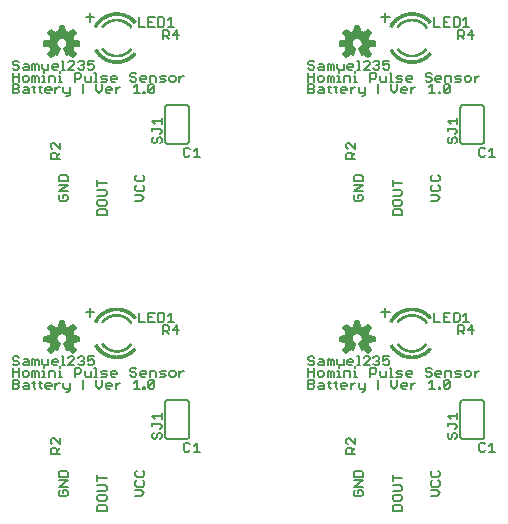
<source format=gto>
G75*
%MOIN*%
%OFA0B0*%
%FSLAX25Y25*%
%IPPOS*%
%LPD*%
%AMOC8*
5,1,8,0,0,1.08239X$1,22.5*
%
%ADD10C,0.00500*%
%ADD11C,0.00591*%
%ADD12C,0.00600*%
%ADD13C,0.00060*%
%ADD14C,0.00100*%
D10*
X0030972Y0023805D02*
X0031479Y0023297D01*
X0033510Y0023297D01*
X0034018Y0023805D01*
X0034018Y0024820D01*
X0033510Y0025328D01*
X0032495Y0025328D01*
X0032495Y0024312D01*
X0031479Y0025328D02*
X0030972Y0024820D01*
X0030972Y0023805D01*
X0030972Y0026560D02*
X0034018Y0028590D01*
X0030972Y0028590D01*
X0030972Y0029822D02*
X0030972Y0031345D01*
X0031479Y0031853D01*
X0033510Y0031853D01*
X0034018Y0031345D01*
X0034018Y0029822D01*
X0030972Y0029822D01*
X0030972Y0026560D02*
X0034018Y0026560D01*
X0043957Y0027032D02*
X0046496Y0027032D01*
X0047003Y0026525D01*
X0047003Y0025509D01*
X0046496Y0025002D01*
X0043957Y0025002D01*
X0044465Y0023770D02*
X0043957Y0023262D01*
X0043957Y0022247D01*
X0044465Y0021739D01*
X0046496Y0021739D01*
X0047003Y0022247D01*
X0047003Y0023262D01*
X0046496Y0023770D01*
X0044465Y0023770D01*
X0044465Y0020507D02*
X0043957Y0019999D01*
X0043957Y0018476D01*
X0047003Y0018476D01*
X0047003Y0019999D01*
X0046496Y0020507D01*
X0044465Y0020507D01*
X0043957Y0028264D02*
X0043957Y0030295D01*
X0043957Y0029279D02*
X0047003Y0029279D01*
X0056562Y0030330D02*
X0057070Y0029822D01*
X0059101Y0029822D01*
X0059608Y0030330D01*
X0059608Y0031345D01*
X0059101Y0031853D01*
X0057070Y0031853D02*
X0056562Y0031345D01*
X0056562Y0030330D01*
X0057070Y0028590D02*
X0056562Y0028083D01*
X0056562Y0027067D01*
X0057070Y0026560D01*
X0059101Y0026560D01*
X0059608Y0027067D01*
X0059608Y0028083D01*
X0059101Y0028590D01*
X0058593Y0025328D02*
X0056562Y0025328D01*
X0056562Y0023297D02*
X0058593Y0023297D01*
X0059608Y0024312D01*
X0058593Y0025328D01*
X0072753Y0038586D02*
X0073261Y0038078D01*
X0074276Y0038078D01*
X0074784Y0038586D01*
X0076016Y0038078D02*
X0078046Y0038078D01*
X0077031Y0038078D02*
X0077031Y0041124D01*
X0076016Y0040109D01*
X0074784Y0040616D02*
X0074276Y0041124D01*
X0073261Y0041124D01*
X0072753Y0040616D01*
X0072753Y0038586D01*
X0065325Y0043010D02*
X0064818Y0042502D01*
X0065325Y0043010D02*
X0065325Y0044025D01*
X0064818Y0044533D01*
X0064310Y0044533D01*
X0063803Y0044025D01*
X0063803Y0043010D01*
X0063295Y0042502D01*
X0062787Y0042502D01*
X0062280Y0043010D01*
X0062280Y0044025D01*
X0062787Y0044533D01*
X0062280Y0046780D02*
X0062280Y0047795D01*
X0062280Y0047287D02*
X0064818Y0047287D01*
X0065325Y0046780D01*
X0065325Y0046272D01*
X0064818Y0045765D01*
X0065325Y0049027D02*
X0065325Y0051058D01*
X0065325Y0050042D02*
X0062280Y0050042D01*
X0063295Y0049027D01*
X0062409Y0059175D02*
X0061394Y0059175D01*
X0060886Y0059682D01*
X0062917Y0061713D01*
X0062917Y0059682D01*
X0062409Y0059175D01*
X0060886Y0059682D02*
X0060886Y0061713D01*
X0061394Y0062221D01*
X0062409Y0062221D01*
X0062917Y0061713D01*
X0063461Y0063072D02*
X0063461Y0064595D01*
X0062953Y0065103D01*
X0061430Y0065103D01*
X0061430Y0063072D01*
X0060198Y0064088D02*
X0058168Y0064088D01*
X0058168Y0064595D02*
X0058675Y0065103D01*
X0059691Y0065103D01*
X0060198Y0064595D01*
X0060198Y0064088D01*
X0059691Y0063072D02*
X0058675Y0063072D01*
X0058168Y0063580D01*
X0058168Y0064595D01*
X0056936Y0064088D02*
X0056936Y0063580D01*
X0056428Y0063072D01*
X0055413Y0063072D01*
X0054905Y0063580D01*
X0055413Y0064595D02*
X0056428Y0064595D01*
X0056936Y0064088D01*
X0056936Y0065611D02*
X0056428Y0066118D01*
X0055413Y0066118D01*
X0054905Y0065611D01*
X0054905Y0065103D01*
X0055413Y0064595D01*
X0057008Y0062221D02*
X0057008Y0059175D01*
X0058023Y0059175D02*
X0055992Y0059175D01*
X0055992Y0061205D02*
X0057008Y0062221D01*
X0059255Y0059682D02*
X0059763Y0059682D01*
X0059763Y0059175D01*
X0059255Y0059175D01*
X0059255Y0059682D01*
X0064693Y0063072D02*
X0066216Y0063072D01*
X0066723Y0063580D01*
X0066216Y0064088D01*
X0065200Y0064088D01*
X0064693Y0064595D01*
X0065200Y0065103D01*
X0066723Y0065103D01*
X0067955Y0064595D02*
X0067955Y0063580D01*
X0068463Y0063072D01*
X0069478Y0063072D01*
X0069986Y0063580D01*
X0069986Y0064595D01*
X0069478Y0065103D01*
X0068463Y0065103D01*
X0067955Y0064595D01*
X0071218Y0064088D02*
X0072233Y0065103D01*
X0072741Y0065103D01*
X0071218Y0065103D02*
X0071218Y0063072D01*
X0070514Y0077256D02*
X0070514Y0080302D01*
X0068991Y0078779D01*
X0071022Y0078779D01*
X0069524Y0081464D02*
X0067493Y0081464D01*
X0068509Y0081464D02*
X0068509Y0084510D01*
X0067493Y0083495D01*
X0066261Y0084003D02*
X0066261Y0081972D01*
X0065754Y0081464D01*
X0064231Y0081464D01*
X0064231Y0084510D01*
X0065754Y0084510D01*
X0066261Y0084003D01*
X0062999Y0084510D02*
X0060968Y0084510D01*
X0060968Y0081464D01*
X0062999Y0081464D01*
X0061984Y0082987D02*
X0060968Y0082987D01*
X0059736Y0081464D02*
X0057706Y0081464D01*
X0057706Y0084510D01*
X0065728Y0080302D02*
X0065728Y0077256D01*
X0065728Y0078272D02*
X0067251Y0078272D01*
X0067759Y0078779D01*
X0067759Y0079795D01*
X0067251Y0080302D01*
X0065728Y0080302D01*
X0066744Y0078272D02*
X0067759Y0077256D01*
X0050410Y0064595D02*
X0050410Y0064088D01*
X0048380Y0064088D01*
X0048380Y0064595D02*
X0048887Y0065103D01*
X0049903Y0065103D01*
X0050410Y0064595D01*
X0049903Y0063072D02*
X0048887Y0063072D01*
X0048380Y0063580D01*
X0048380Y0064595D01*
X0047148Y0065103D02*
X0045625Y0065103D01*
X0045117Y0064595D01*
X0045625Y0064088D01*
X0046640Y0064088D01*
X0047148Y0063580D01*
X0046640Y0063072D01*
X0045117Y0063072D01*
X0045516Y0062221D02*
X0045516Y0060190D01*
X0044501Y0059175D01*
X0043486Y0060190D01*
X0043486Y0062221D01*
X0043450Y0063072D02*
X0043450Y0066118D01*
X0042942Y0066118D01*
X0042290Y0066970D02*
X0041275Y0066970D01*
X0040767Y0067478D01*
X0040767Y0068493D02*
X0041782Y0069001D01*
X0042290Y0069001D01*
X0042798Y0068493D01*
X0042798Y0067478D01*
X0042290Y0066970D01*
X0041710Y0065103D02*
X0041710Y0063072D01*
X0040187Y0063072D01*
X0039679Y0063580D01*
X0039679Y0065103D01*
X0038447Y0064595D02*
X0037940Y0064088D01*
X0036417Y0064088D01*
X0036417Y0063072D02*
X0036417Y0066118D01*
X0037940Y0066118D01*
X0038447Y0065611D01*
X0038447Y0064595D01*
X0038012Y0066970D02*
X0037504Y0067478D01*
X0038012Y0066970D02*
X0039027Y0066970D01*
X0039535Y0067478D01*
X0039535Y0067985D01*
X0039027Y0068493D01*
X0038520Y0068493D01*
X0039027Y0068493D02*
X0039535Y0069001D01*
X0039535Y0069508D01*
X0039027Y0070016D01*
X0038012Y0070016D01*
X0037504Y0069508D01*
X0036272Y0069508D02*
X0035765Y0070016D01*
X0034749Y0070016D01*
X0034242Y0069508D01*
X0032574Y0070016D02*
X0032574Y0066970D01*
X0032067Y0066970D02*
X0033082Y0066970D01*
X0034242Y0066970D02*
X0036272Y0069001D01*
X0036272Y0069508D01*
X0036272Y0066970D02*
X0034242Y0066970D01*
X0031487Y0066626D02*
X0031487Y0066118D01*
X0031487Y0065103D02*
X0031487Y0063072D01*
X0031994Y0063072D02*
X0030979Y0063072D01*
X0029747Y0063072D02*
X0029747Y0064595D01*
X0029239Y0065103D01*
X0027716Y0065103D01*
X0027716Y0063072D01*
X0026557Y0063072D02*
X0025541Y0063072D01*
X0026049Y0063072D02*
X0026049Y0065103D01*
X0025541Y0065103D01*
X0026049Y0066118D02*
X0026049Y0066626D01*
X0026049Y0066970D02*
X0027572Y0066970D01*
X0027572Y0069001D01*
X0028804Y0068493D02*
X0028804Y0067478D01*
X0029312Y0066970D01*
X0030327Y0066970D01*
X0030835Y0067985D02*
X0028804Y0067985D01*
X0028804Y0068493D02*
X0029312Y0069001D01*
X0030327Y0069001D01*
X0030835Y0068493D01*
X0030835Y0067985D01*
X0032067Y0070016D02*
X0032574Y0070016D01*
X0031487Y0065103D02*
X0030979Y0065103D01*
X0030907Y0061205D02*
X0031414Y0061205D01*
X0030907Y0061205D02*
X0029891Y0060190D01*
X0029891Y0059175D02*
X0029891Y0061205D01*
X0028659Y0060698D02*
X0028659Y0060190D01*
X0026629Y0060190D01*
X0026629Y0059682D02*
X0026629Y0060698D01*
X0027137Y0061205D01*
X0028152Y0061205D01*
X0028659Y0060698D01*
X0028152Y0059175D02*
X0027137Y0059175D01*
X0026629Y0059682D01*
X0025469Y0059175D02*
X0024961Y0059682D01*
X0024961Y0061713D01*
X0024454Y0061205D02*
X0025469Y0061205D01*
X0023294Y0061205D02*
X0022279Y0061205D01*
X0022786Y0061713D02*
X0022786Y0059682D01*
X0023294Y0059175D01*
X0021047Y0059175D02*
X0021047Y0060698D01*
X0020539Y0061205D01*
X0019524Y0061205D01*
X0019524Y0060190D02*
X0021047Y0060190D01*
X0021047Y0059175D02*
X0019524Y0059175D01*
X0019016Y0059682D01*
X0019524Y0060190D01*
X0017784Y0060190D02*
X0017784Y0059682D01*
X0017276Y0059175D01*
X0015753Y0059175D01*
X0015753Y0062221D01*
X0017276Y0062221D01*
X0017784Y0061713D01*
X0017784Y0061205D01*
X0017276Y0060698D01*
X0015753Y0060698D01*
X0017276Y0060698D02*
X0017784Y0060190D01*
X0017784Y0063072D02*
X0017784Y0066118D01*
X0017276Y0066970D02*
X0016261Y0066970D01*
X0015753Y0067478D01*
X0016261Y0068493D02*
X0015753Y0069001D01*
X0015753Y0069508D01*
X0016261Y0070016D01*
X0017276Y0070016D01*
X0017784Y0069508D01*
X0017276Y0068493D02*
X0017784Y0067985D01*
X0017784Y0067478D01*
X0017276Y0066970D01*
X0017276Y0068493D02*
X0016261Y0068493D01*
X0015753Y0066118D02*
X0015753Y0063072D01*
X0015753Y0064595D02*
X0017784Y0064595D01*
X0019016Y0064595D02*
X0019016Y0063580D01*
X0019524Y0063072D01*
X0020539Y0063072D01*
X0021047Y0063580D01*
X0021047Y0064595D01*
X0020539Y0065103D01*
X0019524Y0065103D01*
X0019016Y0064595D01*
X0019524Y0066970D02*
X0019016Y0067478D01*
X0019524Y0067985D01*
X0021047Y0067985D01*
X0021047Y0068493D02*
X0021047Y0066970D01*
X0019524Y0066970D01*
X0019524Y0069001D02*
X0020539Y0069001D01*
X0021047Y0068493D01*
X0022279Y0069001D02*
X0022279Y0066970D01*
X0023294Y0066970D02*
X0023294Y0068493D01*
X0023802Y0069001D01*
X0024309Y0068493D01*
X0024309Y0066970D01*
X0025541Y0067478D02*
X0026049Y0066970D01*
X0025541Y0067478D02*
X0025541Y0069001D01*
X0023294Y0068493D02*
X0022786Y0069001D01*
X0022279Y0069001D01*
X0022279Y0065103D02*
X0022786Y0065103D01*
X0023294Y0064595D01*
X0023802Y0065103D01*
X0024309Y0064595D01*
X0024309Y0063072D01*
X0023294Y0063072D02*
X0023294Y0064595D01*
X0022279Y0065103D02*
X0022279Y0063072D01*
X0032610Y0061205D02*
X0032610Y0059682D01*
X0033118Y0059175D01*
X0034641Y0059175D01*
X0034641Y0058667D02*
X0034133Y0058160D01*
X0033626Y0058160D01*
X0034641Y0058667D02*
X0034641Y0061205D01*
X0039136Y0062221D02*
X0039136Y0059175D01*
X0042942Y0063072D02*
X0043957Y0063072D01*
X0046748Y0060698D02*
X0047256Y0061205D01*
X0048271Y0061205D01*
X0048779Y0060698D01*
X0048779Y0060190D01*
X0046748Y0060190D01*
X0046748Y0059682D02*
X0046748Y0060698D01*
X0046748Y0059682D02*
X0047256Y0059175D01*
X0048271Y0059175D01*
X0050011Y0059175D02*
X0050011Y0061205D01*
X0050011Y0060190D02*
X0051026Y0061205D01*
X0051534Y0061205D01*
X0042798Y0070016D02*
X0040767Y0070016D01*
X0040767Y0068493D01*
X0041413Y0082972D02*
X0041413Y0086072D01*
X0040013Y0084572D02*
X0042913Y0084572D01*
X0043957Y0116902D02*
X0043957Y0118424D01*
X0044465Y0118932D01*
X0046496Y0118932D01*
X0047003Y0118424D01*
X0047003Y0116902D01*
X0043957Y0116902D01*
X0044465Y0120164D02*
X0046496Y0120164D01*
X0047003Y0120672D01*
X0047003Y0121687D01*
X0046496Y0122195D01*
X0044465Y0122195D01*
X0043957Y0121687D01*
X0043957Y0120672D01*
X0044465Y0120164D01*
X0043957Y0123427D02*
X0046496Y0123427D01*
X0047003Y0123934D01*
X0047003Y0124950D01*
X0046496Y0125457D01*
X0043957Y0125457D01*
X0043957Y0126689D02*
X0043957Y0128720D01*
X0043957Y0127705D02*
X0047003Y0127705D01*
X0056562Y0128755D02*
X0057070Y0128248D01*
X0059101Y0128248D01*
X0059608Y0128755D01*
X0059608Y0129771D01*
X0059101Y0130278D01*
X0057070Y0130278D02*
X0056562Y0129771D01*
X0056562Y0128755D01*
X0057070Y0127016D02*
X0056562Y0126508D01*
X0056562Y0125493D01*
X0057070Y0124985D01*
X0059101Y0124985D01*
X0059608Y0125493D01*
X0059608Y0126508D01*
X0059101Y0127016D01*
X0058593Y0123753D02*
X0056562Y0123753D01*
X0056562Y0121722D02*
X0058593Y0121722D01*
X0059608Y0122738D01*
X0058593Y0123753D01*
X0072753Y0137011D02*
X0072753Y0139041D01*
X0073261Y0139549D01*
X0074276Y0139549D01*
X0074784Y0139041D01*
X0076016Y0138534D02*
X0077031Y0139549D01*
X0077031Y0136503D01*
X0076016Y0136503D02*
X0078046Y0136503D01*
X0074784Y0137011D02*
X0074276Y0136503D01*
X0073261Y0136503D01*
X0072753Y0137011D01*
X0065325Y0141435D02*
X0064818Y0140927D01*
X0065325Y0141435D02*
X0065325Y0142450D01*
X0064818Y0142958D01*
X0064310Y0142958D01*
X0063803Y0142450D01*
X0063803Y0141435D01*
X0063295Y0140927D01*
X0062787Y0140927D01*
X0062280Y0141435D01*
X0062280Y0142450D01*
X0062787Y0142958D01*
X0064818Y0144190D02*
X0065325Y0144697D01*
X0065325Y0145205D01*
X0064818Y0145713D01*
X0062280Y0145713D01*
X0062280Y0146220D02*
X0062280Y0145205D01*
X0063295Y0147452D02*
X0062280Y0148468D01*
X0065325Y0148468D01*
X0065325Y0149483D02*
X0065325Y0147452D01*
X0062409Y0157600D02*
X0061394Y0157600D01*
X0060886Y0158108D01*
X0062917Y0160138D01*
X0062917Y0158108D01*
X0062409Y0157600D01*
X0060886Y0158108D02*
X0060886Y0160138D01*
X0061394Y0160646D01*
X0062409Y0160646D01*
X0062917Y0160138D01*
X0063461Y0161498D02*
X0063461Y0163021D01*
X0062953Y0163528D01*
X0061430Y0163528D01*
X0061430Y0161498D01*
X0060198Y0162513D02*
X0058168Y0162513D01*
X0058168Y0163021D02*
X0058675Y0163528D01*
X0059691Y0163528D01*
X0060198Y0163021D01*
X0060198Y0162513D01*
X0059691Y0161498D02*
X0058675Y0161498D01*
X0058168Y0162005D01*
X0058168Y0163021D01*
X0056936Y0162513D02*
X0056936Y0162005D01*
X0056428Y0161498D01*
X0055413Y0161498D01*
X0054905Y0162005D01*
X0055413Y0163021D02*
X0056428Y0163021D01*
X0056936Y0162513D01*
X0056936Y0164036D02*
X0056428Y0164544D01*
X0055413Y0164544D01*
X0054905Y0164036D01*
X0054905Y0163528D01*
X0055413Y0163021D01*
X0057008Y0160646D02*
X0057008Y0157600D01*
X0058023Y0157600D02*
X0055992Y0157600D01*
X0055992Y0159631D02*
X0057008Y0160646D01*
X0059255Y0158108D02*
X0059763Y0158108D01*
X0059763Y0157600D01*
X0059255Y0157600D01*
X0059255Y0158108D01*
X0064693Y0161498D02*
X0066216Y0161498D01*
X0066723Y0162005D01*
X0066216Y0162513D01*
X0065200Y0162513D01*
X0064693Y0163021D01*
X0065200Y0163528D01*
X0066723Y0163528D01*
X0067955Y0163021D02*
X0067955Y0162005D01*
X0068463Y0161498D01*
X0069478Y0161498D01*
X0069986Y0162005D01*
X0069986Y0163021D01*
X0069478Y0163528D01*
X0068463Y0163528D01*
X0067955Y0163021D01*
X0071218Y0163528D02*
X0071218Y0161498D01*
X0071218Y0162513D02*
X0072233Y0163528D01*
X0072741Y0163528D01*
X0070514Y0175681D02*
X0070514Y0178727D01*
X0068991Y0177204D01*
X0071022Y0177204D01*
X0069524Y0179889D02*
X0067493Y0179889D01*
X0068509Y0179889D02*
X0068509Y0182935D01*
X0067493Y0181920D01*
X0066261Y0182428D02*
X0065754Y0182935D01*
X0064231Y0182935D01*
X0064231Y0179889D01*
X0065754Y0179889D01*
X0066261Y0180397D01*
X0066261Y0182428D01*
X0062999Y0182935D02*
X0060968Y0182935D01*
X0060968Y0179889D01*
X0062999Y0179889D01*
X0061984Y0181412D02*
X0060968Y0181412D01*
X0059736Y0179889D02*
X0057706Y0179889D01*
X0057706Y0182935D01*
X0065728Y0178727D02*
X0065728Y0175681D01*
X0065728Y0176697D02*
X0067251Y0176697D01*
X0067759Y0177204D01*
X0067759Y0178220D01*
X0067251Y0178727D01*
X0065728Y0178727D01*
X0066744Y0176697D02*
X0067759Y0175681D01*
X0050410Y0163021D02*
X0050410Y0162513D01*
X0048380Y0162513D01*
X0048380Y0163021D02*
X0048887Y0163528D01*
X0049903Y0163528D01*
X0050410Y0163021D01*
X0049903Y0161498D02*
X0048887Y0161498D01*
X0048380Y0162005D01*
X0048380Y0163021D01*
X0047148Y0163528D02*
X0045625Y0163528D01*
X0045117Y0163021D01*
X0045625Y0162513D01*
X0046640Y0162513D01*
X0047148Y0162005D01*
X0046640Y0161498D01*
X0045117Y0161498D01*
X0045516Y0160646D02*
X0045516Y0158615D01*
X0044501Y0157600D01*
X0043486Y0158615D01*
X0043486Y0160646D01*
X0043450Y0161498D02*
X0043450Y0164544D01*
X0042942Y0164544D01*
X0042290Y0165395D02*
X0041275Y0165395D01*
X0040767Y0165903D01*
X0040767Y0166918D02*
X0041782Y0167426D01*
X0042290Y0167426D01*
X0042798Y0166918D01*
X0042798Y0165903D01*
X0042290Y0165395D01*
X0041710Y0163528D02*
X0041710Y0161498D01*
X0040187Y0161498D01*
X0039679Y0162005D01*
X0039679Y0163528D01*
X0038447Y0164036D02*
X0038447Y0163021D01*
X0037940Y0162513D01*
X0036417Y0162513D01*
X0036417Y0161498D02*
X0036417Y0164544D01*
X0037940Y0164544D01*
X0038447Y0164036D01*
X0038012Y0165395D02*
X0037504Y0165903D01*
X0038012Y0165395D02*
X0039027Y0165395D01*
X0039535Y0165903D01*
X0039535Y0166411D01*
X0039027Y0166918D01*
X0038520Y0166918D01*
X0039027Y0166918D02*
X0039535Y0167426D01*
X0039535Y0167934D01*
X0039027Y0168441D01*
X0038012Y0168441D01*
X0037504Y0167934D01*
X0036272Y0167934D02*
X0035765Y0168441D01*
X0034749Y0168441D01*
X0034242Y0167934D01*
X0032574Y0168441D02*
X0032574Y0165395D01*
X0032067Y0165395D02*
X0033082Y0165395D01*
X0034242Y0165395D02*
X0036272Y0167426D01*
X0036272Y0167934D01*
X0036272Y0165395D02*
X0034242Y0165395D01*
X0032574Y0168441D02*
X0032067Y0168441D01*
X0030835Y0166918D02*
X0030835Y0166411D01*
X0028804Y0166411D01*
X0028804Y0166918D02*
X0029312Y0167426D01*
X0030327Y0167426D01*
X0030835Y0166918D01*
X0030327Y0165395D02*
X0029312Y0165395D01*
X0028804Y0165903D01*
X0028804Y0166918D01*
X0027572Y0167426D02*
X0027572Y0165395D01*
X0026049Y0165395D01*
X0025541Y0165903D01*
X0025541Y0167426D01*
X0024309Y0166918D02*
X0024309Y0165395D01*
X0023294Y0165395D02*
X0023294Y0166918D01*
X0023802Y0167426D01*
X0024309Y0166918D01*
X0023294Y0166918D02*
X0022786Y0167426D01*
X0022279Y0167426D01*
X0022279Y0165395D01*
X0021047Y0165395D02*
X0019524Y0165395D01*
X0019016Y0165903D01*
X0019524Y0166411D01*
X0021047Y0166411D01*
X0021047Y0166918D02*
X0021047Y0165395D01*
X0021047Y0166918D02*
X0020539Y0167426D01*
X0019524Y0167426D01*
X0017784Y0167934D02*
X0017276Y0168441D01*
X0016261Y0168441D01*
X0015753Y0167934D01*
X0015753Y0167426D01*
X0016261Y0166918D01*
X0017276Y0166918D01*
X0017784Y0166411D01*
X0017784Y0165903D01*
X0017276Y0165395D01*
X0016261Y0165395D01*
X0015753Y0165903D01*
X0015753Y0164544D02*
X0015753Y0161498D01*
X0015753Y0160646D02*
X0017276Y0160646D01*
X0017784Y0160138D01*
X0017784Y0159631D01*
X0017276Y0159123D01*
X0015753Y0159123D01*
X0015753Y0157600D02*
X0015753Y0160646D01*
X0017276Y0159123D02*
X0017784Y0158615D01*
X0017784Y0158108D01*
X0017276Y0157600D01*
X0015753Y0157600D01*
X0019016Y0158108D02*
X0019524Y0158615D01*
X0021047Y0158615D01*
X0021047Y0159123D02*
X0021047Y0157600D01*
X0019524Y0157600D01*
X0019016Y0158108D01*
X0019524Y0159631D02*
X0020539Y0159631D01*
X0021047Y0159123D01*
X0022279Y0159631D02*
X0023294Y0159631D01*
X0022786Y0160138D02*
X0022786Y0158108D01*
X0023294Y0157600D01*
X0024961Y0158108D02*
X0024961Y0160138D01*
X0024454Y0159631D02*
X0025469Y0159631D01*
X0026629Y0159123D02*
X0026629Y0158108D01*
X0027137Y0157600D01*
X0028152Y0157600D01*
X0028659Y0158615D02*
X0026629Y0158615D01*
X0026629Y0159123D02*
X0027137Y0159631D01*
X0028152Y0159631D01*
X0028659Y0159123D01*
X0028659Y0158615D01*
X0029891Y0158615D02*
X0030907Y0159631D01*
X0031414Y0159631D01*
X0032610Y0159631D02*
X0032610Y0158108D01*
X0033118Y0157600D01*
X0034641Y0157600D01*
X0034641Y0157092D02*
X0034133Y0156585D01*
X0033626Y0156585D01*
X0034641Y0157092D02*
X0034641Y0159631D01*
X0031994Y0161498D02*
X0030979Y0161498D01*
X0031487Y0161498D02*
X0031487Y0163528D01*
X0030979Y0163528D01*
X0031487Y0164544D02*
X0031487Y0165051D01*
X0029747Y0163021D02*
X0029239Y0163528D01*
X0027716Y0163528D01*
X0027716Y0161498D01*
X0026557Y0161498D02*
X0025541Y0161498D01*
X0026049Y0161498D02*
X0026049Y0163528D01*
X0025541Y0163528D01*
X0026049Y0164544D02*
X0026049Y0165051D01*
X0024309Y0163021D02*
X0024309Y0161498D01*
X0023294Y0161498D02*
X0023294Y0163021D01*
X0023802Y0163528D01*
X0024309Y0163021D01*
X0023294Y0163021D02*
X0022786Y0163528D01*
X0022279Y0163528D01*
X0022279Y0161498D01*
X0021047Y0162005D02*
X0021047Y0163021D01*
X0020539Y0163528D01*
X0019524Y0163528D01*
X0019016Y0163021D01*
X0019016Y0162005D01*
X0019524Y0161498D01*
X0020539Y0161498D01*
X0021047Y0162005D01*
X0017784Y0161498D02*
X0017784Y0164544D01*
X0017784Y0163021D02*
X0015753Y0163021D01*
X0024961Y0158108D02*
X0025469Y0157600D01*
X0029747Y0161498D02*
X0029747Y0163021D01*
X0029891Y0159631D02*
X0029891Y0157600D01*
X0039136Y0157600D02*
X0039136Y0160646D01*
X0042942Y0161498D02*
X0043957Y0161498D01*
X0046748Y0159123D02*
X0047256Y0159631D01*
X0048271Y0159631D01*
X0048779Y0159123D01*
X0048779Y0158615D01*
X0046748Y0158615D01*
X0046748Y0158108D02*
X0046748Y0159123D01*
X0046748Y0158108D02*
X0047256Y0157600D01*
X0048271Y0157600D01*
X0050011Y0157600D02*
X0050011Y0159631D01*
X0051026Y0159631D02*
X0051534Y0159631D01*
X0051026Y0159631D02*
X0050011Y0158615D01*
X0042798Y0168441D02*
X0040767Y0168441D01*
X0040767Y0166918D01*
X0041413Y0181397D02*
X0041413Y0184497D01*
X0040013Y0182997D02*
X0042913Y0182997D01*
X0031461Y0141115D02*
X0031461Y0139084D01*
X0029430Y0141115D01*
X0028922Y0141115D01*
X0028415Y0140607D01*
X0028415Y0139592D01*
X0028922Y0139084D01*
X0028922Y0137852D02*
X0029938Y0137852D01*
X0030445Y0137344D01*
X0030445Y0135821D01*
X0030445Y0136837D02*
X0031461Y0137852D01*
X0031461Y0135821D02*
X0028415Y0135821D01*
X0028415Y0137344D01*
X0028922Y0137852D01*
X0031479Y0130278D02*
X0030972Y0129771D01*
X0030972Y0128248D01*
X0034018Y0128248D01*
X0034018Y0129771D01*
X0033510Y0130278D01*
X0031479Y0130278D01*
X0030972Y0127016D02*
X0034018Y0127016D01*
X0030972Y0124985D01*
X0034018Y0124985D01*
X0033510Y0123753D02*
X0034018Y0123245D01*
X0034018Y0122230D01*
X0033510Y0121722D01*
X0031479Y0121722D01*
X0030972Y0122230D01*
X0030972Y0123245D01*
X0031479Y0123753D01*
X0032495Y0123753D02*
X0032495Y0122738D01*
X0032495Y0123753D02*
X0033510Y0123753D01*
X0031461Y0042689D02*
X0031461Y0040659D01*
X0029430Y0042689D01*
X0028922Y0042689D01*
X0028415Y0042182D01*
X0028415Y0041166D01*
X0028922Y0040659D01*
X0028922Y0039427D02*
X0029938Y0039427D01*
X0030445Y0038919D01*
X0030445Y0037396D01*
X0030445Y0038411D02*
X0031461Y0039427D01*
X0031461Y0037396D02*
X0028415Y0037396D01*
X0028415Y0038919D01*
X0028922Y0039427D01*
X0114179Y0059175D02*
X0115702Y0059175D01*
X0116209Y0059682D01*
X0116209Y0060190D01*
X0115702Y0060698D01*
X0114179Y0060698D01*
X0115702Y0060698D02*
X0116209Y0061205D01*
X0116209Y0061713D01*
X0115702Y0062221D01*
X0114179Y0062221D01*
X0114179Y0059175D01*
X0117441Y0059682D02*
X0117949Y0059175D01*
X0119472Y0059175D01*
X0119472Y0060698D01*
X0118964Y0061205D01*
X0117949Y0061205D01*
X0117949Y0060190D02*
X0119472Y0060190D01*
X0117949Y0060190D02*
X0117441Y0059682D01*
X0117949Y0063072D02*
X0117441Y0063580D01*
X0117441Y0064595D01*
X0117949Y0065103D01*
X0118964Y0065103D01*
X0119472Y0064595D01*
X0119472Y0063580D01*
X0118964Y0063072D01*
X0117949Y0063072D01*
X0116209Y0063072D02*
X0116209Y0066118D01*
X0115702Y0066970D02*
X0114686Y0066970D01*
X0114179Y0067478D01*
X0114686Y0068493D02*
X0115702Y0068493D01*
X0116209Y0067985D01*
X0116209Y0067478D01*
X0115702Y0066970D01*
X0114179Y0066118D02*
X0114179Y0063072D01*
X0114179Y0064595D02*
X0116209Y0064595D01*
X0117949Y0066970D02*
X0117441Y0067478D01*
X0117949Y0067985D01*
X0119472Y0067985D01*
X0119472Y0068493D02*
X0119472Y0066970D01*
X0117949Y0066970D01*
X0117949Y0069001D02*
X0118964Y0069001D01*
X0119472Y0068493D01*
X0120704Y0069001D02*
X0121212Y0069001D01*
X0121719Y0068493D01*
X0122227Y0069001D01*
X0122734Y0068493D01*
X0122734Y0066970D01*
X0121719Y0066970D02*
X0121719Y0068493D01*
X0120704Y0069001D02*
X0120704Y0066970D01*
X0120704Y0065103D02*
X0121212Y0065103D01*
X0121719Y0064595D01*
X0122227Y0065103D01*
X0122734Y0064595D01*
X0122734Y0063072D01*
X0121719Y0063072D02*
X0121719Y0064595D01*
X0120704Y0065103D02*
X0120704Y0063072D01*
X0121212Y0061713D02*
X0121212Y0059682D01*
X0121719Y0059175D01*
X0123387Y0059682D02*
X0123894Y0059175D01*
X0123387Y0059682D02*
X0123387Y0061713D01*
X0123894Y0061205D02*
X0122879Y0061205D01*
X0121719Y0061205D02*
X0120704Y0061205D01*
X0123967Y0063072D02*
X0124982Y0063072D01*
X0124474Y0063072D02*
X0124474Y0065103D01*
X0123967Y0065103D01*
X0124474Y0066118D02*
X0124474Y0066626D01*
X0124474Y0066970D02*
X0125997Y0066970D01*
X0125997Y0069001D01*
X0127229Y0068493D02*
X0127737Y0069001D01*
X0128752Y0069001D01*
X0129260Y0068493D01*
X0129260Y0067985D01*
X0127229Y0067985D01*
X0127229Y0067478D02*
X0127229Y0068493D01*
X0127229Y0067478D02*
X0127737Y0066970D01*
X0128752Y0066970D01*
X0129912Y0066626D02*
X0129912Y0066118D01*
X0129912Y0065103D02*
X0129912Y0063072D01*
X0129404Y0063072D02*
X0130420Y0063072D01*
X0129840Y0061205D02*
X0129332Y0061205D01*
X0128317Y0060190D01*
X0128317Y0059175D02*
X0128317Y0061205D01*
X0127085Y0060698D02*
X0127085Y0060190D01*
X0125054Y0060190D01*
X0125054Y0059682D02*
X0125054Y0060698D01*
X0125562Y0061205D01*
X0126577Y0061205D01*
X0127085Y0060698D01*
X0126577Y0059175D02*
X0125562Y0059175D01*
X0125054Y0059682D01*
X0126142Y0063072D02*
X0126142Y0065103D01*
X0127665Y0065103D01*
X0128172Y0064595D01*
X0128172Y0063072D01*
X0129404Y0065103D02*
X0129912Y0065103D01*
X0130492Y0066970D02*
X0131507Y0066970D01*
X0130999Y0066970D02*
X0130999Y0070016D01*
X0130492Y0070016D01*
X0132667Y0069508D02*
X0133174Y0070016D01*
X0134190Y0070016D01*
X0134697Y0069508D01*
X0134697Y0069001D01*
X0132667Y0066970D01*
X0134697Y0066970D01*
X0134842Y0066118D02*
X0136365Y0066118D01*
X0136873Y0065611D01*
X0136873Y0064595D01*
X0136365Y0064088D01*
X0134842Y0064088D01*
X0134842Y0063072D02*
X0134842Y0066118D01*
X0135929Y0067478D02*
X0136437Y0066970D01*
X0137452Y0066970D01*
X0137960Y0067478D01*
X0137960Y0067985D01*
X0137452Y0068493D01*
X0136945Y0068493D01*
X0137452Y0068493D02*
X0137960Y0069001D01*
X0137960Y0069508D01*
X0137452Y0070016D01*
X0136437Y0070016D01*
X0135929Y0069508D01*
X0139192Y0070016D02*
X0139192Y0068493D01*
X0140207Y0069001D01*
X0140715Y0069001D01*
X0141223Y0068493D01*
X0141223Y0067478D01*
X0140715Y0066970D01*
X0139700Y0066970D01*
X0139192Y0067478D01*
X0140135Y0065103D02*
X0140135Y0063072D01*
X0138612Y0063072D01*
X0138105Y0063580D01*
X0138105Y0065103D01*
X0137561Y0062221D02*
X0137561Y0059175D01*
X0141911Y0060190D02*
X0141911Y0062221D01*
X0141875Y0063072D02*
X0141875Y0066118D01*
X0141367Y0066118D01*
X0143542Y0064595D02*
X0144050Y0065103D01*
X0145573Y0065103D01*
X0145065Y0064088D02*
X0145573Y0063580D01*
X0145065Y0063072D01*
X0143542Y0063072D01*
X0143942Y0062221D02*
X0143942Y0060190D01*
X0142926Y0059175D01*
X0141911Y0060190D01*
X0142382Y0063072D02*
X0141367Y0063072D01*
X0143542Y0064595D02*
X0144050Y0064088D01*
X0145065Y0064088D01*
X0146805Y0064088D02*
X0148835Y0064088D01*
X0148835Y0064595D01*
X0148328Y0065103D01*
X0147313Y0065103D01*
X0146805Y0064595D01*
X0146805Y0063580D01*
X0147313Y0063072D01*
X0148328Y0063072D01*
X0148436Y0061205D02*
X0148436Y0059175D01*
X0148436Y0060190D02*
X0149451Y0061205D01*
X0149959Y0061205D01*
X0147204Y0060698D02*
X0147204Y0060190D01*
X0145174Y0060190D01*
X0145174Y0059682D02*
X0145174Y0060698D01*
X0145681Y0061205D01*
X0146697Y0061205D01*
X0147204Y0060698D01*
X0146697Y0059175D02*
X0145681Y0059175D01*
X0145174Y0059682D01*
X0153330Y0063580D02*
X0153838Y0063072D01*
X0154853Y0063072D01*
X0155361Y0063580D01*
X0155361Y0064088D01*
X0154853Y0064595D01*
X0153838Y0064595D01*
X0153330Y0065103D01*
X0153330Y0065611D01*
X0153838Y0066118D01*
X0154853Y0066118D01*
X0155361Y0065611D01*
X0156593Y0064595D02*
X0157100Y0065103D01*
X0158116Y0065103D01*
X0158623Y0064595D01*
X0158623Y0064088D01*
X0156593Y0064088D01*
X0156593Y0064595D02*
X0156593Y0063580D01*
X0157100Y0063072D01*
X0158116Y0063072D01*
X0159855Y0063072D02*
X0159855Y0065103D01*
X0161378Y0065103D01*
X0161886Y0064595D01*
X0161886Y0063072D01*
X0163118Y0063072D02*
X0164641Y0063072D01*
X0165149Y0063580D01*
X0164641Y0064088D01*
X0163626Y0064088D01*
X0163118Y0064595D01*
X0163626Y0065103D01*
X0165149Y0065103D01*
X0166381Y0064595D02*
X0166381Y0063580D01*
X0166888Y0063072D01*
X0167904Y0063072D01*
X0168411Y0063580D01*
X0168411Y0064595D01*
X0167904Y0065103D01*
X0166888Y0065103D01*
X0166381Y0064595D01*
X0169643Y0064088D02*
X0170659Y0065103D01*
X0171166Y0065103D01*
X0169643Y0065103D02*
X0169643Y0063072D01*
X0161342Y0061713D02*
X0161342Y0059682D01*
X0160835Y0059175D01*
X0159819Y0059175D01*
X0159312Y0059682D01*
X0161342Y0061713D01*
X0160835Y0062221D01*
X0159819Y0062221D01*
X0159312Y0061713D01*
X0159312Y0059682D01*
X0158188Y0059682D02*
X0158188Y0059175D01*
X0157680Y0059175D01*
X0157680Y0059682D01*
X0158188Y0059682D01*
X0156448Y0059175D02*
X0154418Y0059175D01*
X0155433Y0059175D02*
X0155433Y0062221D01*
X0154418Y0061205D01*
X0160705Y0050042D02*
X0163751Y0050042D01*
X0163751Y0049027D02*
X0163751Y0051058D01*
X0161720Y0049027D02*
X0160705Y0050042D01*
X0160705Y0047795D02*
X0160705Y0046780D01*
X0160705Y0047287D02*
X0163243Y0047287D01*
X0163751Y0046780D01*
X0163751Y0046272D01*
X0163243Y0045765D01*
X0163243Y0044533D02*
X0162735Y0044533D01*
X0162228Y0044025D01*
X0162228Y0043010D01*
X0161720Y0042502D01*
X0161212Y0042502D01*
X0160705Y0043010D01*
X0160705Y0044025D01*
X0161212Y0044533D01*
X0163243Y0044533D02*
X0163751Y0044025D01*
X0163751Y0043010D01*
X0163243Y0042502D01*
X0171178Y0040616D02*
X0171178Y0038586D01*
X0171686Y0038078D01*
X0172701Y0038078D01*
X0173209Y0038586D01*
X0174441Y0038078D02*
X0176471Y0038078D01*
X0175456Y0038078D02*
X0175456Y0041124D01*
X0174441Y0040109D01*
X0173209Y0040616D02*
X0172701Y0041124D01*
X0171686Y0041124D01*
X0171178Y0040616D01*
X0158034Y0031345D02*
X0157526Y0031853D01*
X0158034Y0031345D02*
X0158034Y0030330D01*
X0157526Y0029822D01*
X0155495Y0029822D01*
X0154988Y0030330D01*
X0154988Y0031345D01*
X0155495Y0031853D01*
X0155495Y0028590D02*
X0154988Y0028083D01*
X0154988Y0027067D01*
X0155495Y0026560D01*
X0157526Y0026560D01*
X0158034Y0027067D01*
X0158034Y0028083D01*
X0157526Y0028590D01*
X0157018Y0025328D02*
X0154988Y0025328D01*
X0157018Y0025328D02*
X0158034Y0024312D01*
X0157018Y0023297D01*
X0154988Y0023297D01*
X0145429Y0023262D02*
X0144921Y0023770D01*
X0142890Y0023770D01*
X0142383Y0023262D01*
X0142383Y0022247D01*
X0142890Y0021739D01*
X0144921Y0021739D01*
X0145429Y0022247D01*
X0145429Y0023262D01*
X0144921Y0025002D02*
X0145429Y0025509D01*
X0145429Y0026525D01*
X0144921Y0027032D01*
X0142383Y0027032D01*
X0142383Y0028264D02*
X0142383Y0030295D01*
X0142383Y0029279D02*
X0145429Y0029279D01*
X0144921Y0025002D02*
X0142383Y0025002D01*
X0142890Y0020507D02*
X0142383Y0019999D01*
X0142383Y0018476D01*
X0145429Y0018476D01*
X0145429Y0019999D01*
X0144921Y0020507D01*
X0142890Y0020507D01*
X0132443Y0023805D02*
X0132443Y0024820D01*
X0131935Y0025328D01*
X0130920Y0025328D01*
X0130920Y0024312D01*
X0129905Y0023297D02*
X0131935Y0023297D01*
X0132443Y0023805D01*
X0129905Y0023297D02*
X0129397Y0023805D01*
X0129397Y0024820D01*
X0129905Y0025328D01*
X0129397Y0026560D02*
X0132443Y0028590D01*
X0129397Y0028590D01*
X0129397Y0029822D02*
X0129397Y0031345D01*
X0129905Y0031853D01*
X0131935Y0031853D01*
X0132443Y0031345D01*
X0132443Y0029822D01*
X0129397Y0029822D01*
X0129397Y0026560D02*
X0132443Y0026560D01*
X0129886Y0037396D02*
X0126840Y0037396D01*
X0126840Y0038919D01*
X0127348Y0039427D01*
X0128363Y0039427D01*
X0128871Y0038919D01*
X0128871Y0037396D01*
X0128871Y0038411D02*
X0129886Y0039427D01*
X0129886Y0040659D02*
X0127855Y0042689D01*
X0127348Y0042689D01*
X0126840Y0042182D01*
X0126840Y0041166D01*
X0127348Y0040659D01*
X0129886Y0040659D02*
X0129886Y0042689D01*
X0132051Y0058160D02*
X0132558Y0058160D01*
X0133066Y0058667D01*
X0133066Y0061205D01*
X0133066Y0059175D02*
X0131543Y0059175D01*
X0131036Y0059682D01*
X0131036Y0061205D01*
X0124474Y0066970D02*
X0123967Y0067478D01*
X0123967Y0069001D01*
X0116209Y0069508D02*
X0115702Y0070016D01*
X0114686Y0070016D01*
X0114179Y0069508D01*
X0114179Y0069001D01*
X0114686Y0068493D01*
X0139192Y0070016D02*
X0141223Y0070016D01*
X0139838Y0082972D02*
X0139838Y0086072D01*
X0138438Y0084572D02*
X0141338Y0084572D01*
X0156131Y0084510D02*
X0156131Y0081464D01*
X0158161Y0081464D01*
X0159393Y0081464D02*
X0161424Y0081464D01*
X0162656Y0081464D02*
X0164179Y0081464D01*
X0164687Y0081972D01*
X0164687Y0084003D01*
X0164179Y0084510D01*
X0162656Y0084510D01*
X0162656Y0081464D01*
X0164154Y0080302D02*
X0165676Y0080302D01*
X0166184Y0079795D01*
X0166184Y0078779D01*
X0165676Y0078272D01*
X0164154Y0078272D01*
X0165169Y0078272D02*
X0166184Y0077256D01*
X0167416Y0078779D02*
X0169447Y0078779D01*
X0168939Y0077256D02*
X0168939Y0080302D01*
X0167416Y0078779D01*
X0166934Y0081464D02*
X0166934Y0084510D01*
X0165919Y0083495D01*
X0165919Y0081464D02*
X0167949Y0081464D01*
X0164154Y0080302D02*
X0164154Y0077256D01*
X0159393Y0081464D02*
X0159393Y0084510D01*
X0161424Y0084510D01*
X0160409Y0082987D02*
X0159393Y0082987D01*
X0145429Y0116902D02*
X0142383Y0116902D01*
X0142383Y0118424D01*
X0142890Y0118932D01*
X0144921Y0118932D01*
X0145429Y0118424D01*
X0145429Y0116902D01*
X0144921Y0120164D02*
X0142890Y0120164D01*
X0142383Y0120672D01*
X0142383Y0121687D01*
X0142890Y0122195D01*
X0144921Y0122195D01*
X0145429Y0121687D01*
X0145429Y0120672D01*
X0144921Y0120164D01*
X0144921Y0123427D02*
X0142383Y0123427D01*
X0142383Y0125457D02*
X0144921Y0125457D01*
X0145429Y0124950D01*
X0145429Y0123934D01*
X0144921Y0123427D01*
X0142383Y0126689D02*
X0142383Y0128720D01*
X0142383Y0127705D02*
X0145429Y0127705D01*
X0154988Y0128755D02*
X0155495Y0128248D01*
X0157526Y0128248D01*
X0158034Y0128755D01*
X0158034Y0129771D01*
X0157526Y0130278D01*
X0155495Y0130278D02*
X0154988Y0129771D01*
X0154988Y0128755D01*
X0155495Y0127016D02*
X0154988Y0126508D01*
X0154988Y0125493D01*
X0155495Y0124985D01*
X0157526Y0124985D01*
X0158034Y0125493D01*
X0158034Y0126508D01*
X0157526Y0127016D01*
X0157018Y0123753D02*
X0154988Y0123753D01*
X0157018Y0123753D02*
X0158034Y0122738D01*
X0157018Y0121722D01*
X0154988Y0121722D01*
X0161212Y0140927D02*
X0161720Y0140927D01*
X0162228Y0141435D01*
X0162228Y0142450D01*
X0162735Y0142958D01*
X0163243Y0142958D01*
X0163751Y0142450D01*
X0163751Y0141435D01*
X0163243Y0140927D01*
X0161212Y0140927D02*
X0160705Y0141435D01*
X0160705Y0142450D01*
X0161212Y0142958D01*
X0163243Y0144190D02*
X0163751Y0144697D01*
X0163751Y0145205D01*
X0163243Y0145713D01*
X0160705Y0145713D01*
X0160705Y0146220D02*
X0160705Y0145205D01*
X0161720Y0147452D02*
X0160705Y0148468D01*
X0163751Y0148468D01*
X0163751Y0149483D02*
X0163751Y0147452D01*
X0171686Y0139549D02*
X0171178Y0139041D01*
X0171178Y0137011D01*
X0171686Y0136503D01*
X0172701Y0136503D01*
X0173209Y0137011D01*
X0174441Y0136503D02*
X0176471Y0136503D01*
X0175456Y0136503D02*
X0175456Y0139549D01*
X0174441Y0138534D01*
X0173209Y0139041D02*
X0172701Y0139549D01*
X0171686Y0139549D01*
X0160835Y0157600D02*
X0159819Y0157600D01*
X0159312Y0158108D01*
X0161342Y0160138D01*
X0161342Y0158108D01*
X0160835Y0157600D01*
X0159312Y0158108D02*
X0159312Y0160138D01*
X0159819Y0160646D01*
X0160835Y0160646D01*
X0161342Y0160138D01*
X0161886Y0161498D02*
X0161886Y0163021D01*
X0161378Y0163528D01*
X0159855Y0163528D01*
X0159855Y0161498D01*
X0158623Y0162513D02*
X0156593Y0162513D01*
X0156593Y0163021D02*
X0157100Y0163528D01*
X0158116Y0163528D01*
X0158623Y0163021D01*
X0158623Y0162513D01*
X0158116Y0161498D02*
X0157100Y0161498D01*
X0156593Y0162005D01*
X0156593Y0163021D01*
X0155361Y0162513D02*
X0155361Y0162005D01*
X0154853Y0161498D01*
X0153838Y0161498D01*
X0153330Y0162005D01*
X0153838Y0163021D02*
X0154853Y0163021D01*
X0155361Y0162513D01*
X0155361Y0164036D02*
X0154853Y0164544D01*
X0153838Y0164544D01*
X0153330Y0164036D01*
X0153330Y0163528D01*
X0153838Y0163021D01*
X0155433Y0160646D02*
X0154418Y0159631D01*
X0155433Y0160646D02*
X0155433Y0157600D01*
X0154418Y0157600D02*
X0156448Y0157600D01*
X0157680Y0157600D02*
X0158188Y0157600D01*
X0158188Y0158108D01*
X0157680Y0158108D01*
X0157680Y0157600D01*
X0163118Y0161498D02*
X0164641Y0161498D01*
X0165149Y0162005D01*
X0164641Y0162513D01*
X0163626Y0162513D01*
X0163118Y0163021D01*
X0163626Y0163528D01*
X0165149Y0163528D01*
X0166381Y0163021D02*
X0166888Y0163528D01*
X0167904Y0163528D01*
X0168411Y0163021D01*
X0168411Y0162005D01*
X0167904Y0161498D01*
X0166888Y0161498D01*
X0166381Y0162005D01*
X0166381Y0163021D01*
X0169643Y0163528D02*
X0169643Y0161498D01*
X0169643Y0162513D02*
X0170659Y0163528D01*
X0171166Y0163528D01*
X0168939Y0175681D02*
X0168939Y0178727D01*
X0167416Y0177204D01*
X0169447Y0177204D01*
X0167949Y0179889D02*
X0165919Y0179889D01*
X0166934Y0179889D02*
X0166934Y0182935D01*
X0165919Y0181920D01*
X0164687Y0182428D02*
X0164687Y0180397D01*
X0164179Y0179889D01*
X0162656Y0179889D01*
X0162656Y0182935D01*
X0164179Y0182935D01*
X0164687Y0182428D01*
X0161424Y0182935D02*
X0159393Y0182935D01*
X0159393Y0179889D01*
X0161424Y0179889D01*
X0160409Y0181412D02*
X0159393Y0181412D01*
X0158161Y0179889D02*
X0156131Y0179889D01*
X0156131Y0182935D01*
X0164154Y0178727D02*
X0164154Y0175681D01*
X0164154Y0176697D02*
X0165676Y0176697D01*
X0166184Y0177204D01*
X0166184Y0178220D01*
X0165676Y0178727D01*
X0164154Y0178727D01*
X0165169Y0176697D02*
X0166184Y0175681D01*
X0149959Y0159631D02*
X0149451Y0159631D01*
X0148436Y0158615D01*
X0148436Y0157600D02*
X0148436Y0159631D01*
X0147204Y0159123D02*
X0147204Y0158615D01*
X0145174Y0158615D01*
X0145174Y0158108D02*
X0145174Y0159123D01*
X0145681Y0159631D01*
X0146697Y0159631D01*
X0147204Y0159123D01*
X0146697Y0157600D02*
X0145681Y0157600D01*
X0145174Y0158108D01*
X0143942Y0158615D02*
X0143942Y0160646D01*
X0143542Y0161498D02*
X0145065Y0161498D01*
X0145573Y0162005D01*
X0145065Y0162513D01*
X0144050Y0162513D01*
X0143542Y0163021D01*
X0144050Y0163528D01*
X0145573Y0163528D01*
X0146805Y0163021D02*
X0147313Y0163528D01*
X0148328Y0163528D01*
X0148835Y0163021D01*
X0148835Y0162513D01*
X0146805Y0162513D01*
X0146805Y0162005D02*
X0146805Y0163021D01*
X0146805Y0162005D02*
X0147313Y0161498D01*
X0148328Y0161498D01*
X0143942Y0158615D02*
X0142926Y0157600D01*
X0141911Y0158615D01*
X0141911Y0160646D01*
X0141875Y0161498D02*
X0141875Y0164544D01*
X0141367Y0164544D01*
X0140715Y0165395D02*
X0139700Y0165395D01*
X0139192Y0165903D01*
X0139192Y0166918D02*
X0140207Y0167426D01*
X0140715Y0167426D01*
X0141223Y0166918D01*
X0141223Y0165903D01*
X0140715Y0165395D01*
X0140135Y0163528D02*
X0140135Y0161498D01*
X0138612Y0161498D01*
X0138105Y0162005D01*
X0138105Y0163528D01*
X0136873Y0163021D02*
X0136365Y0162513D01*
X0134842Y0162513D01*
X0134842Y0161498D02*
X0134842Y0164544D01*
X0136365Y0164544D01*
X0136873Y0164036D01*
X0136873Y0163021D01*
X0137561Y0160646D02*
X0137561Y0157600D01*
X0141367Y0161498D02*
X0142382Y0161498D01*
X0137960Y0165903D02*
X0137452Y0165395D01*
X0136437Y0165395D01*
X0135929Y0165903D01*
X0134697Y0165395D02*
X0132667Y0165395D01*
X0134697Y0167426D01*
X0134697Y0167934D01*
X0134190Y0168441D01*
X0133174Y0168441D01*
X0132667Y0167934D01*
X0130999Y0168441D02*
X0130999Y0165395D01*
X0130492Y0165395D02*
X0131507Y0165395D01*
X0129912Y0165051D02*
X0129912Y0164544D01*
X0129912Y0163528D02*
X0129912Y0161498D01*
X0129404Y0161498D02*
X0130420Y0161498D01*
X0129840Y0159631D02*
X0129332Y0159631D01*
X0128317Y0158615D01*
X0128317Y0157600D02*
X0128317Y0159631D01*
X0127085Y0159123D02*
X0127085Y0158615D01*
X0125054Y0158615D01*
X0125054Y0158108D02*
X0125054Y0159123D01*
X0125562Y0159631D01*
X0126577Y0159631D01*
X0127085Y0159123D01*
X0126577Y0157600D02*
X0125562Y0157600D01*
X0125054Y0158108D01*
X0123894Y0157600D02*
X0123387Y0158108D01*
X0123387Y0160138D01*
X0122879Y0159631D02*
X0123894Y0159631D01*
X0123967Y0161498D02*
X0124982Y0161498D01*
X0124474Y0161498D02*
X0124474Y0163528D01*
X0123967Y0163528D01*
X0124474Y0164544D02*
X0124474Y0165051D01*
X0124474Y0165395D02*
X0125997Y0165395D01*
X0125997Y0167426D01*
X0127229Y0166918D02*
X0127737Y0167426D01*
X0128752Y0167426D01*
X0129260Y0166918D01*
X0129260Y0166411D01*
X0127229Y0166411D01*
X0127229Y0166918D02*
X0127229Y0165903D01*
X0127737Y0165395D01*
X0128752Y0165395D01*
X0129404Y0163528D02*
X0129912Y0163528D01*
X0128172Y0163021D02*
X0128172Y0161498D01*
X0128172Y0163021D02*
X0127665Y0163528D01*
X0126142Y0163528D01*
X0126142Y0161498D01*
X0122734Y0161498D02*
X0122734Y0163021D01*
X0122227Y0163528D01*
X0121719Y0163021D01*
X0121719Y0161498D01*
X0120704Y0161498D02*
X0120704Y0163528D01*
X0121212Y0163528D01*
X0121719Y0163021D01*
X0119472Y0163021D02*
X0118964Y0163528D01*
X0117949Y0163528D01*
X0117441Y0163021D01*
X0117441Y0162005D01*
X0117949Y0161498D01*
X0118964Y0161498D01*
X0119472Y0162005D01*
X0119472Y0163021D01*
X0121212Y0160138D02*
X0121212Y0158108D01*
X0121719Y0157600D01*
X0121719Y0159631D02*
X0120704Y0159631D01*
X0119472Y0159123D02*
X0119472Y0157600D01*
X0117949Y0157600D01*
X0117441Y0158108D01*
X0117949Y0158615D01*
X0119472Y0158615D01*
X0119472Y0159123D02*
X0118964Y0159631D01*
X0117949Y0159631D01*
X0116209Y0159631D02*
X0115702Y0159123D01*
X0114179Y0159123D01*
X0115702Y0159123D02*
X0116209Y0158615D01*
X0116209Y0158108D01*
X0115702Y0157600D01*
X0114179Y0157600D01*
X0114179Y0160646D01*
X0115702Y0160646D01*
X0116209Y0160138D01*
X0116209Y0159631D01*
X0116209Y0161498D02*
X0116209Y0164544D01*
X0115702Y0165395D02*
X0114686Y0165395D01*
X0114179Y0165903D01*
X0114686Y0166918D02*
X0115702Y0166918D01*
X0116209Y0166411D01*
X0116209Y0165903D01*
X0115702Y0165395D01*
X0114179Y0164544D02*
X0114179Y0161498D01*
X0114179Y0163021D02*
X0116209Y0163021D01*
X0117949Y0165395D02*
X0117441Y0165903D01*
X0117949Y0166411D01*
X0119472Y0166411D01*
X0119472Y0166918D02*
X0119472Y0165395D01*
X0117949Y0165395D01*
X0117949Y0167426D02*
X0118964Y0167426D01*
X0119472Y0166918D01*
X0120704Y0167426D02*
X0120704Y0165395D01*
X0121719Y0165395D02*
X0121719Y0166918D01*
X0122227Y0167426D01*
X0122734Y0166918D01*
X0122734Y0165395D01*
X0123967Y0165903D02*
X0123967Y0167426D01*
X0123967Y0165903D02*
X0124474Y0165395D01*
X0121719Y0166918D02*
X0121212Y0167426D01*
X0120704Y0167426D01*
X0116209Y0167934D02*
X0115702Y0168441D01*
X0114686Y0168441D01*
X0114179Y0167934D01*
X0114179Y0167426D01*
X0114686Y0166918D01*
X0130492Y0168441D02*
X0130999Y0168441D01*
X0135929Y0167934D02*
X0136437Y0168441D01*
X0137452Y0168441D01*
X0137960Y0167934D01*
X0137960Y0167426D01*
X0137452Y0166918D01*
X0137960Y0166411D01*
X0137960Y0165903D01*
X0137452Y0166918D02*
X0136945Y0166918D01*
X0139192Y0166918D02*
X0139192Y0168441D01*
X0141223Y0168441D01*
X0133066Y0159631D02*
X0133066Y0157092D01*
X0132558Y0156585D01*
X0132051Y0156585D01*
X0131543Y0157600D02*
X0131036Y0158108D01*
X0131036Y0159631D01*
X0131543Y0157600D02*
X0133066Y0157600D01*
X0129886Y0141115D02*
X0129886Y0139084D01*
X0127855Y0141115D01*
X0127348Y0141115D01*
X0126840Y0140607D01*
X0126840Y0139592D01*
X0127348Y0139084D01*
X0127348Y0137852D02*
X0128363Y0137852D01*
X0128871Y0137344D01*
X0128871Y0135821D01*
X0129886Y0135821D02*
X0126840Y0135821D01*
X0126840Y0137344D01*
X0127348Y0137852D01*
X0128871Y0136837D02*
X0129886Y0137852D01*
X0129905Y0130278D02*
X0129397Y0129771D01*
X0129397Y0128248D01*
X0132443Y0128248D01*
X0132443Y0129771D01*
X0131935Y0130278D01*
X0129905Y0130278D01*
X0129397Y0127016D02*
X0132443Y0127016D01*
X0129397Y0124985D01*
X0132443Y0124985D01*
X0131935Y0123753D02*
X0130920Y0123753D01*
X0130920Y0122738D01*
X0131935Y0123753D02*
X0132443Y0123245D01*
X0132443Y0122230D01*
X0131935Y0121722D01*
X0129905Y0121722D01*
X0129397Y0122230D01*
X0129397Y0123245D01*
X0129905Y0123753D01*
X0139838Y0181397D02*
X0139838Y0184497D01*
X0138438Y0182997D02*
X0141338Y0182997D01*
D11*
X0135181Y0177864D02*
X0133971Y0176380D01*
X0134279Y0175782D01*
X0134484Y0175142D01*
X0136389Y0174948D01*
X0136389Y0173509D01*
X0134484Y0173315D01*
X0134279Y0172675D01*
X0133971Y0172077D01*
X0135181Y0170593D01*
X0134163Y0169575D01*
X0132679Y0170785D01*
X0132081Y0170477D01*
X0131234Y0172523D01*
X0131619Y0172740D01*
X0131941Y0173042D01*
X0132182Y0173412D01*
X0132329Y0173829D01*
X0132372Y0174268D01*
X0132310Y0174706D01*
X0132145Y0175116D01*
X0131888Y0175475D01*
X0131552Y0175762D01*
X0131158Y0175962D01*
X0130728Y0176062D01*
X0130287Y0176058D01*
X0129859Y0175948D01*
X0129469Y0175740D01*
X0129140Y0175445D01*
X0128891Y0175080D01*
X0128735Y0174667D01*
X0128682Y0174228D01*
X0128733Y0173797D01*
X0128883Y0173390D01*
X0129124Y0173030D01*
X0129443Y0172735D01*
X0129821Y0172523D01*
X0128974Y0170477D01*
X0128376Y0170785D01*
X0126892Y0169575D01*
X0125874Y0170593D01*
X0127084Y0172077D01*
X0126776Y0172675D01*
X0126571Y0173315D01*
X0124666Y0173509D01*
X0124666Y0174948D01*
X0126571Y0175142D01*
X0126776Y0175782D01*
X0127084Y0176380D01*
X0125874Y0177864D01*
X0126892Y0178882D01*
X0128376Y0177672D01*
X0128974Y0177980D01*
X0129614Y0178185D01*
X0129808Y0180090D01*
X0131247Y0180090D01*
X0131441Y0178185D01*
X0132081Y0177980D01*
X0132679Y0177672D01*
X0134163Y0178882D01*
X0135181Y0177864D01*
X0135063Y0177719D02*
X0132737Y0177719D01*
X0132588Y0177719D02*
X0128467Y0177719D01*
X0128318Y0177719D02*
X0125993Y0177719D01*
X0126318Y0178308D02*
X0127596Y0178308D01*
X0126473Y0177130D02*
X0134582Y0177130D01*
X0134102Y0176541D02*
X0126953Y0176541D01*
X0126864Y0175952D02*
X0129873Y0175952D01*
X0129084Y0175362D02*
X0126642Y0175362D01*
X0124666Y0174773D02*
X0128775Y0174773D01*
X0128687Y0174184D02*
X0124666Y0174184D01*
X0124666Y0173595D02*
X0128807Y0173595D01*
X0129149Y0173006D02*
X0126670Y0173006D01*
X0126909Y0172417D02*
X0129777Y0172417D01*
X0129533Y0171828D02*
X0126882Y0171828D01*
X0126401Y0171239D02*
X0129289Y0171239D01*
X0129045Y0170650D02*
X0128638Y0170650D01*
X0128210Y0170650D02*
X0125921Y0170650D01*
X0126406Y0170061D02*
X0127488Y0170061D01*
X0131522Y0171828D02*
X0134174Y0171828D01*
X0134146Y0172417D02*
X0131278Y0172417D01*
X0131903Y0173006D02*
X0134385Y0173006D01*
X0134654Y0171239D02*
X0131766Y0171239D01*
X0132010Y0170650D02*
X0132417Y0170650D01*
X0132845Y0170650D02*
X0135134Y0170650D01*
X0134650Y0170061D02*
X0133567Y0170061D01*
X0132247Y0173595D02*
X0136389Y0173595D01*
X0136389Y0174184D02*
X0132364Y0174184D01*
X0132283Y0174773D02*
X0136389Y0174773D01*
X0134413Y0175362D02*
X0131968Y0175362D01*
X0131179Y0175952D02*
X0134192Y0175952D01*
X0134737Y0178308D02*
X0133459Y0178308D01*
X0131428Y0178308D02*
X0129627Y0178308D01*
X0129687Y0178897D02*
X0131369Y0178897D01*
X0131309Y0179486D02*
X0129746Y0179486D01*
X0129806Y0180075D02*
X0131249Y0180075D01*
X0037964Y0174948D02*
X0036059Y0175142D01*
X0035854Y0175782D01*
X0035546Y0176380D01*
X0036756Y0177864D01*
X0035738Y0178882D01*
X0034254Y0177672D01*
X0033656Y0177980D01*
X0033016Y0178185D01*
X0032822Y0180090D01*
X0031383Y0180090D01*
X0031189Y0178185D01*
X0030549Y0177980D01*
X0029951Y0177672D01*
X0028467Y0178882D01*
X0027449Y0177864D01*
X0028659Y0176380D01*
X0028351Y0175782D01*
X0028146Y0175142D01*
X0026241Y0174948D01*
X0026241Y0173509D01*
X0028146Y0173315D01*
X0028351Y0172675D01*
X0028659Y0172077D01*
X0027449Y0170593D01*
X0028467Y0169575D01*
X0029951Y0170785D01*
X0030548Y0170477D01*
X0031396Y0172523D01*
X0031017Y0172735D01*
X0030699Y0173030D01*
X0030458Y0173390D01*
X0030308Y0173797D01*
X0030257Y0174228D01*
X0030310Y0174667D01*
X0030465Y0175080D01*
X0030715Y0175445D01*
X0031044Y0175740D01*
X0031433Y0175948D01*
X0031861Y0176058D01*
X0032303Y0176062D01*
X0032733Y0175962D01*
X0033127Y0175762D01*
X0033463Y0175475D01*
X0033720Y0175116D01*
X0033884Y0174706D01*
X0033947Y0174268D01*
X0033904Y0173829D01*
X0033757Y0173412D01*
X0033516Y0173042D01*
X0033194Y0172740D01*
X0032809Y0172523D01*
X0033656Y0170477D01*
X0034254Y0170785D01*
X0035738Y0169575D01*
X0036756Y0170593D01*
X0035546Y0172077D01*
X0035854Y0172675D01*
X0036059Y0173315D01*
X0037964Y0173509D01*
X0037964Y0174948D01*
X0037964Y0174773D02*
X0033857Y0174773D01*
X0033939Y0174184D02*
X0037964Y0174184D01*
X0037964Y0173595D02*
X0033822Y0173595D01*
X0033478Y0173006D02*
X0035960Y0173006D01*
X0035721Y0172417D02*
X0032853Y0172417D01*
X0033097Y0171828D02*
X0035748Y0171828D01*
X0036229Y0171239D02*
X0033341Y0171239D01*
X0033585Y0170650D02*
X0033992Y0170650D01*
X0034420Y0170650D02*
X0036709Y0170650D01*
X0036224Y0170061D02*
X0035142Y0170061D01*
X0031108Y0171828D02*
X0028456Y0171828D01*
X0028484Y0172417D02*
X0031352Y0172417D01*
X0030724Y0173006D02*
X0028245Y0173006D01*
X0027976Y0171239D02*
X0030864Y0171239D01*
X0030620Y0170650D02*
X0030213Y0170650D01*
X0029785Y0170650D02*
X0027496Y0170650D01*
X0027980Y0170061D02*
X0029063Y0170061D01*
X0030382Y0173595D02*
X0026241Y0173595D01*
X0026241Y0174184D02*
X0030262Y0174184D01*
X0030350Y0174773D02*
X0026241Y0174773D01*
X0028217Y0175362D02*
X0030658Y0175362D01*
X0031448Y0175952D02*
X0028438Y0175952D01*
X0028528Y0176541D02*
X0035677Y0176541D01*
X0035766Y0175952D02*
X0032754Y0175952D01*
X0033543Y0175362D02*
X0035988Y0175362D01*
X0036157Y0177130D02*
X0028048Y0177130D01*
X0027567Y0177719D02*
X0029893Y0177719D01*
X0030042Y0177719D02*
X0034163Y0177719D01*
X0034312Y0177719D02*
X0036637Y0177719D01*
X0036312Y0178308D02*
X0035034Y0178308D01*
X0033003Y0178308D02*
X0031202Y0178308D01*
X0031261Y0178897D02*
X0032943Y0178897D01*
X0032883Y0179486D02*
X0031321Y0179486D01*
X0031381Y0180075D02*
X0032824Y0180075D01*
X0029171Y0178308D02*
X0027892Y0178308D01*
X0031383Y0081665D02*
X0031189Y0079759D01*
X0030549Y0079554D01*
X0029951Y0079246D01*
X0028467Y0080457D01*
X0027449Y0079439D01*
X0028659Y0077955D01*
X0028351Y0077357D01*
X0028146Y0076717D01*
X0026241Y0076523D01*
X0026241Y0075083D01*
X0028146Y0074890D01*
X0028351Y0074249D01*
X0028659Y0073652D01*
X0027449Y0072167D01*
X0028467Y0071150D01*
X0029951Y0072360D01*
X0030548Y0072052D01*
X0031396Y0074098D01*
X0031017Y0074310D01*
X0030699Y0074604D01*
X0030458Y0074965D01*
X0030308Y0075372D01*
X0030257Y0075803D01*
X0030310Y0076242D01*
X0030465Y0076655D01*
X0030715Y0077020D01*
X0031044Y0077315D01*
X0031433Y0077523D01*
X0031861Y0077632D01*
X0032303Y0077637D01*
X0032733Y0077537D01*
X0033127Y0077337D01*
X0033463Y0077050D01*
X0033720Y0076690D01*
X0033884Y0076281D01*
X0033947Y0075843D01*
X0033904Y0075404D01*
X0033757Y0074987D01*
X0033516Y0074617D01*
X0033194Y0074315D01*
X0032809Y0074098D01*
X0033656Y0072052D01*
X0034254Y0072360D01*
X0035738Y0071150D01*
X0036756Y0072167D01*
X0035546Y0073652D01*
X0035854Y0074249D01*
X0036059Y0074890D01*
X0037964Y0075083D01*
X0037964Y0076523D01*
X0036059Y0076717D01*
X0035854Y0077357D01*
X0035546Y0077955D01*
X0036756Y0079439D01*
X0035738Y0080457D01*
X0034254Y0079246D01*
X0033656Y0079554D01*
X0033016Y0079759D01*
X0032822Y0081665D01*
X0031383Y0081665D01*
X0031327Y0081113D02*
X0032878Y0081113D01*
X0032938Y0080523D02*
X0031267Y0080523D01*
X0031207Y0079934D02*
X0032998Y0079934D01*
X0034062Y0079345D02*
X0030143Y0079345D01*
X0029830Y0079345D02*
X0027525Y0079345D01*
X0027944Y0079934D02*
X0029107Y0079934D01*
X0028005Y0078756D02*
X0036199Y0078756D01*
X0035719Y0078167D02*
X0028486Y0078167D01*
X0028465Y0077578D02*
X0031650Y0077578D01*
X0032556Y0077578D02*
X0035740Y0077578D01*
X0035971Y0076989D02*
X0033506Y0076989D01*
X0033837Y0076400D02*
X0037964Y0076400D01*
X0037964Y0075811D02*
X0033944Y0075811D01*
X0033840Y0075222D02*
X0037964Y0075222D01*
X0035976Y0074633D02*
X0033526Y0074633D01*
X0032831Y0074044D02*
X0035748Y0074044D01*
X0035706Y0073455D02*
X0033075Y0073455D01*
X0033319Y0072866D02*
X0036187Y0072866D01*
X0036667Y0072277D02*
X0034356Y0072277D01*
X0034092Y0072277D02*
X0033563Y0072277D01*
X0035079Y0071688D02*
X0036276Y0071688D01*
X0031374Y0074044D02*
X0028457Y0074044D01*
X0028499Y0073455D02*
X0031130Y0073455D01*
X0030885Y0072866D02*
X0028018Y0072866D01*
X0027538Y0072277D02*
X0029849Y0072277D01*
X0030112Y0072277D02*
X0030641Y0072277D01*
X0029126Y0071688D02*
X0027929Y0071688D01*
X0028228Y0074633D02*
X0030680Y0074633D01*
X0030363Y0075222D02*
X0026241Y0075222D01*
X0026241Y0075811D02*
X0030258Y0075811D01*
X0030369Y0076400D02*
X0026241Y0076400D01*
X0028233Y0076989D02*
X0030694Y0076989D01*
X0034375Y0079345D02*
X0036680Y0079345D01*
X0036261Y0079934D02*
X0035098Y0079934D01*
X0124666Y0076523D02*
X0124666Y0075083D01*
X0126571Y0074890D01*
X0126776Y0074249D01*
X0127084Y0073652D01*
X0125874Y0072167D01*
X0126892Y0071150D01*
X0128376Y0072360D01*
X0128974Y0072052D01*
X0129821Y0074098D01*
X0129443Y0074310D01*
X0129124Y0074604D01*
X0128883Y0074965D01*
X0128733Y0075372D01*
X0128682Y0075803D01*
X0128735Y0076242D01*
X0128891Y0076655D01*
X0129140Y0077020D01*
X0129469Y0077315D01*
X0129859Y0077523D01*
X0130287Y0077632D01*
X0130728Y0077637D01*
X0131158Y0077537D01*
X0131552Y0077337D01*
X0131888Y0077050D01*
X0132145Y0076690D01*
X0132310Y0076281D01*
X0132372Y0075843D01*
X0132329Y0075404D01*
X0132182Y0074987D01*
X0131941Y0074617D01*
X0131619Y0074315D01*
X0131234Y0074098D01*
X0132081Y0072052D01*
X0132679Y0072360D01*
X0134163Y0071150D01*
X0135181Y0072167D01*
X0133971Y0073652D01*
X0134279Y0074249D01*
X0134484Y0074890D01*
X0136389Y0075083D01*
X0136389Y0076523D01*
X0134484Y0076717D01*
X0134279Y0077357D01*
X0133971Y0077955D01*
X0135181Y0079439D01*
X0134163Y0080457D01*
X0132679Y0079246D01*
X0132081Y0079554D01*
X0131441Y0079759D01*
X0131247Y0081665D01*
X0129808Y0081665D01*
X0129614Y0079759D01*
X0128974Y0079554D01*
X0128376Y0079246D01*
X0126892Y0080457D01*
X0125874Y0079439D01*
X0127084Y0077955D01*
X0126776Y0077357D01*
X0126571Y0076717D01*
X0124666Y0076523D01*
X0124666Y0076400D02*
X0128794Y0076400D01*
X0128683Y0075811D02*
X0124666Y0075811D01*
X0124666Y0075222D02*
X0128788Y0075222D01*
X0129105Y0074633D02*
X0126654Y0074633D01*
X0126882Y0074044D02*
X0129799Y0074044D01*
X0129555Y0073455D02*
X0126924Y0073455D01*
X0126443Y0072866D02*
X0129311Y0072866D01*
X0129067Y0072277D02*
X0128538Y0072277D01*
X0128274Y0072277D02*
X0125963Y0072277D01*
X0126354Y0071688D02*
X0127551Y0071688D01*
X0131500Y0073455D02*
X0134131Y0073455D01*
X0134173Y0074044D02*
X0131256Y0074044D01*
X0131952Y0074633D02*
X0134402Y0074633D01*
X0134612Y0072866D02*
X0131744Y0072866D01*
X0131988Y0072277D02*
X0132517Y0072277D01*
X0132781Y0072277D02*
X0135092Y0072277D01*
X0134701Y0071688D02*
X0133504Y0071688D01*
X0132265Y0075222D02*
X0136389Y0075222D01*
X0136389Y0075811D02*
X0132369Y0075811D01*
X0132262Y0076400D02*
X0136389Y0076400D01*
X0134397Y0076989D02*
X0131931Y0076989D01*
X0130981Y0077578D02*
X0134165Y0077578D01*
X0134144Y0078167D02*
X0126911Y0078167D01*
X0126890Y0077578D02*
X0130075Y0077578D01*
X0129119Y0076989D02*
X0126659Y0076989D01*
X0126431Y0078756D02*
X0134624Y0078756D01*
X0135105Y0079345D02*
X0132800Y0079345D01*
X0132487Y0079345D02*
X0128568Y0079345D01*
X0128255Y0079345D02*
X0125950Y0079345D01*
X0126369Y0079934D02*
X0127532Y0079934D01*
X0129632Y0079934D02*
X0131423Y0079934D01*
X0131363Y0080523D02*
X0129692Y0080523D01*
X0129752Y0081113D02*
X0131303Y0081113D01*
X0133523Y0079934D02*
X0134686Y0079934D01*
D12*
X0164920Y0054417D02*
X0164920Y0043417D01*
X0164922Y0043357D01*
X0164927Y0043296D01*
X0164936Y0043237D01*
X0164949Y0043178D01*
X0164965Y0043119D01*
X0164985Y0043062D01*
X0165008Y0043007D01*
X0165035Y0042952D01*
X0165064Y0042900D01*
X0165097Y0042849D01*
X0165133Y0042800D01*
X0165171Y0042754D01*
X0165213Y0042710D01*
X0165257Y0042668D01*
X0165303Y0042630D01*
X0165352Y0042594D01*
X0165403Y0042561D01*
X0165455Y0042532D01*
X0165510Y0042505D01*
X0165565Y0042482D01*
X0165622Y0042462D01*
X0165681Y0042446D01*
X0165740Y0042433D01*
X0165799Y0042424D01*
X0165860Y0042419D01*
X0165920Y0042417D01*
X0171920Y0042417D01*
X0171980Y0042419D01*
X0172041Y0042424D01*
X0172100Y0042433D01*
X0172159Y0042446D01*
X0172218Y0042462D01*
X0172275Y0042482D01*
X0172330Y0042505D01*
X0172385Y0042532D01*
X0172437Y0042561D01*
X0172488Y0042594D01*
X0172537Y0042630D01*
X0172583Y0042668D01*
X0172627Y0042710D01*
X0172669Y0042754D01*
X0172707Y0042800D01*
X0172743Y0042849D01*
X0172776Y0042900D01*
X0172805Y0042952D01*
X0172832Y0043007D01*
X0172855Y0043062D01*
X0172875Y0043119D01*
X0172891Y0043178D01*
X0172904Y0043237D01*
X0172913Y0043296D01*
X0172918Y0043357D01*
X0172920Y0043417D01*
X0172920Y0054417D01*
X0172918Y0054477D01*
X0172913Y0054538D01*
X0172904Y0054597D01*
X0172891Y0054656D01*
X0172875Y0054715D01*
X0172855Y0054772D01*
X0172832Y0054827D01*
X0172805Y0054882D01*
X0172776Y0054934D01*
X0172743Y0054985D01*
X0172707Y0055034D01*
X0172669Y0055080D01*
X0172627Y0055124D01*
X0172583Y0055166D01*
X0172537Y0055204D01*
X0172488Y0055240D01*
X0172437Y0055273D01*
X0172385Y0055302D01*
X0172330Y0055329D01*
X0172275Y0055352D01*
X0172218Y0055372D01*
X0172159Y0055388D01*
X0172100Y0055401D01*
X0172041Y0055410D01*
X0171980Y0055415D01*
X0171920Y0055417D01*
X0165920Y0055417D01*
X0165860Y0055415D01*
X0165799Y0055410D01*
X0165740Y0055401D01*
X0165681Y0055388D01*
X0165622Y0055372D01*
X0165565Y0055352D01*
X0165510Y0055329D01*
X0165455Y0055302D01*
X0165403Y0055273D01*
X0165352Y0055240D01*
X0165303Y0055204D01*
X0165257Y0055166D01*
X0165213Y0055124D01*
X0165171Y0055080D01*
X0165133Y0055034D01*
X0165097Y0054985D01*
X0165064Y0054934D01*
X0165035Y0054882D01*
X0165008Y0054827D01*
X0164985Y0054772D01*
X0164965Y0054715D01*
X0164949Y0054656D01*
X0164936Y0054597D01*
X0164927Y0054538D01*
X0164922Y0054477D01*
X0164920Y0054417D01*
X0165920Y0140842D02*
X0171920Y0140842D01*
X0171980Y0140844D01*
X0172041Y0140849D01*
X0172100Y0140858D01*
X0172159Y0140871D01*
X0172218Y0140887D01*
X0172275Y0140907D01*
X0172330Y0140930D01*
X0172385Y0140957D01*
X0172437Y0140986D01*
X0172488Y0141019D01*
X0172537Y0141055D01*
X0172583Y0141093D01*
X0172627Y0141135D01*
X0172669Y0141179D01*
X0172707Y0141225D01*
X0172743Y0141274D01*
X0172776Y0141325D01*
X0172805Y0141377D01*
X0172832Y0141432D01*
X0172855Y0141487D01*
X0172875Y0141544D01*
X0172891Y0141603D01*
X0172904Y0141662D01*
X0172913Y0141721D01*
X0172918Y0141782D01*
X0172920Y0141842D01*
X0172920Y0152842D01*
X0172918Y0152902D01*
X0172913Y0152963D01*
X0172904Y0153022D01*
X0172891Y0153081D01*
X0172875Y0153140D01*
X0172855Y0153197D01*
X0172832Y0153252D01*
X0172805Y0153307D01*
X0172776Y0153359D01*
X0172743Y0153410D01*
X0172707Y0153459D01*
X0172669Y0153505D01*
X0172627Y0153549D01*
X0172583Y0153591D01*
X0172537Y0153629D01*
X0172488Y0153665D01*
X0172437Y0153698D01*
X0172385Y0153727D01*
X0172330Y0153754D01*
X0172275Y0153777D01*
X0172218Y0153797D01*
X0172159Y0153813D01*
X0172100Y0153826D01*
X0172041Y0153835D01*
X0171980Y0153840D01*
X0171920Y0153842D01*
X0165920Y0153842D01*
X0165860Y0153840D01*
X0165799Y0153835D01*
X0165740Y0153826D01*
X0165681Y0153813D01*
X0165622Y0153797D01*
X0165565Y0153777D01*
X0165510Y0153754D01*
X0165455Y0153727D01*
X0165403Y0153698D01*
X0165352Y0153665D01*
X0165303Y0153629D01*
X0165257Y0153591D01*
X0165213Y0153549D01*
X0165171Y0153505D01*
X0165133Y0153459D01*
X0165097Y0153410D01*
X0165064Y0153359D01*
X0165035Y0153307D01*
X0165008Y0153252D01*
X0164985Y0153197D01*
X0164965Y0153140D01*
X0164949Y0153081D01*
X0164936Y0153022D01*
X0164927Y0152963D01*
X0164922Y0152902D01*
X0164920Y0152842D01*
X0164920Y0141842D01*
X0164922Y0141782D01*
X0164927Y0141721D01*
X0164936Y0141662D01*
X0164949Y0141603D01*
X0164965Y0141544D01*
X0164985Y0141487D01*
X0165008Y0141432D01*
X0165035Y0141377D01*
X0165064Y0141325D01*
X0165097Y0141274D01*
X0165133Y0141225D01*
X0165171Y0141179D01*
X0165213Y0141135D01*
X0165257Y0141093D01*
X0165303Y0141055D01*
X0165352Y0141019D01*
X0165403Y0140986D01*
X0165455Y0140957D01*
X0165510Y0140930D01*
X0165565Y0140907D01*
X0165622Y0140887D01*
X0165681Y0140871D01*
X0165740Y0140858D01*
X0165799Y0140849D01*
X0165860Y0140844D01*
X0165920Y0140842D01*
X0074495Y0141842D02*
X0074495Y0152842D01*
X0074493Y0152902D01*
X0074488Y0152963D01*
X0074479Y0153022D01*
X0074466Y0153081D01*
X0074450Y0153140D01*
X0074430Y0153197D01*
X0074407Y0153252D01*
X0074380Y0153307D01*
X0074351Y0153359D01*
X0074318Y0153410D01*
X0074282Y0153459D01*
X0074244Y0153505D01*
X0074202Y0153549D01*
X0074158Y0153591D01*
X0074112Y0153629D01*
X0074063Y0153665D01*
X0074012Y0153698D01*
X0073960Y0153727D01*
X0073905Y0153754D01*
X0073850Y0153777D01*
X0073793Y0153797D01*
X0073734Y0153813D01*
X0073675Y0153826D01*
X0073616Y0153835D01*
X0073555Y0153840D01*
X0073495Y0153842D01*
X0067495Y0153842D01*
X0067435Y0153840D01*
X0067374Y0153835D01*
X0067315Y0153826D01*
X0067256Y0153813D01*
X0067197Y0153797D01*
X0067140Y0153777D01*
X0067085Y0153754D01*
X0067030Y0153727D01*
X0066978Y0153698D01*
X0066927Y0153665D01*
X0066878Y0153629D01*
X0066832Y0153591D01*
X0066788Y0153549D01*
X0066746Y0153505D01*
X0066708Y0153459D01*
X0066672Y0153410D01*
X0066639Y0153359D01*
X0066610Y0153307D01*
X0066583Y0153252D01*
X0066560Y0153197D01*
X0066540Y0153140D01*
X0066524Y0153081D01*
X0066511Y0153022D01*
X0066502Y0152963D01*
X0066497Y0152902D01*
X0066495Y0152842D01*
X0066495Y0141842D01*
X0066497Y0141782D01*
X0066502Y0141721D01*
X0066511Y0141662D01*
X0066524Y0141603D01*
X0066540Y0141544D01*
X0066560Y0141487D01*
X0066583Y0141432D01*
X0066610Y0141377D01*
X0066639Y0141325D01*
X0066672Y0141274D01*
X0066708Y0141225D01*
X0066746Y0141179D01*
X0066788Y0141135D01*
X0066832Y0141093D01*
X0066878Y0141055D01*
X0066927Y0141019D01*
X0066978Y0140986D01*
X0067030Y0140957D01*
X0067085Y0140930D01*
X0067140Y0140907D01*
X0067197Y0140887D01*
X0067256Y0140871D01*
X0067315Y0140858D01*
X0067374Y0140849D01*
X0067435Y0140844D01*
X0067495Y0140842D01*
X0073495Y0140842D01*
X0073555Y0140844D01*
X0073616Y0140849D01*
X0073675Y0140858D01*
X0073734Y0140871D01*
X0073793Y0140887D01*
X0073850Y0140907D01*
X0073905Y0140930D01*
X0073960Y0140957D01*
X0074012Y0140986D01*
X0074063Y0141019D01*
X0074112Y0141055D01*
X0074158Y0141093D01*
X0074202Y0141135D01*
X0074244Y0141179D01*
X0074282Y0141225D01*
X0074318Y0141274D01*
X0074351Y0141325D01*
X0074380Y0141377D01*
X0074407Y0141432D01*
X0074430Y0141487D01*
X0074450Y0141544D01*
X0074466Y0141603D01*
X0074479Y0141662D01*
X0074488Y0141721D01*
X0074493Y0141782D01*
X0074495Y0141842D01*
X0073495Y0055417D02*
X0067495Y0055417D01*
X0067435Y0055415D01*
X0067374Y0055410D01*
X0067315Y0055401D01*
X0067256Y0055388D01*
X0067197Y0055372D01*
X0067140Y0055352D01*
X0067085Y0055329D01*
X0067030Y0055302D01*
X0066978Y0055273D01*
X0066927Y0055240D01*
X0066878Y0055204D01*
X0066832Y0055166D01*
X0066788Y0055124D01*
X0066746Y0055080D01*
X0066708Y0055034D01*
X0066672Y0054985D01*
X0066639Y0054934D01*
X0066610Y0054882D01*
X0066583Y0054827D01*
X0066560Y0054772D01*
X0066540Y0054715D01*
X0066524Y0054656D01*
X0066511Y0054597D01*
X0066502Y0054538D01*
X0066497Y0054477D01*
X0066495Y0054417D01*
X0066495Y0043417D01*
X0066497Y0043357D01*
X0066502Y0043296D01*
X0066511Y0043237D01*
X0066524Y0043178D01*
X0066540Y0043119D01*
X0066560Y0043062D01*
X0066583Y0043007D01*
X0066610Y0042952D01*
X0066639Y0042900D01*
X0066672Y0042849D01*
X0066708Y0042800D01*
X0066746Y0042754D01*
X0066788Y0042710D01*
X0066832Y0042668D01*
X0066878Y0042630D01*
X0066927Y0042594D01*
X0066978Y0042561D01*
X0067030Y0042532D01*
X0067085Y0042505D01*
X0067140Y0042482D01*
X0067197Y0042462D01*
X0067256Y0042446D01*
X0067315Y0042433D01*
X0067374Y0042424D01*
X0067435Y0042419D01*
X0067495Y0042417D01*
X0073495Y0042417D01*
X0073555Y0042419D01*
X0073616Y0042424D01*
X0073675Y0042433D01*
X0073734Y0042446D01*
X0073793Y0042462D01*
X0073850Y0042482D01*
X0073905Y0042505D01*
X0073960Y0042532D01*
X0074012Y0042561D01*
X0074063Y0042594D01*
X0074112Y0042630D01*
X0074158Y0042668D01*
X0074202Y0042710D01*
X0074244Y0042754D01*
X0074282Y0042800D01*
X0074318Y0042849D01*
X0074351Y0042900D01*
X0074380Y0042952D01*
X0074407Y0043007D01*
X0074430Y0043062D01*
X0074450Y0043119D01*
X0074466Y0043178D01*
X0074479Y0043237D01*
X0074488Y0043296D01*
X0074493Y0043357D01*
X0074495Y0043417D01*
X0074495Y0054417D01*
X0074493Y0054477D01*
X0074488Y0054538D01*
X0074479Y0054597D01*
X0074466Y0054656D01*
X0074450Y0054715D01*
X0074430Y0054772D01*
X0074407Y0054827D01*
X0074380Y0054882D01*
X0074351Y0054934D01*
X0074318Y0054985D01*
X0074282Y0055034D01*
X0074244Y0055080D01*
X0074202Y0055124D01*
X0074158Y0055166D01*
X0074112Y0055204D01*
X0074063Y0055240D01*
X0074012Y0055273D01*
X0073960Y0055302D01*
X0073905Y0055329D01*
X0073850Y0055352D01*
X0073793Y0055372D01*
X0073734Y0055388D01*
X0073675Y0055401D01*
X0073616Y0055410D01*
X0073555Y0055415D01*
X0073495Y0055417D01*
D13*
X0045283Y0073900D02*
X0045709Y0074231D01*
X0045708Y0074231D02*
X0045801Y0074116D01*
X0045896Y0074004D01*
X0045994Y0073894D01*
X0046095Y0073787D01*
X0046199Y0073683D01*
X0046306Y0073581D01*
X0046415Y0073482D01*
X0046526Y0073386D01*
X0046640Y0073292D01*
X0046756Y0073202D01*
X0046875Y0073115D01*
X0046996Y0073031D01*
X0047118Y0072950D01*
X0047243Y0072872D01*
X0047370Y0072797D01*
X0047499Y0072726D01*
X0047629Y0072657D01*
X0047762Y0072593D01*
X0047896Y0072532D01*
X0048031Y0072474D01*
X0048168Y0072419D01*
X0048306Y0072369D01*
X0048446Y0072321D01*
X0048586Y0072278D01*
X0048728Y0072238D01*
X0048870Y0072201D01*
X0049014Y0072169D01*
X0049158Y0072140D01*
X0049303Y0072115D01*
X0049449Y0072093D01*
X0049595Y0072075D01*
X0049742Y0072061D01*
X0049889Y0072051D01*
X0050036Y0072045D01*
X0050183Y0072042D01*
X0050183Y0071503D01*
X0050183Y0071502D01*
X0050026Y0071505D01*
X0049870Y0071511D01*
X0049713Y0071522D01*
X0049557Y0071536D01*
X0049401Y0071555D01*
X0049246Y0071577D01*
X0049092Y0071603D01*
X0048938Y0071633D01*
X0048785Y0071667D01*
X0048632Y0071705D01*
X0048481Y0071746D01*
X0048331Y0071791D01*
X0048182Y0071840D01*
X0048034Y0071893D01*
X0047888Y0071949D01*
X0047743Y0072009D01*
X0047600Y0072073D01*
X0047458Y0072140D01*
X0047318Y0072210D01*
X0047180Y0072284D01*
X0047044Y0072362D01*
X0046909Y0072443D01*
X0046777Y0072527D01*
X0046647Y0072615D01*
X0046519Y0072705D01*
X0046394Y0072799D01*
X0046271Y0072896D01*
X0046150Y0072997D01*
X0046032Y0073100D01*
X0045916Y0073206D01*
X0045804Y0073314D01*
X0045693Y0073426D01*
X0045586Y0073540D01*
X0045482Y0073657D01*
X0045380Y0073777D01*
X0045282Y0073899D01*
X0045326Y0073934D01*
X0045424Y0073813D01*
X0045524Y0073694D01*
X0045628Y0073578D01*
X0045734Y0073465D01*
X0045843Y0073354D01*
X0045955Y0073246D01*
X0046069Y0073141D01*
X0046186Y0073039D01*
X0046306Y0072940D01*
X0046428Y0072844D01*
X0046552Y0072751D01*
X0046679Y0072661D01*
X0046808Y0072574D01*
X0046939Y0072490D01*
X0047072Y0072410D01*
X0047207Y0072333D01*
X0047344Y0072260D01*
X0047483Y0072190D01*
X0047623Y0072123D01*
X0047765Y0072060D01*
X0047909Y0072001D01*
X0048054Y0071945D01*
X0048200Y0071893D01*
X0048348Y0071845D01*
X0048496Y0071800D01*
X0048646Y0071759D01*
X0048797Y0071721D01*
X0048949Y0071688D01*
X0049101Y0071658D01*
X0049255Y0071632D01*
X0049408Y0071610D01*
X0049563Y0071592D01*
X0049717Y0071578D01*
X0049872Y0071567D01*
X0050028Y0071561D01*
X0050183Y0071558D01*
X0050183Y0071614D01*
X0050029Y0071617D01*
X0049875Y0071623D01*
X0049722Y0071634D01*
X0049568Y0071648D01*
X0049415Y0071666D01*
X0049263Y0071688D01*
X0049111Y0071713D01*
X0048960Y0071743D01*
X0048810Y0071776D01*
X0048660Y0071813D01*
X0048512Y0071854D01*
X0048364Y0071898D01*
X0048218Y0071946D01*
X0048073Y0071998D01*
X0047929Y0072053D01*
X0047787Y0072112D01*
X0047646Y0072174D01*
X0047507Y0072240D01*
X0047370Y0072310D01*
X0047234Y0072382D01*
X0047100Y0072459D01*
X0046969Y0072538D01*
X0046839Y0072621D01*
X0046711Y0072707D01*
X0046586Y0072796D01*
X0046462Y0072888D01*
X0046341Y0072983D01*
X0046223Y0073082D01*
X0046107Y0073183D01*
X0045993Y0073287D01*
X0045883Y0073394D01*
X0045774Y0073503D01*
X0045669Y0073616D01*
X0045567Y0073731D01*
X0045467Y0073848D01*
X0045371Y0073968D01*
X0045415Y0074002D01*
X0045510Y0073884D01*
X0045609Y0073767D01*
X0045711Y0073653D01*
X0045815Y0073542D01*
X0045922Y0073433D01*
X0046032Y0073328D01*
X0046144Y0073224D01*
X0046259Y0073124D01*
X0046377Y0073027D01*
X0046496Y0072932D01*
X0046619Y0072841D01*
X0046743Y0072753D01*
X0046870Y0072668D01*
X0046998Y0072586D01*
X0047129Y0072507D01*
X0047261Y0072431D01*
X0047396Y0072359D01*
X0047532Y0072291D01*
X0047670Y0072225D01*
X0047809Y0072163D01*
X0047950Y0072105D01*
X0048093Y0072050D01*
X0048236Y0071999D01*
X0048381Y0071951D01*
X0048527Y0071907D01*
X0048674Y0071867D01*
X0048822Y0071831D01*
X0048971Y0071798D01*
X0049121Y0071768D01*
X0049271Y0071743D01*
X0049422Y0071721D01*
X0049574Y0071704D01*
X0049726Y0071689D01*
X0049878Y0071679D01*
X0050030Y0071673D01*
X0050183Y0071670D01*
X0050183Y0071726D01*
X0050032Y0071729D01*
X0049881Y0071735D01*
X0049730Y0071745D01*
X0049580Y0071759D01*
X0049430Y0071777D01*
X0049280Y0071798D01*
X0049131Y0071824D01*
X0048983Y0071853D01*
X0048835Y0071885D01*
X0048688Y0071921D01*
X0048543Y0071961D01*
X0048398Y0072005D01*
X0048254Y0072052D01*
X0048112Y0072103D01*
X0047971Y0072157D01*
X0047831Y0072215D01*
X0047693Y0072276D01*
X0047557Y0072341D01*
X0047422Y0072409D01*
X0047288Y0072480D01*
X0047157Y0072555D01*
X0047028Y0072633D01*
X0046900Y0072714D01*
X0046775Y0072799D01*
X0046652Y0072886D01*
X0046531Y0072977D01*
X0046412Y0073070D01*
X0046296Y0073167D01*
X0046182Y0073266D01*
X0046070Y0073368D01*
X0045962Y0073473D01*
X0045856Y0073581D01*
X0045752Y0073691D01*
X0045652Y0073804D01*
X0045554Y0073919D01*
X0045459Y0074037D01*
X0045503Y0074071D01*
X0045600Y0073951D01*
X0045700Y0073834D01*
X0045802Y0073719D01*
X0045908Y0073607D01*
X0046016Y0073498D01*
X0046128Y0073391D01*
X0046242Y0073288D01*
X0046358Y0073187D01*
X0046477Y0073090D01*
X0046599Y0072995D01*
X0046723Y0072904D01*
X0046849Y0072816D01*
X0046978Y0072731D01*
X0047108Y0072649D01*
X0047241Y0072571D01*
X0047376Y0072497D01*
X0047512Y0072425D01*
X0047651Y0072358D01*
X0047791Y0072294D01*
X0047932Y0072233D01*
X0048075Y0072176D01*
X0048220Y0072123D01*
X0048366Y0072074D01*
X0048513Y0072028D01*
X0048661Y0071987D01*
X0048810Y0071949D01*
X0048960Y0071914D01*
X0049111Y0071884D01*
X0049263Y0071858D01*
X0049415Y0071835D01*
X0049568Y0071817D01*
X0049722Y0071802D01*
X0049875Y0071792D01*
X0050029Y0071785D01*
X0050183Y0071782D01*
X0050183Y0071838D01*
X0050030Y0071841D01*
X0049878Y0071847D01*
X0049726Y0071858D01*
X0049574Y0071872D01*
X0049423Y0071891D01*
X0049272Y0071913D01*
X0049121Y0071939D01*
X0048972Y0071969D01*
X0048823Y0072003D01*
X0048675Y0072041D01*
X0048529Y0072082D01*
X0048383Y0072127D01*
X0048238Y0072176D01*
X0048095Y0072229D01*
X0047953Y0072285D01*
X0047813Y0072345D01*
X0047674Y0072408D01*
X0047537Y0072475D01*
X0047402Y0072546D01*
X0047269Y0072620D01*
X0047137Y0072697D01*
X0047008Y0072778D01*
X0046881Y0072862D01*
X0046756Y0072949D01*
X0046633Y0073040D01*
X0046512Y0073133D01*
X0046394Y0073230D01*
X0046279Y0073330D01*
X0046166Y0073432D01*
X0046056Y0073538D01*
X0045948Y0073646D01*
X0045844Y0073757D01*
X0045742Y0073871D01*
X0045643Y0073987D01*
X0045547Y0074105D01*
X0045592Y0074140D01*
X0045686Y0074022D01*
X0045784Y0073907D01*
X0045885Y0073795D01*
X0045989Y0073685D01*
X0046095Y0073577D01*
X0046204Y0073473D01*
X0046316Y0073371D01*
X0046430Y0073273D01*
X0046547Y0073177D01*
X0046667Y0073084D01*
X0046788Y0072995D01*
X0046912Y0072908D01*
X0047038Y0072825D01*
X0047166Y0072745D01*
X0047297Y0072668D01*
X0047429Y0072595D01*
X0047563Y0072525D01*
X0047698Y0072459D01*
X0047836Y0072396D01*
X0047975Y0072337D01*
X0048115Y0072281D01*
X0048257Y0072229D01*
X0048400Y0072181D01*
X0048544Y0072136D01*
X0048690Y0072095D01*
X0048836Y0072058D01*
X0048983Y0072024D01*
X0049132Y0071994D01*
X0049280Y0071968D01*
X0049430Y0071946D01*
X0049580Y0071928D01*
X0049730Y0071914D01*
X0049881Y0071903D01*
X0050032Y0071897D01*
X0050183Y0071894D01*
X0050183Y0071950D01*
X0050033Y0071953D01*
X0049884Y0071959D01*
X0049735Y0071970D01*
X0049586Y0071984D01*
X0049437Y0072002D01*
X0049289Y0072024D01*
X0049142Y0072049D01*
X0048995Y0072079D01*
X0048849Y0072112D01*
X0048704Y0072149D01*
X0048560Y0072190D01*
X0048417Y0072234D01*
X0048276Y0072282D01*
X0048135Y0072333D01*
X0047996Y0072389D01*
X0047858Y0072447D01*
X0047722Y0072510D01*
X0047588Y0072575D01*
X0047455Y0072645D01*
X0047324Y0072717D01*
X0047196Y0072793D01*
X0047069Y0072872D01*
X0046944Y0072955D01*
X0046821Y0073040D01*
X0046701Y0073129D01*
X0046582Y0073221D01*
X0046467Y0073316D01*
X0046353Y0073413D01*
X0046243Y0073514D01*
X0046135Y0073617D01*
X0046029Y0073723D01*
X0045926Y0073832D01*
X0045827Y0073944D01*
X0045730Y0074058D01*
X0045636Y0074174D01*
X0045680Y0074209D01*
X0045773Y0074093D01*
X0045869Y0073980D01*
X0045968Y0073870D01*
X0046069Y0073762D01*
X0046174Y0073657D01*
X0046281Y0073555D01*
X0046391Y0073455D01*
X0046503Y0073358D01*
X0046617Y0073264D01*
X0046734Y0073173D01*
X0046854Y0073086D01*
X0046975Y0073001D01*
X0047099Y0072919D01*
X0047225Y0072841D01*
X0047352Y0072766D01*
X0047482Y0072694D01*
X0047613Y0072625D01*
X0047746Y0072560D01*
X0047881Y0072499D01*
X0048017Y0072440D01*
X0048155Y0072386D01*
X0048294Y0072335D01*
X0048434Y0072287D01*
X0048576Y0072243D01*
X0048719Y0072203D01*
X0048862Y0072166D01*
X0049007Y0072134D01*
X0049152Y0072104D01*
X0049298Y0072079D01*
X0049444Y0072057D01*
X0049592Y0072040D01*
X0049739Y0072026D01*
X0049887Y0072015D01*
X0050035Y0072009D01*
X0050183Y0072006D01*
X0050184Y0084041D02*
X0050184Y0083501D01*
X0050183Y0083502D02*
X0050033Y0083499D01*
X0049883Y0083492D01*
X0049733Y0083482D01*
X0049584Y0083467D01*
X0049435Y0083449D01*
X0049287Y0083427D01*
X0049139Y0083400D01*
X0048992Y0083370D01*
X0048845Y0083336D01*
X0048700Y0083299D01*
X0048556Y0083257D01*
X0048413Y0083212D01*
X0048271Y0083163D01*
X0048130Y0083110D01*
X0047991Y0083054D01*
X0047854Y0082994D01*
X0047718Y0082930D01*
X0047584Y0082863D01*
X0047451Y0082792D01*
X0047321Y0082718D01*
X0047192Y0082641D01*
X0047066Y0082560D01*
X0046941Y0082476D01*
X0046819Y0082389D01*
X0046699Y0082298D01*
X0046582Y0082205D01*
X0046467Y0082108D01*
X0046355Y0082008D01*
X0046245Y0081906D01*
X0046138Y0081801D01*
X0046034Y0081693D01*
X0045933Y0081582D01*
X0045835Y0081468D01*
X0045739Y0081352D01*
X0045647Y0081234D01*
X0045216Y0081557D01*
X0045215Y0081558D01*
X0045310Y0081681D01*
X0045409Y0081801D01*
X0045510Y0081919D01*
X0045615Y0082034D01*
X0045722Y0082147D01*
X0045832Y0082257D01*
X0045944Y0082364D01*
X0046059Y0082469D01*
X0046177Y0082570D01*
X0046297Y0082669D01*
X0046420Y0082765D01*
X0046545Y0082857D01*
X0046672Y0082947D01*
X0046802Y0083033D01*
X0046933Y0083116D01*
X0047067Y0083196D01*
X0047202Y0083272D01*
X0047340Y0083345D01*
X0047479Y0083414D01*
X0047620Y0083480D01*
X0047762Y0083543D01*
X0047906Y0083602D01*
X0048051Y0083657D01*
X0048198Y0083709D01*
X0048346Y0083757D01*
X0048495Y0083802D01*
X0048645Y0083843D01*
X0048796Y0083880D01*
X0048948Y0083913D01*
X0049100Y0083942D01*
X0049254Y0083968D01*
X0049408Y0083990D01*
X0049562Y0084008D01*
X0049717Y0084022D01*
X0049872Y0084033D01*
X0050028Y0084039D01*
X0050183Y0084042D01*
X0050183Y0083986D01*
X0050029Y0083983D01*
X0049875Y0083977D01*
X0049721Y0083967D01*
X0049568Y0083952D01*
X0049415Y0083935D01*
X0049262Y0083913D01*
X0049110Y0083887D01*
X0048959Y0083858D01*
X0048808Y0083825D01*
X0048659Y0083788D01*
X0048510Y0083748D01*
X0048362Y0083704D01*
X0048216Y0083656D01*
X0048070Y0083605D01*
X0047926Y0083550D01*
X0047784Y0083491D01*
X0047643Y0083429D01*
X0047503Y0083364D01*
X0047365Y0083295D01*
X0047229Y0083223D01*
X0047095Y0083147D01*
X0046963Y0083068D01*
X0046832Y0082986D01*
X0046704Y0082900D01*
X0046578Y0082812D01*
X0046454Y0082720D01*
X0046333Y0082625D01*
X0046213Y0082528D01*
X0046097Y0082427D01*
X0045982Y0082324D01*
X0045871Y0082217D01*
X0045762Y0082108D01*
X0045656Y0081996D01*
X0045552Y0081882D01*
X0045452Y0081765D01*
X0045354Y0081646D01*
X0045260Y0081524D01*
X0045305Y0081491D01*
X0045398Y0081611D01*
X0045495Y0081730D01*
X0045595Y0081845D01*
X0045697Y0081959D01*
X0045802Y0082069D01*
X0045910Y0082177D01*
X0046021Y0082283D01*
X0046134Y0082385D01*
X0046250Y0082485D01*
X0046368Y0082582D01*
X0046488Y0082676D01*
X0046611Y0082766D01*
X0046736Y0082854D01*
X0046863Y0082939D01*
X0046992Y0083020D01*
X0047123Y0083099D01*
X0047256Y0083174D01*
X0047391Y0083245D01*
X0047528Y0083314D01*
X0047666Y0083378D01*
X0047806Y0083440D01*
X0047947Y0083498D01*
X0048090Y0083552D01*
X0048234Y0083603D01*
X0048379Y0083650D01*
X0048525Y0083694D01*
X0048672Y0083734D01*
X0048821Y0083771D01*
X0048970Y0083803D01*
X0049120Y0083832D01*
X0049270Y0083857D01*
X0049422Y0083879D01*
X0049573Y0083897D01*
X0049725Y0083911D01*
X0049878Y0083921D01*
X0050030Y0083927D01*
X0050183Y0083930D01*
X0050183Y0083874D01*
X0050028Y0083871D01*
X0049872Y0083864D01*
X0049717Y0083854D01*
X0049562Y0083839D01*
X0049408Y0083821D01*
X0049254Y0083798D01*
X0049101Y0083772D01*
X0048948Y0083741D01*
X0048796Y0083707D01*
X0048646Y0083669D01*
X0048496Y0083627D01*
X0048347Y0083582D01*
X0048200Y0083532D01*
X0048054Y0083479D01*
X0047909Y0083422D01*
X0047766Y0083362D01*
X0047624Y0083298D01*
X0047484Y0083230D01*
X0047346Y0083158D01*
X0047210Y0083084D01*
X0047075Y0083005D01*
X0046943Y0082924D01*
X0046813Y0082839D01*
X0046685Y0082750D01*
X0046559Y0082659D01*
X0046436Y0082564D01*
X0046315Y0082466D01*
X0046196Y0082366D01*
X0046081Y0082262D01*
X0045968Y0082155D01*
X0045857Y0082045D01*
X0045750Y0081933D01*
X0045645Y0081818D01*
X0045544Y0081700D01*
X0045445Y0081580D01*
X0045349Y0081457D01*
X0045394Y0081424D01*
X0045489Y0081545D01*
X0045587Y0081664D01*
X0045687Y0081781D01*
X0045791Y0081895D01*
X0045897Y0082006D01*
X0046007Y0082115D01*
X0046119Y0082221D01*
X0046233Y0082323D01*
X0046351Y0082423D01*
X0046470Y0082520D01*
X0046593Y0082614D01*
X0046717Y0082705D01*
X0046844Y0082792D01*
X0046973Y0082877D01*
X0047104Y0082957D01*
X0047237Y0083035D01*
X0047372Y0083109D01*
X0047509Y0083180D01*
X0047648Y0083247D01*
X0047788Y0083310D01*
X0047930Y0083370D01*
X0048073Y0083427D01*
X0048218Y0083479D01*
X0048364Y0083528D01*
X0048512Y0083574D01*
X0048660Y0083615D01*
X0048809Y0083653D01*
X0048960Y0083687D01*
X0049111Y0083717D01*
X0049263Y0083743D01*
X0049415Y0083765D01*
X0049568Y0083783D01*
X0049721Y0083798D01*
X0049875Y0083809D01*
X0050029Y0083815D01*
X0050183Y0083818D01*
X0050183Y0083762D01*
X0050030Y0083759D01*
X0049878Y0083753D01*
X0049726Y0083742D01*
X0049574Y0083728D01*
X0049422Y0083710D01*
X0049271Y0083687D01*
X0049121Y0083662D01*
X0048971Y0083632D01*
X0048822Y0083598D01*
X0048674Y0083561D01*
X0048527Y0083520D01*
X0048381Y0083475D01*
X0048237Y0083427D01*
X0048093Y0083374D01*
X0047951Y0083319D01*
X0047811Y0083259D01*
X0047672Y0083196D01*
X0047534Y0083130D01*
X0047399Y0083060D01*
X0047265Y0082986D01*
X0047133Y0082909D01*
X0047003Y0082829D01*
X0046875Y0082746D01*
X0046750Y0082659D01*
X0046626Y0082569D01*
X0046505Y0082476D01*
X0046386Y0082380D01*
X0046270Y0082281D01*
X0046157Y0082180D01*
X0046046Y0082075D01*
X0045937Y0081967D01*
X0045832Y0081857D01*
X0045729Y0081744D01*
X0045630Y0081628D01*
X0045533Y0081510D01*
X0045439Y0081390D01*
X0045484Y0081356D01*
X0045577Y0081476D01*
X0045673Y0081593D01*
X0045771Y0081707D01*
X0045873Y0081819D01*
X0045978Y0081928D01*
X0046085Y0082035D01*
X0046195Y0082138D01*
X0046307Y0082239D01*
X0046422Y0082337D01*
X0046540Y0082433D01*
X0046660Y0082525D01*
X0046782Y0082614D01*
X0046906Y0082699D01*
X0047033Y0082782D01*
X0047162Y0082861D01*
X0047292Y0082937D01*
X0047425Y0083010D01*
X0047559Y0083080D01*
X0047695Y0083145D01*
X0047833Y0083208D01*
X0047972Y0083267D01*
X0048113Y0083322D01*
X0048255Y0083374D01*
X0048398Y0083422D01*
X0048543Y0083466D01*
X0048688Y0083507D01*
X0048835Y0083544D01*
X0048983Y0083577D01*
X0049131Y0083606D01*
X0049280Y0083632D01*
X0049429Y0083654D01*
X0049579Y0083672D01*
X0049730Y0083686D01*
X0049881Y0083697D01*
X0050032Y0083703D01*
X0050183Y0083706D01*
X0050183Y0083650D01*
X0050033Y0083647D01*
X0049884Y0083641D01*
X0049734Y0083630D01*
X0049585Y0083616D01*
X0049437Y0083598D01*
X0049288Y0083577D01*
X0049141Y0083551D01*
X0048994Y0083522D01*
X0048848Y0083489D01*
X0048703Y0083453D01*
X0048559Y0083412D01*
X0048415Y0083368D01*
X0048273Y0083321D01*
X0048133Y0083270D01*
X0047993Y0083215D01*
X0047855Y0083156D01*
X0047719Y0083095D01*
X0047584Y0083029D01*
X0047451Y0082961D01*
X0047320Y0082889D01*
X0047191Y0082813D01*
X0047063Y0082735D01*
X0046938Y0082653D01*
X0046814Y0082568D01*
X0046693Y0082480D01*
X0046575Y0082389D01*
X0046458Y0082294D01*
X0046344Y0082197D01*
X0046233Y0082097D01*
X0046124Y0081995D01*
X0046018Y0081889D01*
X0045914Y0081781D01*
X0045813Y0081670D01*
X0045716Y0081557D01*
X0045621Y0081441D01*
X0045529Y0081323D01*
X0045573Y0081289D01*
X0045665Y0081406D01*
X0045759Y0081521D01*
X0045856Y0081633D01*
X0045955Y0081743D01*
X0046058Y0081850D01*
X0046163Y0081954D01*
X0046271Y0082056D01*
X0046381Y0082155D01*
X0046494Y0082251D01*
X0046609Y0082345D01*
X0046727Y0082435D01*
X0046847Y0082522D01*
X0046969Y0082606D01*
X0047093Y0082688D01*
X0047219Y0082765D01*
X0047348Y0082840D01*
X0047478Y0082911D01*
X0047609Y0082979D01*
X0047743Y0083044D01*
X0047878Y0083105D01*
X0048014Y0083163D01*
X0048152Y0083217D01*
X0048292Y0083268D01*
X0048432Y0083315D01*
X0048574Y0083359D01*
X0048717Y0083399D01*
X0048861Y0083435D01*
X0049005Y0083467D01*
X0049151Y0083496D01*
X0049297Y0083521D01*
X0049444Y0083543D01*
X0049591Y0083561D01*
X0049739Y0083575D01*
X0049887Y0083585D01*
X0050035Y0083591D01*
X0050183Y0083594D01*
X0050183Y0083538D01*
X0050032Y0083535D01*
X0049881Y0083528D01*
X0049730Y0083518D01*
X0049580Y0083503D01*
X0049430Y0083485D01*
X0049281Y0083462D01*
X0049132Y0083436D01*
X0048984Y0083406D01*
X0048837Y0083371D01*
X0048691Y0083333D01*
X0048546Y0083292D01*
X0048402Y0083246D01*
X0048259Y0083197D01*
X0048117Y0083144D01*
X0047977Y0083087D01*
X0047839Y0083027D01*
X0047702Y0082963D01*
X0047567Y0082895D01*
X0047434Y0082824D01*
X0047302Y0082749D01*
X0047173Y0082672D01*
X0047046Y0082590D01*
X0046921Y0082506D01*
X0046798Y0082418D01*
X0046677Y0082327D01*
X0046559Y0082232D01*
X0046444Y0082135D01*
X0046331Y0082035D01*
X0046220Y0081932D01*
X0046113Y0081826D01*
X0046008Y0081717D01*
X0045906Y0081606D01*
X0045807Y0081491D01*
X0045711Y0081375D01*
X0045618Y0081256D01*
X0055296Y0081440D02*
X0054857Y0081126D01*
X0054857Y0081127D02*
X0054768Y0081247D01*
X0054676Y0081365D01*
X0054580Y0081480D01*
X0054482Y0081593D01*
X0054381Y0081703D01*
X0054277Y0081811D01*
X0054170Y0081915D01*
X0054060Y0082017D01*
X0053948Y0082116D01*
X0053834Y0082212D01*
X0053716Y0082305D01*
X0053597Y0082395D01*
X0053475Y0082482D01*
X0053351Y0082566D01*
X0053225Y0082646D01*
X0053096Y0082723D01*
X0052966Y0082797D01*
X0052834Y0082867D01*
X0052700Y0082934D01*
X0052564Y0082997D01*
X0052427Y0083056D01*
X0052289Y0083113D01*
X0052148Y0083165D01*
X0052007Y0083214D01*
X0051864Y0083259D01*
X0051720Y0083300D01*
X0051576Y0083337D01*
X0051430Y0083371D01*
X0051283Y0083401D01*
X0051136Y0083427D01*
X0050988Y0083449D01*
X0050839Y0083468D01*
X0050690Y0083482D01*
X0050541Y0083493D01*
X0050392Y0083499D01*
X0050242Y0083502D01*
X0050242Y0084041D01*
X0050242Y0084042D01*
X0050397Y0084039D01*
X0050552Y0084033D01*
X0050707Y0084022D01*
X0050862Y0084008D01*
X0051016Y0083990D01*
X0051170Y0083968D01*
X0051323Y0083943D01*
X0051475Y0083913D01*
X0051627Y0083880D01*
X0051778Y0083843D01*
X0051928Y0083803D01*
X0052077Y0083758D01*
X0052224Y0083710D01*
X0052371Y0083659D01*
X0052516Y0083603D01*
X0052659Y0083545D01*
X0052802Y0083482D01*
X0052942Y0083416D01*
X0053081Y0083347D01*
X0053218Y0083274D01*
X0053354Y0083198D01*
X0053487Y0083119D01*
X0053618Y0083036D01*
X0053748Y0082950D01*
X0053875Y0082861D01*
X0054000Y0082769D01*
X0054122Y0082673D01*
X0054242Y0082575D01*
X0054360Y0082474D01*
X0054475Y0082370D01*
X0054588Y0082263D01*
X0054698Y0082153D01*
X0054805Y0082041D01*
X0054909Y0081926D01*
X0055010Y0081808D01*
X0055109Y0081688D01*
X0055204Y0081565D01*
X0055297Y0081441D01*
X0055251Y0081408D01*
X0055159Y0081532D01*
X0055065Y0081653D01*
X0054967Y0081772D01*
X0054867Y0081889D01*
X0054763Y0082003D01*
X0054657Y0082114D01*
X0054549Y0082223D01*
X0054437Y0082329D01*
X0054323Y0082432D01*
X0054206Y0082532D01*
X0054087Y0082630D01*
X0053966Y0082724D01*
X0053842Y0082816D01*
X0053716Y0082904D01*
X0053588Y0082989D01*
X0053458Y0083071D01*
X0053326Y0083150D01*
X0053191Y0083225D01*
X0053055Y0083297D01*
X0052918Y0083366D01*
X0052779Y0083431D01*
X0052638Y0083493D01*
X0052495Y0083551D01*
X0052351Y0083606D01*
X0052206Y0083657D01*
X0052060Y0083705D01*
X0051913Y0083749D01*
X0051764Y0083789D01*
X0051615Y0083826D01*
X0051464Y0083858D01*
X0051313Y0083888D01*
X0051162Y0083913D01*
X0051009Y0083935D01*
X0050856Y0083952D01*
X0050703Y0083967D01*
X0050550Y0083977D01*
X0050396Y0083983D01*
X0050242Y0083986D01*
X0050242Y0083930D01*
X0050399Y0083927D01*
X0050555Y0083920D01*
X0050711Y0083910D01*
X0050867Y0083895D01*
X0051023Y0083876D01*
X0051178Y0083854D01*
X0051332Y0083827D01*
X0051486Y0083797D01*
X0051638Y0083763D01*
X0051790Y0083724D01*
X0051941Y0083682D01*
X0052091Y0083636D01*
X0052239Y0083587D01*
X0052386Y0083533D01*
X0052532Y0083476D01*
X0052676Y0083415D01*
X0052819Y0083351D01*
X0052960Y0083283D01*
X0053099Y0083211D01*
X0053237Y0083136D01*
X0053372Y0083057D01*
X0053505Y0082975D01*
X0053637Y0082890D01*
X0053766Y0082801D01*
X0053892Y0082709D01*
X0054017Y0082614D01*
X0054139Y0082516D01*
X0054258Y0082414D01*
X0054375Y0082310D01*
X0054489Y0082203D01*
X0054600Y0082093D01*
X0054708Y0081980D01*
X0054814Y0081864D01*
X0054916Y0081746D01*
X0055016Y0081625D01*
X0055112Y0081501D01*
X0055205Y0081376D01*
X0055160Y0081343D01*
X0055068Y0081468D01*
X0054972Y0081590D01*
X0054873Y0081710D01*
X0054772Y0081827D01*
X0054667Y0081942D01*
X0054560Y0082053D01*
X0054450Y0082163D01*
X0054337Y0082269D01*
X0054221Y0082372D01*
X0054103Y0082473D01*
X0053982Y0082570D01*
X0053859Y0082664D01*
X0053733Y0082756D01*
X0053605Y0082843D01*
X0053475Y0082928D01*
X0053343Y0083009D01*
X0053209Y0083087D01*
X0053073Y0083162D01*
X0052935Y0083233D01*
X0052795Y0083300D01*
X0052654Y0083364D01*
X0052511Y0083424D01*
X0052367Y0083481D01*
X0052221Y0083534D01*
X0052074Y0083583D01*
X0051925Y0083629D01*
X0051776Y0083670D01*
X0051625Y0083708D01*
X0051474Y0083742D01*
X0051322Y0083772D01*
X0051169Y0083798D01*
X0051015Y0083821D01*
X0050861Y0083839D01*
X0050707Y0083854D01*
X0050552Y0083865D01*
X0050397Y0083871D01*
X0050242Y0083874D01*
X0050242Y0083818D01*
X0050396Y0083815D01*
X0050549Y0083809D01*
X0050703Y0083798D01*
X0050856Y0083784D01*
X0051008Y0083765D01*
X0051160Y0083743D01*
X0051312Y0083717D01*
X0051463Y0083687D01*
X0051613Y0083654D01*
X0051762Y0083616D01*
X0051910Y0083575D01*
X0052057Y0083530D01*
X0052202Y0083481D01*
X0052347Y0083429D01*
X0052490Y0083372D01*
X0052632Y0083313D01*
X0052772Y0083249D01*
X0052910Y0083183D01*
X0053047Y0083112D01*
X0053182Y0083038D01*
X0053314Y0082961D01*
X0053445Y0082881D01*
X0053574Y0082797D01*
X0053701Y0082710D01*
X0053825Y0082620D01*
X0053947Y0082526D01*
X0054067Y0082430D01*
X0054184Y0082330D01*
X0054299Y0082228D01*
X0054411Y0082122D01*
X0054520Y0082014D01*
X0054626Y0081903D01*
X0054730Y0081790D01*
X0054831Y0081674D01*
X0054928Y0081555D01*
X0055023Y0081434D01*
X0055114Y0081311D01*
X0055069Y0081278D01*
X0054978Y0081400D01*
X0054884Y0081520D01*
X0054788Y0081638D01*
X0054688Y0081753D01*
X0054585Y0081865D01*
X0054480Y0081975D01*
X0054372Y0082082D01*
X0054261Y0082187D01*
X0054147Y0082288D01*
X0054031Y0082387D01*
X0053913Y0082482D01*
X0053792Y0082575D01*
X0053668Y0082664D01*
X0053543Y0082750D01*
X0053415Y0082833D01*
X0053286Y0082913D01*
X0053154Y0082990D01*
X0053020Y0083063D01*
X0052885Y0083132D01*
X0052748Y0083199D01*
X0052609Y0083261D01*
X0052469Y0083321D01*
X0052327Y0083376D01*
X0052184Y0083428D01*
X0052040Y0083476D01*
X0051894Y0083521D01*
X0051747Y0083562D01*
X0051600Y0083599D01*
X0051451Y0083632D01*
X0051302Y0083662D01*
X0051152Y0083688D01*
X0051001Y0083710D01*
X0050850Y0083728D01*
X0050698Y0083742D01*
X0050546Y0083753D01*
X0050394Y0083759D01*
X0050242Y0083762D01*
X0050242Y0083706D01*
X0050393Y0083703D01*
X0050544Y0083697D01*
X0050694Y0083686D01*
X0050844Y0083672D01*
X0050994Y0083654D01*
X0051143Y0083632D01*
X0051292Y0083607D01*
X0051440Y0083578D01*
X0051587Y0083545D01*
X0051733Y0083508D01*
X0051878Y0083467D01*
X0052023Y0083423D01*
X0052166Y0083375D01*
X0052307Y0083324D01*
X0052448Y0083269D01*
X0052587Y0083210D01*
X0052724Y0083148D01*
X0052860Y0083082D01*
X0052994Y0083013D01*
X0053127Y0082941D01*
X0053257Y0082865D01*
X0053385Y0082786D01*
X0053512Y0082704D01*
X0053636Y0082618D01*
X0053758Y0082530D01*
X0053878Y0082438D01*
X0053995Y0082344D01*
X0054110Y0082246D01*
X0054223Y0082145D01*
X0054333Y0082042D01*
X0054440Y0081936D01*
X0054544Y0081827D01*
X0054646Y0081716D01*
X0054745Y0081602D01*
X0054841Y0081485D01*
X0054933Y0081367D01*
X0055023Y0081245D01*
X0054978Y0081213D01*
X0054889Y0081333D01*
X0054797Y0081451D01*
X0054702Y0081566D01*
X0054604Y0081679D01*
X0054503Y0081789D01*
X0054400Y0081897D01*
X0054294Y0082002D01*
X0054185Y0082104D01*
X0054073Y0082204D01*
X0053959Y0082300D01*
X0053843Y0082394D01*
X0053725Y0082485D01*
X0053604Y0082573D01*
X0053481Y0082657D01*
X0053355Y0082739D01*
X0053228Y0082817D01*
X0053099Y0082892D01*
X0052968Y0082964D01*
X0052835Y0083032D01*
X0052701Y0083097D01*
X0052564Y0083159D01*
X0052427Y0083217D01*
X0052288Y0083271D01*
X0052147Y0083322D01*
X0052006Y0083370D01*
X0051863Y0083413D01*
X0051719Y0083454D01*
X0051574Y0083490D01*
X0051428Y0083523D01*
X0051282Y0083552D01*
X0051135Y0083577D01*
X0050987Y0083599D01*
X0050838Y0083617D01*
X0050690Y0083631D01*
X0050541Y0083641D01*
X0050391Y0083647D01*
X0050242Y0083650D01*
X0050242Y0083594D01*
X0050394Y0083591D01*
X0050546Y0083584D01*
X0050698Y0083574D01*
X0050849Y0083559D01*
X0051000Y0083540D01*
X0051150Y0083518D01*
X0051300Y0083491D01*
X0051449Y0083461D01*
X0051597Y0083427D01*
X0051744Y0083389D01*
X0051891Y0083347D01*
X0052036Y0083301D01*
X0052179Y0083252D01*
X0052322Y0083198D01*
X0052463Y0083141D01*
X0052602Y0083081D01*
X0052740Y0083017D01*
X0052876Y0082949D01*
X0053010Y0082877D01*
X0053143Y0082803D01*
X0053273Y0082724D01*
X0053401Y0082643D01*
X0053528Y0082558D01*
X0053651Y0082469D01*
X0053773Y0082378D01*
X0053892Y0082284D01*
X0054008Y0082186D01*
X0054122Y0082085D01*
X0054234Y0081982D01*
X0054342Y0081875D01*
X0054448Y0081766D01*
X0054551Y0081654D01*
X0054651Y0081539D01*
X0054748Y0081422D01*
X0054841Y0081302D01*
X0054932Y0081180D01*
X0054887Y0081148D01*
X0054797Y0081269D01*
X0054704Y0081387D01*
X0054608Y0081503D01*
X0054509Y0081617D01*
X0054407Y0081728D01*
X0054302Y0081836D01*
X0054195Y0081941D01*
X0054085Y0082044D01*
X0053972Y0082144D01*
X0053856Y0082240D01*
X0053739Y0082334D01*
X0053618Y0082424D01*
X0053496Y0082512D01*
X0053371Y0082596D01*
X0053244Y0082677D01*
X0053115Y0082754D01*
X0052983Y0082828D01*
X0052850Y0082899D01*
X0052716Y0082966D01*
X0052579Y0083030D01*
X0052441Y0083090D01*
X0052302Y0083146D01*
X0052160Y0083199D01*
X0052018Y0083248D01*
X0051875Y0083293D01*
X0051730Y0083335D01*
X0051584Y0083372D01*
X0051437Y0083406D01*
X0051290Y0083436D01*
X0051142Y0083463D01*
X0050993Y0083485D01*
X0050843Y0083503D01*
X0050693Y0083518D01*
X0050543Y0083528D01*
X0050393Y0083535D01*
X0050242Y0083538D01*
X0050243Y0071503D02*
X0050243Y0072043D01*
X0050243Y0072042D02*
X0050390Y0072045D01*
X0050537Y0072051D01*
X0050684Y0072061D01*
X0050831Y0072075D01*
X0050977Y0072093D01*
X0051123Y0072115D01*
X0051268Y0072140D01*
X0051412Y0072169D01*
X0051556Y0072201D01*
X0051698Y0072238D01*
X0051840Y0072278D01*
X0051980Y0072321D01*
X0052120Y0072369D01*
X0052258Y0072419D01*
X0052395Y0072474D01*
X0052530Y0072532D01*
X0052664Y0072593D01*
X0052797Y0072657D01*
X0052927Y0072726D01*
X0053056Y0072797D01*
X0053183Y0072872D01*
X0053308Y0072950D01*
X0053430Y0073031D01*
X0053551Y0073115D01*
X0053670Y0073202D01*
X0053786Y0073292D01*
X0053900Y0073386D01*
X0054011Y0073482D01*
X0054120Y0073581D01*
X0054227Y0073683D01*
X0054331Y0073787D01*
X0054432Y0073894D01*
X0054530Y0074004D01*
X0054625Y0074116D01*
X0054718Y0074231D01*
X0055143Y0073900D01*
X0055144Y0073899D01*
X0055046Y0073777D01*
X0054944Y0073657D01*
X0054840Y0073540D01*
X0054733Y0073426D01*
X0054622Y0073314D01*
X0054510Y0073206D01*
X0054394Y0073100D01*
X0054276Y0072997D01*
X0054155Y0072896D01*
X0054032Y0072799D01*
X0053907Y0072705D01*
X0053779Y0072615D01*
X0053649Y0072527D01*
X0053517Y0072443D01*
X0053382Y0072362D01*
X0053246Y0072284D01*
X0053108Y0072210D01*
X0052968Y0072140D01*
X0052826Y0072073D01*
X0052683Y0072009D01*
X0052538Y0071949D01*
X0052392Y0071893D01*
X0052244Y0071840D01*
X0052095Y0071791D01*
X0051945Y0071746D01*
X0051794Y0071705D01*
X0051641Y0071667D01*
X0051488Y0071633D01*
X0051334Y0071603D01*
X0051180Y0071577D01*
X0051025Y0071555D01*
X0050869Y0071536D01*
X0050713Y0071522D01*
X0050556Y0071511D01*
X0050400Y0071505D01*
X0050243Y0071502D01*
X0050243Y0071558D01*
X0050398Y0071561D01*
X0050554Y0071567D01*
X0050709Y0071578D01*
X0050863Y0071592D01*
X0051018Y0071610D01*
X0051171Y0071632D01*
X0051325Y0071658D01*
X0051477Y0071688D01*
X0051629Y0071721D01*
X0051780Y0071759D01*
X0051930Y0071800D01*
X0052078Y0071845D01*
X0052226Y0071893D01*
X0052372Y0071945D01*
X0052517Y0072001D01*
X0052661Y0072060D01*
X0052803Y0072123D01*
X0052943Y0072190D01*
X0053082Y0072260D01*
X0053219Y0072333D01*
X0053354Y0072410D01*
X0053487Y0072490D01*
X0053618Y0072574D01*
X0053747Y0072661D01*
X0053874Y0072751D01*
X0053998Y0072844D01*
X0054120Y0072940D01*
X0054240Y0073039D01*
X0054357Y0073141D01*
X0054471Y0073246D01*
X0054583Y0073354D01*
X0054692Y0073465D01*
X0054798Y0073578D01*
X0054902Y0073694D01*
X0055002Y0073813D01*
X0055100Y0073934D01*
X0055055Y0073968D01*
X0054959Y0073848D01*
X0054859Y0073731D01*
X0054757Y0073616D01*
X0054652Y0073503D01*
X0054543Y0073394D01*
X0054433Y0073287D01*
X0054319Y0073183D01*
X0054203Y0073082D01*
X0054085Y0072983D01*
X0053964Y0072888D01*
X0053840Y0072796D01*
X0053715Y0072707D01*
X0053587Y0072621D01*
X0053457Y0072538D01*
X0053326Y0072459D01*
X0053192Y0072382D01*
X0053056Y0072310D01*
X0052919Y0072240D01*
X0052780Y0072174D01*
X0052639Y0072112D01*
X0052497Y0072053D01*
X0052353Y0071998D01*
X0052208Y0071946D01*
X0052062Y0071898D01*
X0051914Y0071854D01*
X0051766Y0071813D01*
X0051616Y0071776D01*
X0051466Y0071743D01*
X0051315Y0071713D01*
X0051163Y0071688D01*
X0051011Y0071666D01*
X0050858Y0071648D01*
X0050704Y0071634D01*
X0050551Y0071623D01*
X0050397Y0071617D01*
X0050243Y0071614D01*
X0050243Y0071670D01*
X0050396Y0071673D01*
X0050548Y0071679D01*
X0050700Y0071689D01*
X0050852Y0071704D01*
X0051004Y0071721D01*
X0051155Y0071743D01*
X0051305Y0071768D01*
X0051455Y0071798D01*
X0051604Y0071831D01*
X0051752Y0071867D01*
X0051899Y0071907D01*
X0052045Y0071951D01*
X0052190Y0071999D01*
X0052333Y0072050D01*
X0052476Y0072105D01*
X0052617Y0072163D01*
X0052756Y0072225D01*
X0052894Y0072291D01*
X0053030Y0072359D01*
X0053165Y0072431D01*
X0053297Y0072507D01*
X0053428Y0072586D01*
X0053556Y0072668D01*
X0053683Y0072753D01*
X0053807Y0072841D01*
X0053930Y0072932D01*
X0054049Y0073027D01*
X0054167Y0073124D01*
X0054282Y0073224D01*
X0054394Y0073328D01*
X0054504Y0073433D01*
X0054611Y0073542D01*
X0054715Y0073653D01*
X0054817Y0073767D01*
X0054916Y0073884D01*
X0055011Y0074002D01*
X0054967Y0074037D01*
X0054872Y0073919D01*
X0054774Y0073804D01*
X0054674Y0073691D01*
X0054570Y0073581D01*
X0054464Y0073473D01*
X0054356Y0073368D01*
X0054244Y0073266D01*
X0054130Y0073167D01*
X0054014Y0073070D01*
X0053895Y0072977D01*
X0053774Y0072886D01*
X0053651Y0072799D01*
X0053526Y0072714D01*
X0053398Y0072633D01*
X0053269Y0072555D01*
X0053138Y0072480D01*
X0053004Y0072409D01*
X0052869Y0072341D01*
X0052733Y0072276D01*
X0052595Y0072215D01*
X0052455Y0072157D01*
X0052314Y0072103D01*
X0052172Y0072052D01*
X0052028Y0072005D01*
X0051883Y0071961D01*
X0051738Y0071921D01*
X0051591Y0071885D01*
X0051443Y0071853D01*
X0051295Y0071824D01*
X0051146Y0071798D01*
X0050996Y0071777D01*
X0050846Y0071759D01*
X0050696Y0071745D01*
X0050545Y0071735D01*
X0050394Y0071729D01*
X0050243Y0071726D01*
X0050243Y0071782D01*
X0050397Y0071785D01*
X0050551Y0071792D01*
X0050704Y0071802D01*
X0050858Y0071817D01*
X0051011Y0071835D01*
X0051163Y0071858D01*
X0051315Y0071884D01*
X0051466Y0071914D01*
X0051616Y0071949D01*
X0051765Y0071987D01*
X0051913Y0072028D01*
X0052060Y0072074D01*
X0052206Y0072123D01*
X0052351Y0072176D01*
X0052494Y0072233D01*
X0052635Y0072294D01*
X0052775Y0072358D01*
X0052914Y0072425D01*
X0053050Y0072497D01*
X0053185Y0072571D01*
X0053318Y0072649D01*
X0053448Y0072731D01*
X0053577Y0072816D01*
X0053703Y0072904D01*
X0053827Y0072995D01*
X0053949Y0073090D01*
X0054068Y0073187D01*
X0054184Y0073288D01*
X0054298Y0073391D01*
X0054410Y0073498D01*
X0054518Y0073607D01*
X0054624Y0073719D01*
X0054726Y0073834D01*
X0054826Y0073951D01*
X0054923Y0074071D01*
X0054879Y0074105D01*
X0054783Y0073987D01*
X0054684Y0073871D01*
X0054582Y0073757D01*
X0054478Y0073646D01*
X0054370Y0073538D01*
X0054260Y0073432D01*
X0054147Y0073330D01*
X0054032Y0073230D01*
X0053914Y0073133D01*
X0053793Y0073040D01*
X0053670Y0072949D01*
X0053545Y0072862D01*
X0053418Y0072778D01*
X0053289Y0072697D01*
X0053157Y0072620D01*
X0053024Y0072546D01*
X0052889Y0072475D01*
X0052752Y0072408D01*
X0052613Y0072345D01*
X0052473Y0072285D01*
X0052331Y0072229D01*
X0052188Y0072176D01*
X0052043Y0072127D01*
X0051897Y0072082D01*
X0051751Y0072041D01*
X0051603Y0072003D01*
X0051454Y0071969D01*
X0051305Y0071939D01*
X0051154Y0071913D01*
X0051003Y0071891D01*
X0050852Y0071872D01*
X0050700Y0071858D01*
X0050548Y0071847D01*
X0050396Y0071841D01*
X0050243Y0071838D01*
X0050243Y0071894D01*
X0050394Y0071897D01*
X0050545Y0071903D01*
X0050696Y0071914D01*
X0050846Y0071928D01*
X0050996Y0071946D01*
X0051146Y0071968D01*
X0051294Y0071994D01*
X0051443Y0072024D01*
X0051590Y0072058D01*
X0051736Y0072095D01*
X0051882Y0072136D01*
X0052026Y0072181D01*
X0052169Y0072229D01*
X0052311Y0072281D01*
X0052451Y0072337D01*
X0052590Y0072396D01*
X0052728Y0072459D01*
X0052863Y0072525D01*
X0052997Y0072595D01*
X0053129Y0072668D01*
X0053260Y0072745D01*
X0053388Y0072825D01*
X0053514Y0072908D01*
X0053638Y0072995D01*
X0053759Y0073084D01*
X0053879Y0073177D01*
X0053996Y0073273D01*
X0054110Y0073371D01*
X0054222Y0073473D01*
X0054331Y0073577D01*
X0054437Y0073685D01*
X0054541Y0073795D01*
X0054642Y0073907D01*
X0054740Y0074022D01*
X0054834Y0074140D01*
X0054790Y0074174D01*
X0054696Y0074058D01*
X0054599Y0073944D01*
X0054500Y0073832D01*
X0054397Y0073723D01*
X0054291Y0073617D01*
X0054183Y0073514D01*
X0054073Y0073413D01*
X0053959Y0073316D01*
X0053844Y0073221D01*
X0053725Y0073129D01*
X0053605Y0073040D01*
X0053482Y0072955D01*
X0053357Y0072872D01*
X0053230Y0072793D01*
X0053102Y0072717D01*
X0052971Y0072645D01*
X0052838Y0072575D01*
X0052704Y0072510D01*
X0052568Y0072447D01*
X0052430Y0072389D01*
X0052291Y0072333D01*
X0052150Y0072282D01*
X0052009Y0072234D01*
X0051866Y0072190D01*
X0051722Y0072149D01*
X0051577Y0072112D01*
X0051431Y0072079D01*
X0051284Y0072049D01*
X0051137Y0072024D01*
X0050989Y0072002D01*
X0050840Y0071984D01*
X0050691Y0071970D01*
X0050542Y0071959D01*
X0050393Y0071953D01*
X0050243Y0071950D01*
X0050243Y0072006D01*
X0050391Y0072009D01*
X0050539Y0072015D01*
X0050687Y0072026D01*
X0050834Y0072040D01*
X0050982Y0072057D01*
X0051128Y0072079D01*
X0051274Y0072104D01*
X0051419Y0072134D01*
X0051564Y0072166D01*
X0051707Y0072203D01*
X0051850Y0072243D01*
X0051992Y0072287D01*
X0052132Y0072335D01*
X0052271Y0072386D01*
X0052409Y0072440D01*
X0052545Y0072499D01*
X0052680Y0072560D01*
X0052813Y0072625D01*
X0052944Y0072694D01*
X0053074Y0072766D01*
X0053201Y0072841D01*
X0053327Y0072919D01*
X0053451Y0073001D01*
X0053572Y0073086D01*
X0053692Y0073173D01*
X0053809Y0073264D01*
X0053923Y0073358D01*
X0054035Y0073455D01*
X0054145Y0073555D01*
X0054252Y0073657D01*
X0054357Y0073762D01*
X0054458Y0073870D01*
X0054557Y0073980D01*
X0054653Y0074093D01*
X0054746Y0074209D01*
X0153722Y0081440D02*
X0153283Y0081126D01*
X0153283Y0081127D02*
X0153194Y0081247D01*
X0153102Y0081365D01*
X0153006Y0081480D01*
X0152908Y0081593D01*
X0152807Y0081703D01*
X0152703Y0081811D01*
X0152596Y0081915D01*
X0152486Y0082017D01*
X0152374Y0082116D01*
X0152260Y0082212D01*
X0152142Y0082305D01*
X0152023Y0082395D01*
X0151901Y0082482D01*
X0151777Y0082566D01*
X0151651Y0082646D01*
X0151522Y0082723D01*
X0151392Y0082797D01*
X0151260Y0082867D01*
X0151126Y0082934D01*
X0150990Y0082997D01*
X0150853Y0083056D01*
X0150715Y0083113D01*
X0150574Y0083165D01*
X0150433Y0083214D01*
X0150290Y0083259D01*
X0150146Y0083300D01*
X0150002Y0083337D01*
X0149856Y0083371D01*
X0149709Y0083401D01*
X0149562Y0083427D01*
X0149414Y0083449D01*
X0149265Y0083468D01*
X0149116Y0083482D01*
X0148967Y0083493D01*
X0148818Y0083499D01*
X0148668Y0083502D01*
X0148668Y0084041D01*
X0148668Y0084042D01*
X0148823Y0084039D01*
X0148978Y0084033D01*
X0149133Y0084022D01*
X0149288Y0084008D01*
X0149442Y0083990D01*
X0149596Y0083968D01*
X0149749Y0083943D01*
X0149901Y0083913D01*
X0150053Y0083880D01*
X0150204Y0083843D01*
X0150354Y0083803D01*
X0150503Y0083758D01*
X0150650Y0083710D01*
X0150797Y0083659D01*
X0150942Y0083603D01*
X0151085Y0083545D01*
X0151228Y0083482D01*
X0151368Y0083416D01*
X0151507Y0083347D01*
X0151644Y0083274D01*
X0151780Y0083198D01*
X0151913Y0083119D01*
X0152044Y0083036D01*
X0152174Y0082950D01*
X0152301Y0082861D01*
X0152426Y0082769D01*
X0152548Y0082673D01*
X0152668Y0082575D01*
X0152786Y0082474D01*
X0152901Y0082370D01*
X0153014Y0082263D01*
X0153124Y0082153D01*
X0153231Y0082041D01*
X0153335Y0081926D01*
X0153436Y0081808D01*
X0153535Y0081688D01*
X0153630Y0081565D01*
X0153723Y0081441D01*
X0153677Y0081408D01*
X0153585Y0081532D01*
X0153491Y0081653D01*
X0153393Y0081772D01*
X0153293Y0081889D01*
X0153189Y0082003D01*
X0153083Y0082114D01*
X0152975Y0082223D01*
X0152863Y0082329D01*
X0152749Y0082432D01*
X0152632Y0082532D01*
X0152513Y0082630D01*
X0152392Y0082724D01*
X0152268Y0082816D01*
X0152142Y0082904D01*
X0152014Y0082989D01*
X0151884Y0083071D01*
X0151752Y0083150D01*
X0151617Y0083225D01*
X0151481Y0083297D01*
X0151344Y0083366D01*
X0151205Y0083431D01*
X0151064Y0083493D01*
X0150921Y0083551D01*
X0150777Y0083606D01*
X0150632Y0083657D01*
X0150486Y0083705D01*
X0150339Y0083749D01*
X0150190Y0083789D01*
X0150041Y0083826D01*
X0149890Y0083858D01*
X0149739Y0083888D01*
X0149588Y0083913D01*
X0149435Y0083935D01*
X0149282Y0083952D01*
X0149129Y0083967D01*
X0148976Y0083977D01*
X0148822Y0083983D01*
X0148668Y0083986D01*
X0148668Y0083930D01*
X0148825Y0083927D01*
X0148981Y0083920D01*
X0149137Y0083910D01*
X0149293Y0083895D01*
X0149449Y0083876D01*
X0149604Y0083854D01*
X0149758Y0083827D01*
X0149912Y0083797D01*
X0150064Y0083763D01*
X0150216Y0083724D01*
X0150367Y0083682D01*
X0150517Y0083636D01*
X0150665Y0083587D01*
X0150812Y0083533D01*
X0150958Y0083476D01*
X0151102Y0083415D01*
X0151245Y0083351D01*
X0151386Y0083283D01*
X0151525Y0083211D01*
X0151663Y0083136D01*
X0151798Y0083057D01*
X0151931Y0082975D01*
X0152063Y0082890D01*
X0152192Y0082801D01*
X0152318Y0082709D01*
X0152443Y0082614D01*
X0152565Y0082516D01*
X0152684Y0082414D01*
X0152801Y0082310D01*
X0152915Y0082203D01*
X0153026Y0082093D01*
X0153134Y0081980D01*
X0153240Y0081864D01*
X0153342Y0081746D01*
X0153442Y0081625D01*
X0153538Y0081501D01*
X0153631Y0081376D01*
X0153586Y0081343D01*
X0153494Y0081468D01*
X0153398Y0081590D01*
X0153299Y0081710D01*
X0153198Y0081827D01*
X0153093Y0081942D01*
X0152986Y0082053D01*
X0152876Y0082163D01*
X0152763Y0082269D01*
X0152647Y0082372D01*
X0152529Y0082473D01*
X0152408Y0082570D01*
X0152285Y0082664D01*
X0152159Y0082756D01*
X0152031Y0082843D01*
X0151901Y0082928D01*
X0151769Y0083009D01*
X0151635Y0083087D01*
X0151499Y0083162D01*
X0151361Y0083233D01*
X0151221Y0083300D01*
X0151080Y0083364D01*
X0150937Y0083424D01*
X0150793Y0083481D01*
X0150647Y0083534D01*
X0150500Y0083583D01*
X0150351Y0083629D01*
X0150202Y0083670D01*
X0150051Y0083708D01*
X0149900Y0083742D01*
X0149748Y0083772D01*
X0149595Y0083798D01*
X0149441Y0083821D01*
X0149287Y0083839D01*
X0149133Y0083854D01*
X0148978Y0083865D01*
X0148823Y0083871D01*
X0148668Y0083874D01*
X0148668Y0083818D01*
X0148822Y0083815D01*
X0148975Y0083809D01*
X0149129Y0083798D01*
X0149282Y0083784D01*
X0149434Y0083765D01*
X0149586Y0083743D01*
X0149738Y0083717D01*
X0149889Y0083687D01*
X0150039Y0083654D01*
X0150188Y0083616D01*
X0150336Y0083575D01*
X0150483Y0083530D01*
X0150628Y0083481D01*
X0150773Y0083429D01*
X0150916Y0083372D01*
X0151058Y0083313D01*
X0151198Y0083249D01*
X0151336Y0083183D01*
X0151473Y0083112D01*
X0151608Y0083038D01*
X0151740Y0082961D01*
X0151871Y0082881D01*
X0152000Y0082797D01*
X0152127Y0082710D01*
X0152251Y0082620D01*
X0152373Y0082526D01*
X0152493Y0082430D01*
X0152610Y0082330D01*
X0152725Y0082228D01*
X0152837Y0082122D01*
X0152946Y0082014D01*
X0153052Y0081903D01*
X0153156Y0081790D01*
X0153257Y0081674D01*
X0153354Y0081555D01*
X0153449Y0081434D01*
X0153540Y0081311D01*
X0153495Y0081278D01*
X0153404Y0081400D01*
X0153310Y0081520D01*
X0153214Y0081638D01*
X0153114Y0081753D01*
X0153011Y0081865D01*
X0152906Y0081975D01*
X0152798Y0082082D01*
X0152687Y0082187D01*
X0152573Y0082288D01*
X0152457Y0082387D01*
X0152339Y0082482D01*
X0152218Y0082575D01*
X0152094Y0082664D01*
X0151969Y0082750D01*
X0151841Y0082833D01*
X0151712Y0082913D01*
X0151580Y0082990D01*
X0151446Y0083063D01*
X0151311Y0083132D01*
X0151174Y0083199D01*
X0151035Y0083261D01*
X0150895Y0083321D01*
X0150753Y0083376D01*
X0150610Y0083428D01*
X0150466Y0083476D01*
X0150320Y0083521D01*
X0150173Y0083562D01*
X0150026Y0083599D01*
X0149877Y0083632D01*
X0149728Y0083662D01*
X0149578Y0083688D01*
X0149427Y0083710D01*
X0149276Y0083728D01*
X0149124Y0083742D01*
X0148972Y0083753D01*
X0148820Y0083759D01*
X0148668Y0083762D01*
X0148668Y0083706D01*
X0148819Y0083703D01*
X0148970Y0083697D01*
X0149120Y0083686D01*
X0149270Y0083672D01*
X0149420Y0083654D01*
X0149569Y0083632D01*
X0149718Y0083607D01*
X0149866Y0083578D01*
X0150013Y0083545D01*
X0150159Y0083508D01*
X0150304Y0083467D01*
X0150449Y0083423D01*
X0150592Y0083375D01*
X0150733Y0083324D01*
X0150874Y0083269D01*
X0151013Y0083210D01*
X0151150Y0083148D01*
X0151286Y0083082D01*
X0151420Y0083013D01*
X0151553Y0082941D01*
X0151683Y0082865D01*
X0151811Y0082786D01*
X0151938Y0082704D01*
X0152062Y0082618D01*
X0152184Y0082530D01*
X0152304Y0082438D01*
X0152421Y0082344D01*
X0152536Y0082246D01*
X0152649Y0082145D01*
X0152759Y0082042D01*
X0152866Y0081936D01*
X0152970Y0081827D01*
X0153072Y0081716D01*
X0153171Y0081602D01*
X0153267Y0081485D01*
X0153359Y0081367D01*
X0153449Y0081245D01*
X0153404Y0081213D01*
X0153315Y0081333D01*
X0153223Y0081451D01*
X0153128Y0081566D01*
X0153030Y0081679D01*
X0152929Y0081789D01*
X0152826Y0081897D01*
X0152720Y0082002D01*
X0152611Y0082104D01*
X0152499Y0082204D01*
X0152385Y0082300D01*
X0152269Y0082394D01*
X0152151Y0082485D01*
X0152030Y0082573D01*
X0151907Y0082657D01*
X0151781Y0082739D01*
X0151654Y0082817D01*
X0151525Y0082892D01*
X0151394Y0082964D01*
X0151261Y0083032D01*
X0151127Y0083097D01*
X0150990Y0083159D01*
X0150853Y0083217D01*
X0150714Y0083271D01*
X0150573Y0083322D01*
X0150432Y0083370D01*
X0150289Y0083413D01*
X0150145Y0083454D01*
X0150000Y0083490D01*
X0149854Y0083523D01*
X0149708Y0083552D01*
X0149561Y0083577D01*
X0149413Y0083599D01*
X0149264Y0083617D01*
X0149116Y0083631D01*
X0148967Y0083641D01*
X0148817Y0083647D01*
X0148668Y0083650D01*
X0148668Y0083594D01*
X0148820Y0083591D01*
X0148972Y0083584D01*
X0149124Y0083574D01*
X0149275Y0083559D01*
X0149426Y0083540D01*
X0149576Y0083518D01*
X0149726Y0083491D01*
X0149875Y0083461D01*
X0150023Y0083427D01*
X0150170Y0083389D01*
X0150317Y0083347D01*
X0150462Y0083301D01*
X0150605Y0083252D01*
X0150748Y0083198D01*
X0150889Y0083141D01*
X0151028Y0083081D01*
X0151166Y0083017D01*
X0151302Y0082949D01*
X0151436Y0082877D01*
X0151569Y0082803D01*
X0151699Y0082724D01*
X0151827Y0082643D01*
X0151954Y0082558D01*
X0152077Y0082469D01*
X0152199Y0082378D01*
X0152318Y0082284D01*
X0152434Y0082186D01*
X0152548Y0082085D01*
X0152660Y0081982D01*
X0152768Y0081875D01*
X0152874Y0081766D01*
X0152977Y0081654D01*
X0153077Y0081539D01*
X0153174Y0081422D01*
X0153267Y0081302D01*
X0153358Y0081180D01*
X0153313Y0081148D01*
X0153223Y0081269D01*
X0153130Y0081387D01*
X0153034Y0081503D01*
X0152935Y0081617D01*
X0152833Y0081728D01*
X0152728Y0081836D01*
X0152621Y0081941D01*
X0152511Y0082044D01*
X0152398Y0082144D01*
X0152282Y0082240D01*
X0152165Y0082334D01*
X0152044Y0082424D01*
X0151922Y0082512D01*
X0151797Y0082596D01*
X0151670Y0082677D01*
X0151541Y0082754D01*
X0151409Y0082828D01*
X0151276Y0082899D01*
X0151142Y0082966D01*
X0151005Y0083030D01*
X0150867Y0083090D01*
X0150728Y0083146D01*
X0150586Y0083199D01*
X0150444Y0083248D01*
X0150301Y0083293D01*
X0150156Y0083335D01*
X0150010Y0083372D01*
X0149863Y0083406D01*
X0149716Y0083436D01*
X0149568Y0083463D01*
X0149419Y0083485D01*
X0149269Y0083503D01*
X0149119Y0083518D01*
X0148969Y0083528D01*
X0148819Y0083535D01*
X0148668Y0083538D01*
X0143708Y0073900D02*
X0144134Y0074231D01*
X0144133Y0074231D02*
X0144226Y0074116D01*
X0144321Y0074004D01*
X0144419Y0073894D01*
X0144520Y0073787D01*
X0144624Y0073683D01*
X0144731Y0073581D01*
X0144840Y0073482D01*
X0144951Y0073386D01*
X0145065Y0073292D01*
X0145181Y0073202D01*
X0145300Y0073115D01*
X0145421Y0073031D01*
X0145543Y0072950D01*
X0145668Y0072872D01*
X0145795Y0072797D01*
X0145924Y0072726D01*
X0146054Y0072657D01*
X0146187Y0072593D01*
X0146321Y0072532D01*
X0146456Y0072474D01*
X0146593Y0072419D01*
X0146731Y0072369D01*
X0146871Y0072321D01*
X0147011Y0072278D01*
X0147153Y0072238D01*
X0147295Y0072201D01*
X0147439Y0072169D01*
X0147583Y0072140D01*
X0147728Y0072115D01*
X0147874Y0072093D01*
X0148020Y0072075D01*
X0148167Y0072061D01*
X0148314Y0072051D01*
X0148461Y0072045D01*
X0148608Y0072042D01*
X0148608Y0071503D01*
X0148608Y0071502D01*
X0148451Y0071505D01*
X0148295Y0071511D01*
X0148138Y0071522D01*
X0147982Y0071536D01*
X0147826Y0071555D01*
X0147671Y0071577D01*
X0147517Y0071603D01*
X0147363Y0071633D01*
X0147210Y0071667D01*
X0147057Y0071705D01*
X0146906Y0071746D01*
X0146756Y0071791D01*
X0146607Y0071840D01*
X0146459Y0071893D01*
X0146313Y0071949D01*
X0146168Y0072009D01*
X0146025Y0072073D01*
X0145883Y0072140D01*
X0145743Y0072210D01*
X0145605Y0072284D01*
X0145469Y0072362D01*
X0145334Y0072443D01*
X0145202Y0072527D01*
X0145072Y0072615D01*
X0144944Y0072705D01*
X0144819Y0072799D01*
X0144696Y0072896D01*
X0144575Y0072997D01*
X0144457Y0073100D01*
X0144341Y0073206D01*
X0144229Y0073314D01*
X0144118Y0073426D01*
X0144011Y0073540D01*
X0143907Y0073657D01*
X0143805Y0073777D01*
X0143707Y0073899D01*
X0143751Y0073934D01*
X0143849Y0073813D01*
X0143949Y0073694D01*
X0144053Y0073578D01*
X0144159Y0073465D01*
X0144268Y0073354D01*
X0144380Y0073246D01*
X0144494Y0073141D01*
X0144611Y0073039D01*
X0144731Y0072940D01*
X0144853Y0072844D01*
X0144977Y0072751D01*
X0145104Y0072661D01*
X0145233Y0072574D01*
X0145364Y0072490D01*
X0145497Y0072410D01*
X0145632Y0072333D01*
X0145769Y0072260D01*
X0145908Y0072190D01*
X0146048Y0072123D01*
X0146190Y0072060D01*
X0146334Y0072001D01*
X0146479Y0071945D01*
X0146625Y0071893D01*
X0146773Y0071845D01*
X0146921Y0071800D01*
X0147071Y0071759D01*
X0147222Y0071721D01*
X0147374Y0071688D01*
X0147526Y0071658D01*
X0147680Y0071632D01*
X0147833Y0071610D01*
X0147988Y0071592D01*
X0148142Y0071578D01*
X0148297Y0071567D01*
X0148453Y0071561D01*
X0148608Y0071558D01*
X0148608Y0071614D01*
X0148454Y0071617D01*
X0148300Y0071623D01*
X0148147Y0071634D01*
X0147993Y0071648D01*
X0147840Y0071666D01*
X0147688Y0071688D01*
X0147536Y0071713D01*
X0147385Y0071743D01*
X0147235Y0071776D01*
X0147085Y0071813D01*
X0146937Y0071854D01*
X0146789Y0071898D01*
X0146643Y0071946D01*
X0146498Y0071998D01*
X0146354Y0072053D01*
X0146212Y0072112D01*
X0146071Y0072174D01*
X0145932Y0072240D01*
X0145795Y0072310D01*
X0145659Y0072382D01*
X0145525Y0072459D01*
X0145394Y0072538D01*
X0145264Y0072621D01*
X0145136Y0072707D01*
X0145011Y0072796D01*
X0144887Y0072888D01*
X0144766Y0072983D01*
X0144648Y0073082D01*
X0144532Y0073183D01*
X0144418Y0073287D01*
X0144308Y0073394D01*
X0144199Y0073503D01*
X0144094Y0073616D01*
X0143992Y0073731D01*
X0143892Y0073848D01*
X0143796Y0073968D01*
X0143840Y0074002D01*
X0143935Y0073884D01*
X0144034Y0073767D01*
X0144136Y0073653D01*
X0144240Y0073542D01*
X0144347Y0073433D01*
X0144457Y0073328D01*
X0144569Y0073224D01*
X0144684Y0073124D01*
X0144802Y0073027D01*
X0144921Y0072932D01*
X0145044Y0072841D01*
X0145168Y0072753D01*
X0145295Y0072668D01*
X0145423Y0072586D01*
X0145554Y0072507D01*
X0145686Y0072431D01*
X0145821Y0072359D01*
X0145957Y0072291D01*
X0146095Y0072225D01*
X0146234Y0072163D01*
X0146375Y0072105D01*
X0146518Y0072050D01*
X0146661Y0071999D01*
X0146806Y0071951D01*
X0146952Y0071907D01*
X0147099Y0071867D01*
X0147247Y0071831D01*
X0147396Y0071798D01*
X0147546Y0071768D01*
X0147696Y0071743D01*
X0147847Y0071721D01*
X0147999Y0071704D01*
X0148151Y0071689D01*
X0148303Y0071679D01*
X0148455Y0071673D01*
X0148608Y0071670D01*
X0148608Y0071726D01*
X0148457Y0071729D01*
X0148306Y0071735D01*
X0148155Y0071745D01*
X0148005Y0071759D01*
X0147855Y0071777D01*
X0147705Y0071798D01*
X0147556Y0071824D01*
X0147408Y0071853D01*
X0147260Y0071885D01*
X0147113Y0071921D01*
X0146968Y0071961D01*
X0146823Y0072005D01*
X0146679Y0072052D01*
X0146537Y0072103D01*
X0146396Y0072157D01*
X0146256Y0072215D01*
X0146118Y0072276D01*
X0145982Y0072341D01*
X0145847Y0072409D01*
X0145713Y0072480D01*
X0145582Y0072555D01*
X0145453Y0072633D01*
X0145325Y0072714D01*
X0145200Y0072799D01*
X0145077Y0072886D01*
X0144956Y0072977D01*
X0144837Y0073070D01*
X0144721Y0073167D01*
X0144607Y0073266D01*
X0144495Y0073368D01*
X0144387Y0073473D01*
X0144281Y0073581D01*
X0144177Y0073691D01*
X0144077Y0073804D01*
X0143979Y0073919D01*
X0143884Y0074037D01*
X0143928Y0074071D01*
X0144025Y0073951D01*
X0144125Y0073834D01*
X0144227Y0073719D01*
X0144333Y0073607D01*
X0144441Y0073498D01*
X0144553Y0073391D01*
X0144667Y0073288D01*
X0144783Y0073187D01*
X0144902Y0073090D01*
X0145024Y0072995D01*
X0145148Y0072904D01*
X0145274Y0072816D01*
X0145403Y0072731D01*
X0145533Y0072649D01*
X0145666Y0072571D01*
X0145801Y0072497D01*
X0145937Y0072425D01*
X0146076Y0072358D01*
X0146216Y0072294D01*
X0146357Y0072233D01*
X0146500Y0072176D01*
X0146645Y0072123D01*
X0146791Y0072074D01*
X0146938Y0072028D01*
X0147086Y0071987D01*
X0147235Y0071949D01*
X0147385Y0071914D01*
X0147536Y0071884D01*
X0147688Y0071858D01*
X0147840Y0071835D01*
X0147993Y0071817D01*
X0148147Y0071802D01*
X0148300Y0071792D01*
X0148454Y0071785D01*
X0148608Y0071782D01*
X0148608Y0071838D01*
X0148455Y0071841D01*
X0148303Y0071847D01*
X0148151Y0071858D01*
X0147999Y0071872D01*
X0147848Y0071891D01*
X0147697Y0071913D01*
X0147546Y0071939D01*
X0147397Y0071969D01*
X0147248Y0072003D01*
X0147100Y0072041D01*
X0146954Y0072082D01*
X0146808Y0072127D01*
X0146663Y0072176D01*
X0146520Y0072229D01*
X0146378Y0072285D01*
X0146238Y0072345D01*
X0146099Y0072408D01*
X0145962Y0072475D01*
X0145827Y0072546D01*
X0145694Y0072620D01*
X0145562Y0072697D01*
X0145433Y0072778D01*
X0145306Y0072862D01*
X0145181Y0072949D01*
X0145058Y0073040D01*
X0144937Y0073133D01*
X0144819Y0073230D01*
X0144704Y0073330D01*
X0144591Y0073432D01*
X0144481Y0073538D01*
X0144373Y0073646D01*
X0144269Y0073757D01*
X0144167Y0073871D01*
X0144068Y0073987D01*
X0143972Y0074105D01*
X0144017Y0074140D01*
X0144111Y0074022D01*
X0144209Y0073907D01*
X0144310Y0073795D01*
X0144414Y0073685D01*
X0144520Y0073577D01*
X0144629Y0073473D01*
X0144741Y0073371D01*
X0144855Y0073273D01*
X0144972Y0073177D01*
X0145092Y0073084D01*
X0145213Y0072995D01*
X0145337Y0072908D01*
X0145463Y0072825D01*
X0145591Y0072745D01*
X0145722Y0072668D01*
X0145854Y0072595D01*
X0145988Y0072525D01*
X0146123Y0072459D01*
X0146261Y0072396D01*
X0146400Y0072337D01*
X0146540Y0072281D01*
X0146682Y0072229D01*
X0146825Y0072181D01*
X0146969Y0072136D01*
X0147115Y0072095D01*
X0147261Y0072058D01*
X0147408Y0072024D01*
X0147557Y0071994D01*
X0147705Y0071968D01*
X0147855Y0071946D01*
X0148005Y0071928D01*
X0148155Y0071914D01*
X0148306Y0071903D01*
X0148457Y0071897D01*
X0148608Y0071894D01*
X0148608Y0071950D01*
X0148458Y0071953D01*
X0148309Y0071959D01*
X0148160Y0071970D01*
X0148011Y0071984D01*
X0147862Y0072002D01*
X0147714Y0072024D01*
X0147567Y0072049D01*
X0147420Y0072079D01*
X0147274Y0072112D01*
X0147129Y0072149D01*
X0146985Y0072190D01*
X0146842Y0072234D01*
X0146701Y0072282D01*
X0146560Y0072333D01*
X0146421Y0072389D01*
X0146283Y0072447D01*
X0146147Y0072510D01*
X0146013Y0072575D01*
X0145880Y0072645D01*
X0145749Y0072717D01*
X0145621Y0072793D01*
X0145494Y0072872D01*
X0145369Y0072955D01*
X0145246Y0073040D01*
X0145126Y0073129D01*
X0145007Y0073221D01*
X0144892Y0073316D01*
X0144778Y0073413D01*
X0144668Y0073514D01*
X0144560Y0073617D01*
X0144454Y0073723D01*
X0144351Y0073832D01*
X0144252Y0073944D01*
X0144155Y0074058D01*
X0144061Y0074174D01*
X0144105Y0074209D01*
X0144198Y0074093D01*
X0144294Y0073980D01*
X0144393Y0073870D01*
X0144494Y0073762D01*
X0144599Y0073657D01*
X0144706Y0073555D01*
X0144816Y0073455D01*
X0144928Y0073358D01*
X0145042Y0073264D01*
X0145159Y0073173D01*
X0145279Y0073086D01*
X0145400Y0073001D01*
X0145524Y0072919D01*
X0145650Y0072841D01*
X0145777Y0072766D01*
X0145907Y0072694D01*
X0146038Y0072625D01*
X0146171Y0072560D01*
X0146306Y0072499D01*
X0146442Y0072440D01*
X0146580Y0072386D01*
X0146719Y0072335D01*
X0146859Y0072287D01*
X0147001Y0072243D01*
X0147144Y0072203D01*
X0147287Y0072166D01*
X0147432Y0072134D01*
X0147577Y0072104D01*
X0147723Y0072079D01*
X0147869Y0072057D01*
X0148017Y0072040D01*
X0148164Y0072026D01*
X0148312Y0072015D01*
X0148460Y0072009D01*
X0148608Y0072006D01*
X0148609Y0084041D02*
X0148609Y0083501D01*
X0148608Y0083502D02*
X0148458Y0083499D01*
X0148308Y0083492D01*
X0148158Y0083482D01*
X0148009Y0083467D01*
X0147860Y0083449D01*
X0147712Y0083427D01*
X0147564Y0083400D01*
X0147417Y0083370D01*
X0147270Y0083336D01*
X0147125Y0083299D01*
X0146981Y0083257D01*
X0146838Y0083212D01*
X0146696Y0083163D01*
X0146555Y0083110D01*
X0146416Y0083054D01*
X0146279Y0082994D01*
X0146143Y0082930D01*
X0146009Y0082863D01*
X0145876Y0082792D01*
X0145746Y0082718D01*
X0145617Y0082641D01*
X0145491Y0082560D01*
X0145366Y0082476D01*
X0145244Y0082389D01*
X0145124Y0082298D01*
X0145007Y0082205D01*
X0144892Y0082108D01*
X0144780Y0082008D01*
X0144670Y0081906D01*
X0144563Y0081801D01*
X0144459Y0081693D01*
X0144358Y0081582D01*
X0144260Y0081468D01*
X0144164Y0081352D01*
X0144072Y0081234D01*
X0143641Y0081557D01*
X0143640Y0081558D01*
X0143735Y0081681D01*
X0143834Y0081801D01*
X0143935Y0081919D01*
X0144040Y0082034D01*
X0144147Y0082147D01*
X0144257Y0082257D01*
X0144369Y0082364D01*
X0144484Y0082469D01*
X0144602Y0082570D01*
X0144722Y0082669D01*
X0144845Y0082765D01*
X0144970Y0082857D01*
X0145097Y0082947D01*
X0145227Y0083033D01*
X0145358Y0083116D01*
X0145492Y0083196D01*
X0145627Y0083272D01*
X0145765Y0083345D01*
X0145904Y0083414D01*
X0146045Y0083480D01*
X0146187Y0083543D01*
X0146331Y0083602D01*
X0146476Y0083657D01*
X0146623Y0083709D01*
X0146771Y0083757D01*
X0146920Y0083802D01*
X0147070Y0083843D01*
X0147221Y0083880D01*
X0147373Y0083913D01*
X0147525Y0083942D01*
X0147679Y0083968D01*
X0147833Y0083990D01*
X0147987Y0084008D01*
X0148142Y0084022D01*
X0148297Y0084033D01*
X0148453Y0084039D01*
X0148608Y0084042D01*
X0148608Y0083986D01*
X0148454Y0083983D01*
X0148300Y0083977D01*
X0148146Y0083967D01*
X0147993Y0083952D01*
X0147840Y0083935D01*
X0147687Y0083913D01*
X0147535Y0083887D01*
X0147384Y0083858D01*
X0147233Y0083825D01*
X0147084Y0083788D01*
X0146935Y0083748D01*
X0146787Y0083704D01*
X0146641Y0083656D01*
X0146495Y0083605D01*
X0146351Y0083550D01*
X0146209Y0083491D01*
X0146068Y0083429D01*
X0145928Y0083364D01*
X0145790Y0083295D01*
X0145654Y0083223D01*
X0145520Y0083147D01*
X0145388Y0083068D01*
X0145257Y0082986D01*
X0145129Y0082900D01*
X0145003Y0082812D01*
X0144879Y0082720D01*
X0144758Y0082625D01*
X0144638Y0082528D01*
X0144522Y0082427D01*
X0144407Y0082324D01*
X0144296Y0082217D01*
X0144187Y0082108D01*
X0144081Y0081996D01*
X0143977Y0081882D01*
X0143877Y0081765D01*
X0143779Y0081646D01*
X0143685Y0081524D01*
X0143730Y0081491D01*
X0143823Y0081611D01*
X0143920Y0081730D01*
X0144020Y0081845D01*
X0144122Y0081959D01*
X0144227Y0082069D01*
X0144335Y0082177D01*
X0144446Y0082283D01*
X0144559Y0082385D01*
X0144675Y0082485D01*
X0144793Y0082582D01*
X0144913Y0082676D01*
X0145036Y0082766D01*
X0145161Y0082854D01*
X0145288Y0082939D01*
X0145417Y0083020D01*
X0145548Y0083099D01*
X0145681Y0083174D01*
X0145816Y0083245D01*
X0145953Y0083314D01*
X0146091Y0083378D01*
X0146231Y0083440D01*
X0146372Y0083498D01*
X0146515Y0083552D01*
X0146659Y0083603D01*
X0146804Y0083650D01*
X0146950Y0083694D01*
X0147097Y0083734D01*
X0147246Y0083771D01*
X0147395Y0083803D01*
X0147545Y0083832D01*
X0147695Y0083857D01*
X0147847Y0083879D01*
X0147998Y0083897D01*
X0148150Y0083911D01*
X0148303Y0083921D01*
X0148455Y0083927D01*
X0148608Y0083930D01*
X0148608Y0083874D01*
X0148453Y0083871D01*
X0148297Y0083864D01*
X0148142Y0083854D01*
X0147987Y0083839D01*
X0147833Y0083821D01*
X0147679Y0083798D01*
X0147526Y0083772D01*
X0147373Y0083741D01*
X0147221Y0083707D01*
X0147071Y0083669D01*
X0146921Y0083627D01*
X0146772Y0083582D01*
X0146625Y0083532D01*
X0146479Y0083479D01*
X0146334Y0083422D01*
X0146191Y0083362D01*
X0146049Y0083298D01*
X0145909Y0083230D01*
X0145771Y0083158D01*
X0145635Y0083084D01*
X0145500Y0083005D01*
X0145368Y0082924D01*
X0145238Y0082839D01*
X0145110Y0082750D01*
X0144984Y0082659D01*
X0144861Y0082564D01*
X0144740Y0082466D01*
X0144621Y0082366D01*
X0144506Y0082262D01*
X0144393Y0082155D01*
X0144282Y0082045D01*
X0144175Y0081933D01*
X0144070Y0081818D01*
X0143969Y0081700D01*
X0143870Y0081580D01*
X0143774Y0081457D01*
X0143819Y0081424D01*
X0143914Y0081545D01*
X0144012Y0081664D01*
X0144112Y0081781D01*
X0144216Y0081895D01*
X0144322Y0082006D01*
X0144432Y0082115D01*
X0144544Y0082221D01*
X0144658Y0082323D01*
X0144776Y0082423D01*
X0144895Y0082520D01*
X0145018Y0082614D01*
X0145142Y0082705D01*
X0145269Y0082792D01*
X0145398Y0082877D01*
X0145529Y0082957D01*
X0145662Y0083035D01*
X0145797Y0083109D01*
X0145934Y0083180D01*
X0146073Y0083247D01*
X0146213Y0083310D01*
X0146355Y0083370D01*
X0146498Y0083427D01*
X0146643Y0083479D01*
X0146789Y0083528D01*
X0146937Y0083574D01*
X0147085Y0083615D01*
X0147234Y0083653D01*
X0147385Y0083687D01*
X0147536Y0083717D01*
X0147688Y0083743D01*
X0147840Y0083765D01*
X0147993Y0083783D01*
X0148146Y0083798D01*
X0148300Y0083809D01*
X0148454Y0083815D01*
X0148608Y0083818D01*
X0148608Y0083762D01*
X0148455Y0083759D01*
X0148303Y0083753D01*
X0148151Y0083742D01*
X0147999Y0083728D01*
X0147847Y0083710D01*
X0147696Y0083687D01*
X0147546Y0083662D01*
X0147396Y0083632D01*
X0147247Y0083598D01*
X0147099Y0083561D01*
X0146952Y0083520D01*
X0146806Y0083475D01*
X0146662Y0083427D01*
X0146518Y0083374D01*
X0146376Y0083319D01*
X0146236Y0083259D01*
X0146097Y0083196D01*
X0145959Y0083130D01*
X0145824Y0083060D01*
X0145690Y0082986D01*
X0145558Y0082909D01*
X0145428Y0082829D01*
X0145300Y0082746D01*
X0145175Y0082659D01*
X0145051Y0082569D01*
X0144930Y0082476D01*
X0144811Y0082380D01*
X0144695Y0082281D01*
X0144582Y0082180D01*
X0144471Y0082075D01*
X0144362Y0081967D01*
X0144257Y0081857D01*
X0144154Y0081744D01*
X0144055Y0081628D01*
X0143958Y0081510D01*
X0143864Y0081390D01*
X0143909Y0081356D01*
X0144002Y0081476D01*
X0144098Y0081593D01*
X0144196Y0081707D01*
X0144298Y0081819D01*
X0144403Y0081928D01*
X0144510Y0082035D01*
X0144620Y0082138D01*
X0144732Y0082239D01*
X0144847Y0082337D01*
X0144965Y0082433D01*
X0145085Y0082525D01*
X0145207Y0082614D01*
X0145331Y0082699D01*
X0145458Y0082782D01*
X0145587Y0082861D01*
X0145717Y0082937D01*
X0145850Y0083010D01*
X0145984Y0083080D01*
X0146120Y0083145D01*
X0146258Y0083208D01*
X0146397Y0083267D01*
X0146538Y0083322D01*
X0146680Y0083374D01*
X0146823Y0083422D01*
X0146968Y0083466D01*
X0147113Y0083507D01*
X0147260Y0083544D01*
X0147408Y0083577D01*
X0147556Y0083606D01*
X0147705Y0083632D01*
X0147854Y0083654D01*
X0148004Y0083672D01*
X0148155Y0083686D01*
X0148306Y0083697D01*
X0148457Y0083703D01*
X0148608Y0083706D01*
X0148608Y0083650D01*
X0148458Y0083647D01*
X0148309Y0083641D01*
X0148159Y0083630D01*
X0148010Y0083616D01*
X0147862Y0083598D01*
X0147713Y0083577D01*
X0147566Y0083551D01*
X0147419Y0083522D01*
X0147273Y0083489D01*
X0147128Y0083453D01*
X0146984Y0083412D01*
X0146840Y0083368D01*
X0146698Y0083321D01*
X0146558Y0083270D01*
X0146418Y0083215D01*
X0146280Y0083156D01*
X0146144Y0083095D01*
X0146009Y0083029D01*
X0145876Y0082961D01*
X0145745Y0082889D01*
X0145616Y0082813D01*
X0145488Y0082735D01*
X0145363Y0082653D01*
X0145239Y0082568D01*
X0145118Y0082480D01*
X0145000Y0082389D01*
X0144883Y0082294D01*
X0144769Y0082197D01*
X0144658Y0082097D01*
X0144549Y0081995D01*
X0144443Y0081889D01*
X0144339Y0081781D01*
X0144238Y0081670D01*
X0144141Y0081557D01*
X0144046Y0081441D01*
X0143954Y0081323D01*
X0143998Y0081289D01*
X0144090Y0081406D01*
X0144184Y0081521D01*
X0144281Y0081633D01*
X0144380Y0081743D01*
X0144483Y0081850D01*
X0144588Y0081954D01*
X0144696Y0082056D01*
X0144806Y0082155D01*
X0144919Y0082251D01*
X0145034Y0082345D01*
X0145152Y0082435D01*
X0145272Y0082522D01*
X0145394Y0082606D01*
X0145518Y0082688D01*
X0145644Y0082765D01*
X0145773Y0082840D01*
X0145903Y0082911D01*
X0146034Y0082979D01*
X0146168Y0083044D01*
X0146303Y0083105D01*
X0146439Y0083163D01*
X0146577Y0083217D01*
X0146717Y0083268D01*
X0146857Y0083315D01*
X0146999Y0083359D01*
X0147142Y0083399D01*
X0147286Y0083435D01*
X0147430Y0083467D01*
X0147576Y0083496D01*
X0147722Y0083521D01*
X0147869Y0083543D01*
X0148016Y0083561D01*
X0148164Y0083575D01*
X0148312Y0083585D01*
X0148460Y0083591D01*
X0148608Y0083594D01*
X0148608Y0083538D01*
X0148457Y0083535D01*
X0148306Y0083528D01*
X0148155Y0083518D01*
X0148005Y0083503D01*
X0147855Y0083485D01*
X0147706Y0083462D01*
X0147557Y0083436D01*
X0147409Y0083406D01*
X0147262Y0083371D01*
X0147116Y0083333D01*
X0146971Y0083292D01*
X0146827Y0083246D01*
X0146684Y0083197D01*
X0146542Y0083144D01*
X0146402Y0083087D01*
X0146264Y0083027D01*
X0146127Y0082963D01*
X0145992Y0082895D01*
X0145859Y0082824D01*
X0145727Y0082749D01*
X0145598Y0082672D01*
X0145471Y0082590D01*
X0145346Y0082506D01*
X0145223Y0082418D01*
X0145102Y0082327D01*
X0144984Y0082232D01*
X0144869Y0082135D01*
X0144756Y0082035D01*
X0144645Y0081932D01*
X0144538Y0081826D01*
X0144433Y0081717D01*
X0144331Y0081606D01*
X0144232Y0081491D01*
X0144136Y0081375D01*
X0144043Y0081256D01*
X0148668Y0071503D02*
X0148668Y0072043D01*
X0148668Y0072042D02*
X0148815Y0072045D01*
X0148962Y0072051D01*
X0149109Y0072061D01*
X0149256Y0072075D01*
X0149402Y0072093D01*
X0149548Y0072115D01*
X0149693Y0072140D01*
X0149837Y0072169D01*
X0149981Y0072201D01*
X0150123Y0072238D01*
X0150265Y0072278D01*
X0150405Y0072321D01*
X0150545Y0072369D01*
X0150683Y0072419D01*
X0150820Y0072474D01*
X0150955Y0072532D01*
X0151089Y0072593D01*
X0151222Y0072657D01*
X0151352Y0072726D01*
X0151481Y0072797D01*
X0151608Y0072872D01*
X0151733Y0072950D01*
X0151855Y0073031D01*
X0151976Y0073115D01*
X0152095Y0073202D01*
X0152211Y0073292D01*
X0152325Y0073386D01*
X0152436Y0073482D01*
X0152545Y0073581D01*
X0152652Y0073683D01*
X0152756Y0073787D01*
X0152857Y0073894D01*
X0152955Y0074004D01*
X0153050Y0074116D01*
X0153143Y0074231D01*
X0153568Y0073900D01*
X0153569Y0073899D01*
X0153471Y0073777D01*
X0153369Y0073657D01*
X0153265Y0073540D01*
X0153158Y0073426D01*
X0153047Y0073314D01*
X0152935Y0073206D01*
X0152819Y0073100D01*
X0152701Y0072997D01*
X0152580Y0072896D01*
X0152457Y0072799D01*
X0152332Y0072705D01*
X0152204Y0072615D01*
X0152074Y0072527D01*
X0151942Y0072443D01*
X0151807Y0072362D01*
X0151671Y0072284D01*
X0151533Y0072210D01*
X0151393Y0072140D01*
X0151251Y0072073D01*
X0151108Y0072009D01*
X0150963Y0071949D01*
X0150817Y0071893D01*
X0150669Y0071840D01*
X0150520Y0071791D01*
X0150370Y0071746D01*
X0150219Y0071705D01*
X0150066Y0071667D01*
X0149913Y0071633D01*
X0149759Y0071603D01*
X0149605Y0071577D01*
X0149450Y0071555D01*
X0149294Y0071536D01*
X0149138Y0071522D01*
X0148981Y0071511D01*
X0148825Y0071505D01*
X0148668Y0071502D01*
X0148668Y0071558D01*
X0148823Y0071561D01*
X0148979Y0071567D01*
X0149134Y0071578D01*
X0149288Y0071592D01*
X0149443Y0071610D01*
X0149596Y0071632D01*
X0149750Y0071658D01*
X0149902Y0071688D01*
X0150054Y0071721D01*
X0150205Y0071759D01*
X0150355Y0071800D01*
X0150503Y0071845D01*
X0150651Y0071893D01*
X0150797Y0071945D01*
X0150942Y0072001D01*
X0151086Y0072060D01*
X0151228Y0072123D01*
X0151368Y0072190D01*
X0151507Y0072260D01*
X0151644Y0072333D01*
X0151779Y0072410D01*
X0151912Y0072490D01*
X0152043Y0072574D01*
X0152172Y0072661D01*
X0152299Y0072751D01*
X0152423Y0072844D01*
X0152545Y0072940D01*
X0152665Y0073039D01*
X0152782Y0073141D01*
X0152896Y0073246D01*
X0153008Y0073354D01*
X0153117Y0073465D01*
X0153223Y0073578D01*
X0153327Y0073694D01*
X0153427Y0073813D01*
X0153525Y0073934D01*
X0153480Y0073968D01*
X0153384Y0073848D01*
X0153284Y0073731D01*
X0153182Y0073616D01*
X0153077Y0073503D01*
X0152968Y0073394D01*
X0152858Y0073287D01*
X0152744Y0073183D01*
X0152628Y0073082D01*
X0152510Y0072983D01*
X0152389Y0072888D01*
X0152265Y0072796D01*
X0152140Y0072707D01*
X0152012Y0072621D01*
X0151882Y0072538D01*
X0151751Y0072459D01*
X0151617Y0072382D01*
X0151481Y0072310D01*
X0151344Y0072240D01*
X0151205Y0072174D01*
X0151064Y0072112D01*
X0150922Y0072053D01*
X0150778Y0071998D01*
X0150633Y0071946D01*
X0150487Y0071898D01*
X0150339Y0071854D01*
X0150191Y0071813D01*
X0150041Y0071776D01*
X0149891Y0071743D01*
X0149740Y0071713D01*
X0149588Y0071688D01*
X0149436Y0071666D01*
X0149283Y0071648D01*
X0149129Y0071634D01*
X0148976Y0071623D01*
X0148822Y0071617D01*
X0148668Y0071614D01*
X0148668Y0071670D01*
X0148821Y0071673D01*
X0148973Y0071679D01*
X0149125Y0071689D01*
X0149277Y0071704D01*
X0149429Y0071721D01*
X0149580Y0071743D01*
X0149730Y0071768D01*
X0149880Y0071798D01*
X0150029Y0071831D01*
X0150177Y0071867D01*
X0150324Y0071907D01*
X0150470Y0071951D01*
X0150615Y0071999D01*
X0150758Y0072050D01*
X0150901Y0072105D01*
X0151042Y0072163D01*
X0151181Y0072225D01*
X0151319Y0072291D01*
X0151455Y0072359D01*
X0151590Y0072431D01*
X0151722Y0072507D01*
X0151853Y0072586D01*
X0151981Y0072668D01*
X0152108Y0072753D01*
X0152232Y0072841D01*
X0152355Y0072932D01*
X0152474Y0073027D01*
X0152592Y0073124D01*
X0152707Y0073224D01*
X0152819Y0073328D01*
X0152929Y0073433D01*
X0153036Y0073542D01*
X0153140Y0073653D01*
X0153242Y0073767D01*
X0153341Y0073884D01*
X0153436Y0074002D01*
X0153392Y0074037D01*
X0153297Y0073919D01*
X0153199Y0073804D01*
X0153099Y0073691D01*
X0152995Y0073581D01*
X0152889Y0073473D01*
X0152781Y0073368D01*
X0152669Y0073266D01*
X0152555Y0073167D01*
X0152439Y0073070D01*
X0152320Y0072977D01*
X0152199Y0072886D01*
X0152076Y0072799D01*
X0151951Y0072714D01*
X0151823Y0072633D01*
X0151694Y0072555D01*
X0151563Y0072480D01*
X0151429Y0072409D01*
X0151294Y0072341D01*
X0151158Y0072276D01*
X0151020Y0072215D01*
X0150880Y0072157D01*
X0150739Y0072103D01*
X0150597Y0072052D01*
X0150453Y0072005D01*
X0150308Y0071961D01*
X0150163Y0071921D01*
X0150016Y0071885D01*
X0149868Y0071853D01*
X0149720Y0071824D01*
X0149571Y0071798D01*
X0149421Y0071777D01*
X0149271Y0071759D01*
X0149121Y0071745D01*
X0148970Y0071735D01*
X0148819Y0071729D01*
X0148668Y0071726D01*
X0148668Y0071782D01*
X0148822Y0071785D01*
X0148976Y0071792D01*
X0149129Y0071802D01*
X0149283Y0071817D01*
X0149436Y0071835D01*
X0149588Y0071858D01*
X0149740Y0071884D01*
X0149891Y0071914D01*
X0150041Y0071949D01*
X0150190Y0071987D01*
X0150338Y0072028D01*
X0150485Y0072074D01*
X0150631Y0072123D01*
X0150776Y0072176D01*
X0150919Y0072233D01*
X0151060Y0072294D01*
X0151200Y0072358D01*
X0151339Y0072425D01*
X0151475Y0072497D01*
X0151610Y0072571D01*
X0151743Y0072649D01*
X0151873Y0072731D01*
X0152002Y0072816D01*
X0152128Y0072904D01*
X0152252Y0072995D01*
X0152374Y0073090D01*
X0152493Y0073187D01*
X0152609Y0073288D01*
X0152723Y0073391D01*
X0152835Y0073498D01*
X0152943Y0073607D01*
X0153049Y0073719D01*
X0153151Y0073834D01*
X0153251Y0073951D01*
X0153348Y0074071D01*
X0153304Y0074105D01*
X0153208Y0073987D01*
X0153109Y0073871D01*
X0153007Y0073757D01*
X0152903Y0073646D01*
X0152795Y0073538D01*
X0152685Y0073432D01*
X0152572Y0073330D01*
X0152457Y0073230D01*
X0152339Y0073133D01*
X0152218Y0073040D01*
X0152095Y0072949D01*
X0151970Y0072862D01*
X0151843Y0072778D01*
X0151714Y0072697D01*
X0151582Y0072620D01*
X0151449Y0072546D01*
X0151314Y0072475D01*
X0151177Y0072408D01*
X0151038Y0072345D01*
X0150898Y0072285D01*
X0150756Y0072229D01*
X0150613Y0072176D01*
X0150468Y0072127D01*
X0150322Y0072082D01*
X0150176Y0072041D01*
X0150028Y0072003D01*
X0149879Y0071969D01*
X0149730Y0071939D01*
X0149579Y0071913D01*
X0149428Y0071891D01*
X0149277Y0071872D01*
X0149125Y0071858D01*
X0148973Y0071847D01*
X0148821Y0071841D01*
X0148668Y0071838D01*
X0148668Y0071894D01*
X0148819Y0071897D01*
X0148970Y0071903D01*
X0149121Y0071914D01*
X0149271Y0071928D01*
X0149421Y0071946D01*
X0149571Y0071968D01*
X0149719Y0071994D01*
X0149868Y0072024D01*
X0150015Y0072058D01*
X0150161Y0072095D01*
X0150307Y0072136D01*
X0150451Y0072181D01*
X0150594Y0072229D01*
X0150736Y0072281D01*
X0150876Y0072337D01*
X0151015Y0072396D01*
X0151153Y0072459D01*
X0151288Y0072525D01*
X0151422Y0072595D01*
X0151554Y0072668D01*
X0151685Y0072745D01*
X0151813Y0072825D01*
X0151939Y0072908D01*
X0152063Y0072995D01*
X0152184Y0073084D01*
X0152304Y0073177D01*
X0152421Y0073273D01*
X0152535Y0073371D01*
X0152647Y0073473D01*
X0152756Y0073577D01*
X0152862Y0073685D01*
X0152966Y0073795D01*
X0153067Y0073907D01*
X0153165Y0074022D01*
X0153259Y0074140D01*
X0153215Y0074174D01*
X0153121Y0074058D01*
X0153024Y0073944D01*
X0152925Y0073832D01*
X0152822Y0073723D01*
X0152716Y0073617D01*
X0152608Y0073514D01*
X0152498Y0073413D01*
X0152384Y0073316D01*
X0152269Y0073221D01*
X0152150Y0073129D01*
X0152030Y0073040D01*
X0151907Y0072955D01*
X0151782Y0072872D01*
X0151655Y0072793D01*
X0151527Y0072717D01*
X0151396Y0072645D01*
X0151263Y0072575D01*
X0151129Y0072510D01*
X0150993Y0072447D01*
X0150855Y0072389D01*
X0150716Y0072333D01*
X0150575Y0072282D01*
X0150434Y0072234D01*
X0150291Y0072190D01*
X0150147Y0072149D01*
X0150002Y0072112D01*
X0149856Y0072079D01*
X0149709Y0072049D01*
X0149562Y0072024D01*
X0149414Y0072002D01*
X0149265Y0071984D01*
X0149116Y0071970D01*
X0148967Y0071959D01*
X0148818Y0071953D01*
X0148668Y0071950D01*
X0148668Y0072006D01*
X0148816Y0072009D01*
X0148964Y0072015D01*
X0149112Y0072026D01*
X0149259Y0072040D01*
X0149407Y0072057D01*
X0149553Y0072079D01*
X0149699Y0072104D01*
X0149844Y0072134D01*
X0149989Y0072166D01*
X0150132Y0072203D01*
X0150275Y0072243D01*
X0150417Y0072287D01*
X0150557Y0072335D01*
X0150696Y0072386D01*
X0150834Y0072440D01*
X0150970Y0072499D01*
X0151105Y0072560D01*
X0151238Y0072625D01*
X0151369Y0072694D01*
X0151499Y0072766D01*
X0151626Y0072841D01*
X0151752Y0072919D01*
X0151876Y0073001D01*
X0151997Y0073086D01*
X0152117Y0073173D01*
X0152234Y0073264D01*
X0152348Y0073358D01*
X0152460Y0073455D01*
X0152570Y0073555D01*
X0152677Y0073657D01*
X0152782Y0073762D01*
X0152883Y0073870D01*
X0152982Y0073980D01*
X0153078Y0074093D01*
X0153171Y0074209D01*
X0148609Y0182466D02*
X0148609Y0181926D01*
X0148608Y0181927D02*
X0148458Y0181924D01*
X0148308Y0181917D01*
X0148158Y0181907D01*
X0148009Y0181892D01*
X0147860Y0181874D01*
X0147712Y0181852D01*
X0147564Y0181825D01*
X0147417Y0181795D01*
X0147270Y0181761D01*
X0147125Y0181724D01*
X0146981Y0181682D01*
X0146838Y0181637D01*
X0146696Y0181588D01*
X0146555Y0181535D01*
X0146416Y0181479D01*
X0146279Y0181419D01*
X0146143Y0181355D01*
X0146009Y0181288D01*
X0145876Y0181217D01*
X0145746Y0181143D01*
X0145617Y0181066D01*
X0145491Y0180985D01*
X0145366Y0180901D01*
X0145244Y0180814D01*
X0145124Y0180723D01*
X0145007Y0180630D01*
X0144892Y0180533D01*
X0144780Y0180433D01*
X0144670Y0180331D01*
X0144563Y0180226D01*
X0144459Y0180118D01*
X0144358Y0180007D01*
X0144260Y0179893D01*
X0144164Y0179777D01*
X0144072Y0179659D01*
X0143641Y0179982D01*
X0143640Y0179983D01*
X0143735Y0180106D01*
X0143834Y0180226D01*
X0143935Y0180344D01*
X0144040Y0180459D01*
X0144147Y0180572D01*
X0144257Y0180682D01*
X0144369Y0180789D01*
X0144484Y0180894D01*
X0144602Y0180995D01*
X0144722Y0181094D01*
X0144845Y0181190D01*
X0144970Y0181282D01*
X0145097Y0181372D01*
X0145227Y0181458D01*
X0145358Y0181541D01*
X0145492Y0181621D01*
X0145627Y0181697D01*
X0145765Y0181770D01*
X0145904Y0181839D01*
X0146045Y0181905D01*
X0146187Y0181968D01*
X0146331Y0182027D01*
X0146476Y0182082D01*
X0146623Y0182134D01*
X0146771Y0182182D01*
X0146920Y0182227D01*
X0147070Y0182268D01*
X0147221Y0182305D01*
X0147373Y0182338D01*
X0147525Y0182367D01*
X0147679Y0182393D01*
X0147833Y0182415D01*
X0147987Y0182433D01*
X0148142Y0182447D01*
X0148297Y0182458D01*
X0148453Y0182464D01*
X0148608Y0182467D01*
X0148608Y0182411D01*
X0148454Y0182408D01*
X0148300Y0182402D01*
X0148146Y0182392D01*
X0147993Y0182377D01*
X0147840Y0182360D01*
X0147687Y0182338D01*
X0147535Y0182312D01*
X0147384Y0182283D01*
X0147233Y0182250D01*
X0147084Y0182213D01*
X0146935Y0182173D01*
X0146787Y0182129D01*
X0146641Y0182081D01*
X0146495Y0182030D01*
X0146351Y0181975D01*
X0146209Y0181916D01*
X0146068Y0181854D01*
X0145928Y0181789D01*
X0145790Y0181720D01*
X0145654Y0181648D01*
X0145520Y0181572D01*
X0145388Y0181493D01*
X0145257Y0181411D01*
X0145129Y0181325D01*
X0145003Y0181237D01*
X0144879Y0181145D01*
X0144758Y0181050D01*
X0144638Y0180953D01*
X0144522Y0180852D01*
X0144407Y0180749D01*
X0144296Y0180642D01*
X0144187Y0180533D01*
X0144081Y0180421D01*
X0143977Y0180307D01*
X0143877Y0180190D01*
X0143779Y0180071D01*
X0143685Y0179949D01*
X0143730Y0179916D01*
X0143823Y0180036D01*
X0143920Y0180155D01*
X0144020Y0180270D01*
X0144122Y0180384D01*
X0144227Y0180494D01*
X0144335Y0180602D01*
X0144446Y0180708D01*
X0144559Y0180810D01*
X0144675Y0180910D01*
X0144793Y0181007D01*
X0144913Y0181101D01*
X0145036Y0181191D01*
X0145161Y0181279D01*
X0145288Y0181364D01*
X0145417Y0181445D01*
X0145548Y0181524D01*
X0145681Y0181599D01*
X0145816Y0181670D01*
X0145953Y0181739D01*
X0146091Y0181803D01*
X0146231Y0181865D01*
X0146372Y0181923D01*
X0146515Y0181977D01*
X0146659Y0182028D01*
X0146804Y0182075D01*
X0146950Y0182119D01*
X0147097Y0182159D01*
X0147246Y0182196D01*
X0147395Y0182228D01*
X0147545Y0182257D01*
X0147695Y0182282D01*
X0147847Y0182304D01*
X0147998Y0182322D01*
X0148150Y0182336D01*
X0148303Y0182346D01*
X0148455Y0182352D01*
X0148608Y0182355D01*
X0148608Y0182299D01*
X0148453Y0182296D01*
X0148297Y0182289D01*
X0148142Y0182279D01*
X0147987Y0182264D01*
X0147833Y0182246D01*
X0147679Y0182223D01*
X0147526Y0182197D01*
X0147373Y0182166D01*
X0147221Y0182132D01*
X0147071Y0182094D01*
X0146921Y0182052D01*
X0146772Y0182007D01*
X0146625Y0181957D01*
X0146479Y0181904D01*
X0146334Y0181847D01*
X0146191Y0181787D01*
X0146049Y0181723D01*
X0145909Y0181655D01*
X0145771Y0181583D01*
X0145635Y0181509D01*
X0145500Y0181430D01*
X0145368Y0181349D01*
X0145238Y0181264D01*
X0145110Y0181175D01*
X0144984Y0181084D01*
X0144861Y0180989D01*
X0144740Y0180891D01*
X0144621Y0180791D01*
X0144506Y0180687D01*
X0144393Y0180580D01*
X0144282Y0180470D01*
X0144175Y0180358D01*
X0144070Y0180243D01*
X0143969Y0180125D01*
X0143870Y0180005D01*
X0143774Y0179882D01*
X0143819Y0179849D01*
X0143914Y0179970D01*
X0144012Y0180089D01*
X0144112Y0180206D01*
X0144216Y0180320D01*
X0144322Y0180431D01*
X0144432Y0180540D01*
X0144544Y0180646D01*
X0144658Y0180748D01*
X0144776Y0180848D01*
X0144895Y0180945D01*
X0145018Y0181039D01*
X0145142Y0181130D01*
X0145269Y0181217D01*
X0145398Y0181302D01*
X0145529Y0181382D01*
X0145662Y0181460D01*
X0145797Y0181534D01*
X0145934Y0181605D01*
X0146073Y0181672D01*
X0146213Y0181735D01*
X0146355Y0181795D01*
X0146498Y0181852D01*
X0146643Y0181904D01*
X0146789Y0181953D01*
X0146937Y0181999D01*
X0147085Y0182040D01*
X0147234Y0182078D01*
X0147385Y0182112D01*
X0147536Y0182142D01*
X0147688Y0182168D01*
X0147840Y0182190D01*
X0147993Y0182208D01*
X0148146Y0182223D01*
X0148300Y0182234D01*
X0148454Y0182240D01*
X0148608Y0182243D01*
X0148608Y0182187D01*
X0148455Y0182184D01*
X0148303Y0182178D01*
X0148151Y0182167D01*
X0147999Y0182153D01*
X0147847Y0182135D01*
X0147696Y0182112D01*
X0147546Y0182087D01*
X0147396Y0182057D01*
X0147247Y0182023D01*
X0147099Y0181986D01*
X0146952Y0181945D01*
X0146806Y0181900D01*
X0146662Y0181852D01*
X0146518Y0181799D01*
X0146376Y0181744D01*
X0146236Y0181684D01*
X0146097Y0181621D01*
X0145959Y0181555D01*
X0145824Y0181485D01*
X0145690Y0181411D01*
X0145558Y0181334D01*
X0145428Y0181254D01*
X0145300Y0181171D01*
X0145175Y0181084D01*
X0145051Y0180994D01*
X0144930Y0180901D01*
X0144811Y0180805D01*
X0144695Y0180706D01*
X0144582Y0180605D01*
X0144471Y0180500D01*
X0144362Y0180392D01*
X0144257Y0180282D01*
X0144154Y0180169D01*
X0144055Y0180053D01*
X0143958Y0179935D01*
X0143864Y0179815D01*
X0143909Y0179781D01*
X0144002Y0179901D01*
X0144098Y0180018D01*
X0144196Y0180132D01*
X0144298Y0180244D01*
X0144403Y0180353D01*
X0144510Y0180460D01*
X0144620Y0180563D01*
X0144732Y0180664D01*
X0144847Y0180762D01*
X0144965Y0180858D01*
X0145085Y0180950D01*
X0145207Y0181039D01*
X0145331Y0181124D01*
X0145458Y0181207D01*
X0145587Y0181286D01*
X0145717Y0181362D01*
X0145850Y0181435D01*
X0145984Y0181505D01*
X0146120Y0181570D01*
X0146258Y0181633D01*
X0146397Y0181692D01*
X0146538Y0181747D01*
X0146680Y0181799D01*
X0146823Y0181847D01*
X0146968Y0181891D01*
X0147113Y0181932D01*
X0147260Y0181969D01*
X0147408Y0182002D01*
X0147556Y0182031D01*
X0147705Y0182057D01*
X0147854Y0182079D01*
X0148004Y0182097D01*
X0148155Y0182111D01*
X0148306Y0182122D01*
X0148457Y0182128D01*
X0148608Y0182131D01*
X0148608Y0182075D01*
X0148458Y0182072D01*
X0148309Y0182066D01*
X0148159Y0182055D01*
X0148010Y0182041D01*
X0147862Y0182023D01*
X0147713Y0182002D01*
X0147566Y0181976D01*
X0147419Y0181947D01*
X0147273Y0181914D01*
X0147128Y0181878D01*
X0146984Y0181837D01*
X0146840Y0181793D01*
X0146698Y0181746D01*
X0146558Y0181695D01*
X0146418Y0181640D01*
X0146280Y0181581D01*
X0146144Y0181520D01*
X0146009Y0181454D01*
X0145876Y0181386D01*
X0145745Y0181314D01*
X0145616Y0181238D01*
X0145488Y0181160D01*
X0145363Y0181078D01*
X0145239Y0180993D01*
X0145118Y0180905D01*
X0145000Y0180814D01*
X0144883Y0180719D01*
X0144769Y0180622D01*
X0144658Y0180522D01*
X0144549Y0180420D01*
X0144443Y0180314D01*
X0144339Y0180206D01*
X0144238Y0180095D01*
X0144141Y0179982D01*
X0144046Y0179866D01*
X0143954Y0179748D01*
X0143998Y0179714D01*
X0144090Y0179831D01*
X0144184Y0179946D01*
X0144281Y0180058D01*
X0144380Y0180168D01*
X0144483Y0180275D01*
X0144588Y0180379D01*
X0144696Y0180481D01*
X0144806Y0180580D01*
X0144919Y0180676D01*
X0145034Y0180770D01*
X0145152Y0180860D01*
X0145272Y0180947D01*
X0145394Y0181031D01*
X0145518Y0181113D01*
X0145644Y0181190D01*
X0145773Y0181265D01*
X0145903Y0181336D01*
X0146034Y0181404D01*
X0146168Y0181469D01*
X0146303Y0181530D01*
X0146439Y0181588D01*
X0146577Y0181642D01*
X0146717Y0181693D01*
X0146857Y0181740D01*
X0146999Y0181784D01*
X0147142Y0181824D01*
X0147286Y0181860D01*
X0147430Y0181892D01*
X0147576Y0181921D01*
X0147722Y0181946D01*
X0147869Y0181968D01*
X0148016Y0181986D01*
X0148164Y0182000D01*
X0148312Y0182010D01*
X0148460Y0182016D01*
X0148608Y0182019D01*
X0148608Y0181963D01*
X0148457Y0181960D01*
X0148306Y0181953D01*
X0148155Y0181943D01*
X0148005Y0181928D01*
X0147855Y0181910D01*
X0147706Y0181887D01*
X0147557Y0181861D01*
X0147409Y0181831D01*
X0147262Y0181796D01*
X0147116Y0181758D01*
X0146971Y0181717D01*
X0146827Y0181671D01*
X0146684Y0181622D01*
X0146542Y0181569D01*
X0146402Y0181512D01*
X0146264Y0181452D01*
X0146127Y0181388D01*
X0145992Y0181320D01*
X0145859Y0181249D01*
X0145727Y0181174D01*
X0145598Y0181097D01*
X0145471Y0181015D01*
X0145346Y0180931D01*
X0145223Y0180843D01*
X0145102Y0180752D01*
X0144984Y0180657D01*
X0144869Y0180560D01*
X0144756Y0180460D01*
X0144645Y0180357D01*
X0144538Y0180251D01*
X0144433Y0180142D01*
X0144331Y0180031D01*
X0144232Y0179916D01*
X0144136Y0179800D01*
X0144043Y0179681D01*
X0153722Y0179865D02*
X0153283Y0179551D01*
X0153283Y0179552D02*
X0153194Y0179672D01*
X0153102Y0179790D01*
X0153006Y0179905D01*
X0152908Y0180018D01*
X0152807Y0180128D01*
X0152703Y0180236D01*
X0152596Y0180340D01*
X0152486Y0180442D01*
X0152374Y0180541D01*
X0152260Y0180637D01*
X0152142Y0180730D01*
X0152023Y0180820D01*
X0151901Y0180907D01*
X0151777Y0180991D01*
X0151651Y0181071D01*
X0151522Y0181148D01*
X0151392Y0181222D01*
X0151260Y0181292D01*
X0151126Y0181359D01*
X0150990Y0181422D01*
X0150853Y0181481D01*
X0150715Y0181538D01*
X0150574Y0181590D01*
X0150433Y0181639D01*
X0150290Y0181684D01*
X0150146Y0181725D01*
X0150002Y0181762D01*
X0149856Y0181796D01*
X0149709Y0181826D01*
X0149562Y0181852D01*
X0149414Y0181874D01*
X0149265Y0181893D01*
X0149116Y0181907D01*
X0148967Y0181918D01*
X0148818Y0181924D01*
X0148668Y0181927D01*
X0148668Y0182466D01*
X0148668Y0182467D01*
X0148823Y0182464D01*
X0148978Y0182458D01*
X0149133Y0182447D01*
X0149288Y0182433D01*
X0149442Y0182415D01*
X0149596Y0182393D01*
X0149749Y0182368D01*
X0149901Y0182338D01*
X0150053Y0182305D01*
X0150204Y0182268D01*
X0150354Y0182228D01*
X0150503Y0182183D01*
X0150650Y0182135D01*
X0150797Y0182084D01*
X0150942Y0182028D01*
X0151085Y0181970D01*
X0151228Y0181907D01*
X0151368Y0181841D01*
X0151507Y0181772D01*
X0151644Y0181699D01*
X0151780Y0181623D01*
X0151913Y0181544D01*
X0152044Y0181461D01*
X0152174Y0181375D01*
X0152301Y0181286D01*
X0152426Y0181194D01*
X0152548Y0181098D01*
X0152668Y0181000D01*
X0152786Y0180899D01*
X0152901Y0180795D01*
X0153014Y0180688D01*
X0153124Y0180578D01*
X0153231Y0180466D01*
X0153335Y0180351D01*
X0153436Y0180233D01*
X0153535Y0180113D01*
X0153630Y0179990D01*
X0153723Y0179866D01*
X0153677Y0179833D01*
X0153585Y0179957D01*
X0153491Y0180078D01*
X0153393Y0180197D01*
X0153293Y0180314D01*
X0153189Y0180428D01*
X0153083Y0180539D01*
X0152975Y0180648D01*
X0152863Y0180754D01*
X0152749Y0180857D01*
X0152632Y0180957D01*
X0152513Y0181055D01*
X0152392Y0181149D01*
X0152268Y0181241D01*
X0152142Y0181329D01*
X0152014Y0181414D01*
X0151884Y0181496D01*
X0151752Y0181575D01*
X0151617Y0181650D01*
X0151481Y0181722D01*
X0151344Y0181791D01*
X0151205Y0181856D01*
X0151064Y0181918D01*
X0150921Y0181976D01*
X0150777Y0182031D01*
X0150632Y0182082D01*
X0150486Y0182130D01*
X0150339Y0182174D01*
X0150190Y0182214D01*
X0150041Y0182251D01*
X0149890Y0182283D01*
X0149739Y0182313D01*
X0149588Y0182338D01*
X0149435Y0182360D01*
X0149282Y0182377D01*
X0149129Y0182392D01*
X0148976Y0182402D01*
X0148822Y0182408D01*
X0148668Y0182411D01*
X0148668Y0182355D01*
X0148825Y0182352D01*
X0148981Y0182345D01*
X0149137Y0182335D01*
X0149293Y0182320D01*
X0149449Y0182301D01*
X0149604Y0182279D01*
X0149758Y0182252D01*
X0149912Y0182222D01*
X0150064Y0182188D01*
X0150216Y0182149D01*
X0150367Y0182107D01*
X0150517Y0182061D01*
X0150665Y0182012D01*
X0150812Y0181958D01*
X0150958Y0181901D01*
X0151102Y0181840D01*
X0151245Y0181776D01*
X0151386Y0181708D01*
X0151525Y0181636D01*
X0151663Y0181561D01*
X0151798Y0181482D01*
X0151931Y0181400D01*
X0152063Y0181315D01*
X0152192Y0181226D01*
X0152318Y0181134D01*
X0152443Y0181039D01*
X0152565Y0180941D01*
X0152684Y0180839D01*
X0152801Y0180735D01*
X0152915Y0180628D01*
X0153026Y0180518D01*
X0153134Y0180405D01*
X0153240Y0180289D01*
X0153342Y0180171D01*
X0153442Y0180050D01*
X0153538Y0179926D01*
X0153631Y0179801D01*
X0153586Y0179768D01*
X0153494Y0179893D01*
X0153398Y0180015D01*
X0153299Y0180135D01*
X0153198Y0180252D01*
X0153093Y0180367D01*
X0152986Y0180478D01*
X0152876Y0180588D01*
X0152763Y0180694D01*
X0152647Y0180797D01*
X0152529Y0180898D01*
X0152408Y0180995D01*
X0152285Y0181089D01*
X0152159Y0181181D01*
X0152031Y0181268D01*
X0151901Y0181353D01*
X0151769Y0181434D01*
X0151635Y0181512D01*
X0151499Y0181587D01*
X0151361Y0181658D01*
X0151221Y0181725D01*
X0151080Y0181789D01*
X0150937Y0181849D01*
X0150793Y0181906D01*
X0150647Y0181959D01*
X0150500Y0182008D01*
X0150351Y0182054D01*
X0150202Y0182095D01*
X0150051Y0182133D01*
X0149900Y0182167D01*
X0149748Y0182197D01*
X0149595Y0182223D01*
X0149441Y0182246D01*
X0149287Y0182264D01*
X0149133Y0182279D01*
X0148978Y0182290D01*
X0148823Y0182296D01*
X0148668Y0182299D01*
X0148668Y0182243D01*
X0148822Y0182240D01*
X0148975Y0182234D01*
X0149129Y0182223D01*
X0149282Y0182209D01*
X0149434Y0182190D01*
X0149586Y0182168D01*
X0149738Y0182142D01*
X0149889Y0182112D01*
X0150039Y0182079D01*
X0150188Y0182041D01*
X0150336Y0182000D01*
X0150483Y0181955D01*
X0150628Y0181906D01*
X0150773Y0181854D01*
X0150916Y0181797D01*
X0151058Y0181738D01*
X0151198Y0181674D01*
X0151336Y0181608D01*
X0151473Y0181537D01*
X0151608Y0181463D01*
X0151740Y0181386D01*
X0151871Y0181306D01*
X0152000Y0181222D01*
X0152127Y0181135D01*
X0152251Y0181045D01*
X0152373Y0180951D01*
X0152493Y0180855D01*
X0152610Y0180755D01*
X0152725Y0180653D01*
X0152837Y0180547D01*
X0152946Y0180439D01*
X0153052Y0180328D01*
X0153156Y0180215D01*
X0153257Y0180099D01*
X0153354Y0179980D01*
X0153449Y0179859D01*
X0153540Y0179736D01*
X0153495Y0179703D01*
X0153404Y0179825D01*
X0153310Y0179945D01*
X0153214Y0180063D01*
X0153114Y0180178D01*
X0153011Y0180290D01*
X0152906Y0180400D01*
X0152798Y0180507D01*
X0152687Y0180612D01*
X0152573Y0180713D01*
X0152457Y0180812D01*
X0152339Y0180907D01*
X0152218Y0181000D01*
X0152094Y0181089D01*
X0151969Y0181175D01*
X0151841Y0181258D01*
X0151712Y0181338D01*
X0151580Y0181415D01*
X0151446Y0181488D01*
X0151311Y0181557D01*
X0151174Y0181624D01*
X0151035Y0181686D01*
X0150895Y0181746D01*
X0150753Y0181801D01*
X0150610Y0181853D01*
X0150466Y0181901D01*
X0150320Y0181946D01*
X0150173Y0181987D01*
X0150026Y0182024D01*
X0149877Y0182057D01*
X0149728Y0182087D01*
X0149578Y0182113D01*
X0149427Y0182135D01*
X0149276Y0182153D01*
X0149124Y0182167D01*
X0148972Y0182178D01*
X0148820Y0182184D01*
X0148668Y0182187D01*
X0148668Y0182131D01*
X0148819Y0182128D01*
X0148970Y0182122D01*
X0149120Y0182111D01*
X0149270Y0182097D01*
X0149420Y0182079D01*
X0149569Y0182057D01*
X0149718Y0182032D01*
X0149866Y0182003D01*
X0150013Y0181970D01*
X0150159Y0181933D01*
X0150304Y0181892D01*
X0150449Y0181848D01*
X0150592Y0181800D01*
X0150733Y0181749D01*
X0150874Y0181694D01*
X0151013Y0181635D01*
X0151150Y0181573D01*
X0151286Y0181507D01*
X0151420Y0181438D01*
X0151553Y0181366D01*
X0151683Y0181290D01*
X0151811Y0181211D01*
X0151938Y0181129D01*
X0152062Y0181043D01*
X0152184Y0180955D01*
X0152304Y0180863D01*
X0152421Y0180769D01*
X0152536Y0180671D01*
X0152649Y0180570D01*
X0152759Y0180467D01*
X0152866Y0180361D01*
X0152970Y0180252D01*
X0153072Y0180141D01*
X0153171Y0180027D01*
X0153267Y0179910D01*
X0153359Y0179792D01*
X0153449Y0179670D01*
X0153404Y0179638D01*
X0153315Y0179758D01*
X0153223Y0179876D01*
X0153128Y0179991D01*
X0153030Y0180104D01*
X0152929Y0180214D01*
X0152826Y0180322D01*
X0152720Y0180427D01*
X0152611Y0180529D01*
X0152499Y0180629D01*
X0152385Y0180725D01*
X0152269Y0180819D01*
X0152151Y0180910D01*
X0152030Y0180998D01*
X0151907Y0181082D01*
X0151781Y0181164D01*
X0151654Y0181242D01*
X0151525Y0181317D01*
X0151394Y0181389D01*
X0151261Y0181457D01*
X0151127Y0181522D01*
X0150990Y0181584D01*
X0150853Y0181642D01*
X0150714Y0181696D01*
X0150573Y0181747D01*
X0150432Y0181795D01*
X0150289Y0181838D01*
X0150145Y0181879D01*
X0150000Y0181915D01*
X0149854Y0181948D01*
X0149708Y0181977D01*
X0149561Y0182002D01*
X0149413Y0182024D01*
X0149264Y0182042D01*
X0149116Y0182056D01*
X0148967Y0182066D01*
X0148817Y0182072D01*
X0148668Y0182075D01*
X0148668Y0182019D01*
X0148820Y0182016D01*
X0148972Y0182009D01*
X0149124Y0181999D01*
X0149275Y0181984D01*
X0149426Y0181965D01*
X0149576Y0181943D01*
X0149726Y0181916D01*
X0149875Y0181886D01*
X0150023Y0181852D01*
X0150170Y0181814D01*
X0150317Y0181772D01*
X0150462Y0181726D01*
X0150605Y0181677D01*
X0150748Y0181623D01*
X0150889Y0181566D01*
X0151028Y0181506D01*
X0151166Y0181442D01*
X0151302Y0181374D01*
X0151436Y0181302D01*
X0151569Y0181228D01*
X0151699Y0181149D01*
X0151827Y0181068D01*
X0151954Y0180983D01*
X0152077Y0180894D01*
X0152199Y0180803D01*
X0152318Y0180709D01*
X0152434Y0180611D01*
X0152548Y0180510D01*
X0152660Y0180407D01*
X0152768Y0180300D01*
X0152874Y0180191D01*
X0152977Y0180079D01*
X0153077Y0179964D01*
X0153174Y0179847D01*
X0153267Y0179727D01*
X0153358Y0179605D01*
X0153313Y0179573D01*
X0153223Y0179694D01*
X0153130Y0179812D01*
X0153034Y0179928D01*
X0152935Y0180042D01*
X0152833Y0180153D01*
X0152728Y0180261D01*
X0152621Y0180366D01*
X0152511Y0180469D01*
X0152398Y0180569D01*
X0152282Y0180665D01*
X0152165Y0180759D01*
X0152044Y0180849D01*
X0151922Y0180937D01*
X0151797Y0181021D01*
X0151670Y0181102D01*
X0151541Y0181179D01*
X0151409Y0181253D01*
X0151276Y0181324D01*
X0151142Y0181391D01*
X0151005Y0181455D01*
X0150867Y0181515D01*
X0150728Y0181571D01*
X0150586Y0181624D01*
X0150444Y0181673D01*
X0150301Y0181718D01*
X0150156Y0181760D01*
X0150010Y0181797D01*
X0149863Y0181831D01*
X0149716Y0181861D01*
X0149568Y0181888D01*
X0149419Y0181910D01*
X0149269Y0181928D01*
X0149119Y0181943D01*
X0148969Y0181953D01*
X0148819Y0181960D01*
X0148668Y0181963D01*
X0143708Y0172325D02*
X0144134Y0172656D01*
X0144133Y0172656D02*
X0144226Y0172541D01*
X0144321Y0172429D01*
X0144419Y0172319D01*
X0144520Y0172212D01*
X0144624Y0172108D01*
X0144731Y0172006D01*
X0144840Y0171907D01*
X0144951Y0171811D01*
X0145065Y0171717D01*
X0145181Y0171627D01*
X0145300Y0171540D01*
X0145421Y0171456D01*
X0145543Y0171375D01*
X0145668Y0171297D01*
X0145795Y0171222D01*
X0145924Y0171151D01*
X0146054Y0171082D01*
X0146187Y0171018D01*
X0146321Y0170957D01*
X0146456Y0170899D01*
X0146593Y0170844D01*
X0146731Y0170794D01*
X0146871Y0170746D01*
X0147011Y0170703D01*
X0147153Y0170663D01*
X0147295Y0170626D01*
X0147439Y0170594D01*
X0147583Y0170565D01*
X0147728Y0170540D01*
X0147874Y0170518D01*
X0148020Y0170500D01*
X0148167Y0170486D01*
X0148314Y0170476D01*
X0148461Y0170470D01*
X0148608Y0170467D01*
X0148608Y0169928D01*
X0148608Y0169927D01*
X0148451Y0169930D01*
X0148295Y0169936D01*
X0148138Y0169947D01*
X0147982Y0169961D01*
X0147826Y0169980D01*
X0147671Y0170002D01*
X0147517Y0170028D01*
X0147363Y0170058D01*
X0147210Y0170092D01*
X0147057Y0170130D01*
X0146906Y0170171D01*
X0146756Y0170216D01*
X0146607Y0170265D01*
X0146459Y0170318D01*
X0146313Y0170374D01*
X0146168Y0170434D01*
X0146025Y0170498D01*
X0145883Y0170565D01*
X0145743Y0170635D01*
X0145605Y0170709D01*
X0145469Y0170787D01*
X0145334Y0170868D01*
X0145202Y0170952D01*
X0145072Y0171040D01*
X0144944Y0171130D01*
X0144819Y0171224D01*
X0144696Y0171321D01*
X0144575Y0171422D01*
X0144457Y0171525D01*
X0144341Y0171631D01*
X0144229Y0171739D01*
X0144118Y0171851D01*
X0144011Y0171965D01*
X0143907Y0172082D01*
X0143805Y0172202D01*
X0143707Y0172324D01*
X0143751Y0172359D01*
X0143849Y0172238D01*
X0143949Y0172119D01*
X0144053Y0172003D01*
X0144159Y0171890D01*
X0144268Y0171779D01*
X0144380Y0171671D01*
X0144494Y0171566D01*
X0144611Y0171464D01*
X0144731Y0171365D01*
X0144853Y0171269D01*
X0144977Y0171176D01*
X0145104Y0171086D01*
X0145233Y0170999D01*
X0145364Y0170915D01*
X0145497Y0170835D01*
X0145632Y0170758D01*
X0145769Y0170685D01*
X0145908Y0170615D01*
X0146048Y0170548D01*
X0146190Y0170485D01*
X0146334Y0170426D01*
X0146479Y0170370D01*
X0146625Y0170318D01*
X0146773Y0170270D01*
X0146921Y0170225D01*
X0147071Y0170184D01*
X0147222Y0170146D01*
X0147374Y0170113D01*
X0147526Y0170083D01*
X0147680Y0170057D01*
X0147833Y0170035D01*
X0147988Y0170017D01*
X0148142Y0170003D01*
X0148297Y0169992D01*
X0148453Y0169986D01*
X0148608Y0169983D01*
X0148608Y0170039D01*
X0148454Y0170042D01*
X0148300Y0170048D01*
X0148147Y0170059D01*
X0147993Y0170073D01*
X0147840Y0170091D01*
X0147688Y0170113D01*
X0147536Y0170138D01*
X0147385Y0170168D01*
X0147235Y0170201D01*
X0147085Y0170238D01*
X0146937Y0170279D01*
X0146789Y0170323D01*
X0146643Y0170371D01*
X0146498Y0170423D01*
X0146354Y0170478D01*
X0146212Y0170537D01*
X0146071Y0170599D01*
X0145932Y0170665D01*
X0145795Y0170735D01*
X0145659Y0170807D01*
X0145525Y0170884D01*
X0145394Y0170963D01*
X0145264Y0171046D01*
X0145136Y0171132D01*
X0145011Y0171221D01*
X0144887Y0171313D01*
X0144766Y0171408D01*
X0144648Y0171507D01*
X0144532Y0171608D01*
X0144418Y0171712D01*
X0144308Y0171819D01*
X0144199Y0171928D01*
X0144094Y0172041D01*
X0143992Y0172156D01*
X0143892Y0172273D01*
X0143796Y0172393D01*
X0143840Y0172427D01*
X0143935Y0172309D01*
X0144034Y0172192D01*
X0144136Y0172078D01*
X0144240Y0171967D01*
X0144347Y0171858D01*
X0144457Y0171753D01*
X0144569Y0171649D01*
X0144684Y0171549D01*
X0144802Y0171452D01*
X0144921Y0171357D01*
X0145044Y0171266D01*
X0145168Y0171178D01*
X0145295Y0171093D01*
X0145423Y0171011D01*
X0145554Y0170932D01*
X0145686Y0170856D01*
X0145821Y0170784D01*
X0145957Y0170716D01*
X0146095Y0170650D01*
X0146234Y0170588D01*
X0146375Y0170530D01*
X0146518Y0170475D01*
X0146661Y0170424D01*
X0146806Y0170376D01*
X0146952Y0170332D01*
X0147099Y0170292D01*
X0147247Y0170256D01*
X0147396Y0170223D01*
X0147546Y0170193D01*
X0147696Y0170168D01*
X0147847Y0170146D01*
X0147999Y0170129D01*
X0148151Y0170114D01*
X0148303Y0170104D01*
X0148455Y0170098D01*
X0148608Y0170095D01*
X0148608Y0170151D01*
X0148457Y0170154D01*
X0148306Y0170160D01*
X0148155Y0170170D01*
X0148005Y0170184D01*
X0147855Y0170202D01*
X0147705Y0170223D01*
X0147556Y0170249D01*
X0147408Y0170278D01*
X0147260Y0170310D01*
X0147113Y0170346D01*
X0146968Y0170386D01*
X0146823Y0170430D01*
X0146679Y0170477D01*
X0146537Y0170528D01*
X0146396Y0170582D01*
X0146256Y0170640D01*
X0146118Y0170701D01*
X0145982Y0170766D01*
X0145847Y0170834D01*
X0145713Y0170905D01*
X0145582Y0170980D01*
X0145453Y0171058D01*
X0145325Y0171139D01*
X0145200Y0171224D01*
X0145077Y0171311D01*
X0144956Y0171402D01*
X0144837Y0171495D01*
X0144721Y0171592D01*
X0144607Y0171691D01*
X0144495Y0171793D01*
X0144387Y0171898D01*
X0144281Y0172006D01*
X0144177Y0172116D01*
X0144077Y0172229D01*
X0143979Y0172344D01*
X0143884Y0172462D01*
X0143928Y0172496D01*
X0144025Y0172376D01*
X0144125Y0172259D01*
X0144227Y0172144D01*
X0144333Y0172032D01*
X0144441Y0171923D01*
X0144553Y0171816D01*
X0144667Y0171713D01*
X0144783Y0171612D01*
X0144902Y0171515D01*
X0145024Y0171420D01*
X0145148Y0171329D01*
X0145274Y0171241D01*
X0145403Y0171156D01*
X0145533Y0171074D01*
X0145666Y0170996D01*
X0145801Y0170922D01*
X0145937Y0170850D01*
X0146076Y0170783D01*
X0146216Y0170719D01*
X0146357Y0170658D01*
X0146500Y0170601D01*
X0146645Y0170548D01*
X0146791Y0170499D01*
X0146938Y0170453D01*
X0147086Y0170412D01*
X0147235Y0170374D01*
X0147385Y0170339D01*
X0147536Y0170309D01*
X0147688Y0170283D01*
X0147840Y0170260D01*
X0147993Y0170242D01*
X0148147Y0170227D01*
X0148300Y0170217D01*
X0148454Y0170210D01*
X0148608Y0170207D01*
X0148608Y0170263D01*
X0148455Y0170266D01*
X0148303Y0170272D01*
X0148151Y0170283D01*
X0147999Y0170297D01*
X0147848Y0170316D01*
X0147697Y0170338D01*
X0147546Y0170364D01*
X0147397Y0170394D01*
X0147248Y0170428D01*
X0147100Y0170466D01*
X0146954Y0170507D01*
X0146808Y0170552D01*
X0146663Y0170601D01*
X0146520Y0170654D01*
X0146378Y0170710D01*
X0146238Y0170770D01*
X0146099Y0170833D01*
X0145962Y0170900D01*
X0145827Y0170971D01*
X0145694Y0171045D01*
X0145562Y0171122D01*
X0145433Y0171203D01*
X0145306Y0171287D01*
X0145181Y0171374D01*
X0145058Y0171465D01*
X0144937Y0171558D01*
X0144819Y0171655D01*
X0144704Y0171755D01*
X0144591Y0171857D01*
X0144481Y0171963D01*
X0144373Y0172071D01*
X0144269Y0172182D01*
X0144167Y0172296D01*
X0144068Y0172412D01*
X0143972Y0172530D01*
X0144017Y0172565D01*
X0144111Y0172447D01*
X0144209Y0172332D01*
X0144310Y0172220D01*
X0144414Y0172110D01*
X0144520Y0172002D01*
X0144629Y0171898D01*
X0144741Y0171796D01*
X0144855Y0171698D01*
X0144972Y0171602D01*
X0145092Y0171509D01*
X0145213Y0171420D01*
X0145337Y0171333D01*
X0145463Y0171250D01*
X0145591Y0171170D01*
X0145722Y0171093D01*
X0145854Y0171020D01*
X0145988Y0170950D01*
X0146123Y0170884D01*
X0146261Y0170821D01*
X0146400Y0170762D01*
X0146540Y0170706D01*
X0146682Y0170654D01*
X0146825Y0170606D01*
X0146969Y0170561D01*
X0147115Y0170520D01*
X0147261Y0170483D01*
X0147408Y0170449D01*
X0147557Y0170419D01*
X0147705Y0170393D01*
X0147855Y0170371D01*
X0148005Y0170353D01*
X0148155Y0170339D01*
X0148306Y0170328D01*
X0148457Y0170322D01*
X0148608Y0170319D01*
X0148608Y0170375D01*
X0148458Y0170378D01*
X0148309Y0170384D01*
X0148160Y0170395D01*
X0148011Y0170409D01*
X0147862Y0170427D01*
X0147714Y0170449D01*
X0147567Y0170474D01*
X0147420Y0170504D01*
X0147274Y0170537D01*
X0147129Y0170574D01*
X0146985Y0170615D01*
X0146842Y0170659D01*
X0146701Y0170707D01*
X0146560Y0170758D01*
X0146421Y0170814D01*
X0146283Y0170872D01*
X0146147Y0170935D01*
X0146013Y0171000D01*
X0145880Y0171070D01*
X0145749Y0171142D01*
X0145621Y0171218D01*
X0145494Y0171297D01*
X0145369Y0171380D01*
X0145246Y0171465D01*
X0145126Y0171554D01*
X0145007Y0171646D01*
X0144892Y0171741D01*
X0144778Y0171838D01*
X0144668Y0171939D01*
X0144560Y0172042D01*
X0144454Y0172148D01*
X0144351Y0172257D01*
X0144252Y0172369D01*
X0144155Y0172483D01*
X0144061Y0172599D01*
X0144105Y0172634D01*
X0144198Y0172518D01*
X0144294Y0172405D01*
X0144393Y0172295D01*
X0144494Y0172187D01*
X0144599Y0172082D01*
X0144706Y0171980D01*
X0144816Y0171880D01*
X0144928Y0171783D01*
X0145042Y0171689D01*
X0145159Y0171598D01*
X0145279Y0171511D01*
X0145400Y0171426D01*
X0145524Y0171344D01*
X0145650Y0171266D01*
X0145777Y0171191D01*
X0145907Y0171119D01*
X0146038Y0171050D01*
X0146171Y0170985D01*
X0146306Y0170924D01*
X0146442Y0170865D01*
X0146580Y0170811D01*
X0146719Y0170760D01*
X0146859Y0170712D01*
X0147001Y0170668D01*
X0147144Y0170628D01*
X0147287Y0170591D01*
X0147432Y0170559D01*
X0147577Y0170529D01*
X0147723Y0170504D01*
X0147869Y0170482D01*
X0148017Y0170465D01*
X0148164Y0170451D01*
X0148312Y0170440D01*
X0148460Y0170434D01*
X0148608Y0170431D01*
X0148668Y0169928D02*
X0148668Y0170468D01*
X0148668Y0170467D02*
X0148815Y0170470D01*
X0148962Y0170476D01*
X0149109Y0170486D01*
X0149256Y0170500D01*
X0149402Y0170518D01*
X0149548Y0170540D01*
X0149693Y0170565D01*
X0149837Y0170594D01*
X0149981Y0170626D01*
X0150123Y0170663D01*
X0150265Y0170703D01*
X0150405Y0170746D01*
X0150545Y0170794D01*
X0150683Y0170844D01*
X0150820Y0170899D01*
X0150955Y0170957D01*
X0151089Y0171018D01*
X0151222Y0171082D01*
X0151352Y0171151D01*
X0151481Y0171222D01*
X0151608Y0171297D01*
X0151733Y0171375D01*
X0151855Y0171456D01*
X0151976Y0171540D01*
X0152095Y0171627D01*
X0152211Y0171717D01*
X0152325Y0171811D01*
X0152436Y0171907D01*
X0152545Y0172006D01*
X0152652Y0172108D01*
X0152756Y0172212D01*
X0152857Y0172319D01*
X0152955Y0172429D01*
X0153050Y0172541D01*
X0153143Y0172656D01*
X0153568Y0172325D01*
X0153569Y0172324D01*
X0153471Y0172202D01*
X0153369Y0172082D01*
X0153265Y0171965D01*
X0153158Y0171851D01*
X0153047Y0171739D01*
X0152935Y0171631D01*
X0152819Y0171525D01*
X0152701Y0171422D01*
X0152580Y0171321D01*
X0152457Y0171224D01*
X0152332Y0171130D01*
X0152204Y0171040D01*
X0152074Y0170952D01*
X0151942Y0170868D01*
X0151807Y0170787D01*
X0151671Y0170709D01*
X0151533Y0170635D01*
X0151393Y0170565D01*
X0151251Y0170498D01*
X0151108Y0170434D01*
X0150963Y0170374D01*
X0150817Y0170318D01*
X0150669Y0170265D01*
X0150520Y0170216D01*
X0150370Y0170171D01*
X0150219Y0170130D01*
X0150066Y0170092D01*
X0149913Y0170058D01*
X0149759Y0170028D01*
X0149605Y0170002D01*
X0149450Y0169980D01*
X0149294Y0169961D01*
X0149138Y0169947D01*
X0148981Y0169936D01*
X0148825Y0169930D01*
X0148668Y0169927D01*
X0148668Y0169983D01*
X0148823Y0169986D01*
X0148979Y0169992D01*
X0149134Y0170003D01*
X0149288Y0170017D01*
X0149443Y0170035D01*
X0149596Y0170057D01*
X0149750Y0170083D01*
X0149902Y0170113D01*
X0150054Y0170146D01*
X0150205Y0170184D01*
X0150355Y0170225D01*
X0150503Y0170270D01*
X0150651Y0170318D01*
X0150797Y0170370D01*
X0150942Y0170426D01*
X0151086Y0170485D01*
X0151228Y0170548D01*
X0151368Y0170615D01*
X0151507Y0170685D01*
X0151644Y0170758D01*
X0151779Y0170835D01*
X0151912Y0170915D01*
X0152043Y0170999D01*
X0152172Y0171086D01*
X0152299Y0171176D01*
X0152423Y0171269D01*
X0152545Y0171365D01*
X0152665Y0171464D01*
X0152782Y0171566D01*
X0152896Y0171671D01*
X0153008Y0171779D01*
X0153117Y0171890D01*
X0153223Y0172003D01*
X0153327Y0172119D01*
X0153427Y0172238D01*
X0153525Y0172359D01*
X0153480Y0172393D01*
X0153384Y0172273D01*
X0153284Y0172156D01*
X0153182Y0172041D01*
X0153077Y0171928D01*
X0152968Y0171819D01*
X0152858Y0171712D01*
X0152744Y0171608D01*
X0152628Y0171507D01*
X0152510Y0171408D01*
X0152389Y0171313D01*
X0152265Y0171221D01*
X0152140Y0171132D01*
X0152012Y0171046D01*
X0151882Y0170963D01*
X0151751Y0170884D01*
X0151617Y0170807D01*
X0151481Y0170735D01*
X0151344Y0170665D01*
X0151205Y0170599D01*
X0151064Y0170537D01*
X0150922Y0170478D01*
X0150778Y0170423D01*
X0150633Y0170371D01*
X0150487Y0170323D01*
X0150339Y0170279D01*
X0150191Y0170238D01*
X0150041Y0170201D01*
X0149891Y0170168D01*
X0149740Y0170138D01*
X0149588Y0170113D01*
X0149436Y0170091D01*
X0149283Y0170073D01*
X0149129Y0170059D01*
X0148976Y0170048D01*
X0148822Y0170042D01*
X0148668Y0170039D01*
X0148668Y0170095D01*
X0148821Y0170098D01*
X0148973Y0170104D01*
X0149125Y0170114D01*
X0149277Y0170129D01*
X0149429Y0170146D01*
X0149580Y0170168D01*
X0149730Y0170193D01*
X0149880Y0170223D01*
X0150029Y0170256D01*
X0150177Y0170292D01*
X0150324Y0170332D01*
X0150470Y0170376D01*
X0150615Y0170424D01*
X0150758Y0170475D01*
X0150901Y0170530D01*
X0151042Y0170588D01*
X0151181Y0170650D01*
X0151319Y0170716D01*
X0151455Y0170784D01*
X0151590Y0170856D01*
X0151722Y0170932D01*
X0151853Y0171011D01*
X0151981Y0171093D01*
X0152108Y0171178D01*
X0152232Y0171266D01*
X0152355Y0171357D01*
X0152474Y0171452D01*
X0152592Y0171549D01*
X0152707Y0171649D01*
X0152819Y0171753D01*
X0152929Y0171858D01*
X0153036Y0171967D01*
X0153140Y0172078D01*
X0153242Y0172192D01*
X0153341Y0172309D01*
X0153436Y0172427D01*
X0153392Y0172462D01*
X0153297Y0172344D01*
X0153199Y0172229D01*
X0153099Y0172116D01*
X0152995Y0172006D01*
X0152889Y0171898D01*
X0152781Y0171793D01*
X0152669Y0171691D01*
X0152555Y0171592D01*
X0152439Y0171495D01*
X0152320Y0171402D01*
X0152199Y0171311D01*
X0152076Y0171224D01*
X0151951Y0171139D01*
X0151823Y0171058D01*
X0151694Y0170980D01*
X0151563Y0170905D01*
X0151429Y0170834D01*
X0151294Y0170766D01*
X0151158Y0170701D01*
X0151020Y0170640D01*
X0150880Y0170582D01*
X0150739Y0170528D01*
X0150597Y0170477D01*
X0150453Y0170430D01*
X0150308Y0170386D01*
X0150163Y0170346D01*
X0150016Y0170310D01*
X0149868Y0170278D01*
X0149720Y0170249D01*
X0149571Y0170223D01*
X0149421Y0170202D01*
X0149271Y0170184D01*
X0149121Y0170170D01*
X0148970Y0170160D01*
X0148819Y0170154D01*
X0148668Y0170151D01*
X0148668Y0170207D01*
X0148822Y0170210D01*
X0148976Y0170217D01*
X0149129Y0170227D01*
X0149283Y0170242D01*
X0149436Y0170260D01*
X0149588Y0170283D01*
X0149740Y0170309D01*
X0149891Y0170339D01*
X0150041Y0170374D01*
X0150190Y0170412D01*
X0150338Y0170453D01*
X0150485Y0170499D01*
X0150631Y0170548D01*
X0150776Y0170601D01*
X0150919Y0170658D01*
X0151060Y0170719D01*
X0151200Y0170783D01*
X0151339Y0170850D01*
X0151475Y0170922D01*
X0151610Y0170996D01*
X0151743Y0171074D01*
X0151873Y0171156D01*
X0152002Y0171241D01*
X0152128Y0171329D01*
X0152252Y0171420D01*
X0152374Y0171515D01*
X0152493Y0171612D01*
X0152609Y0171713D01*
X0152723Y0171816D01*
X0152835Y0171923D01*
X0152943Y0172032D01*
X0153049Y0172144D01*
X0153151Y0172259D01*
X0153251Y0172376D01*
X0153348Y0172496D01*
X0153304Y0172530D01*
X0153208Y0172412D01*
X0153109Y0172296D01*
X0153007Y0172182D01*
X0152903Y0172071D01*
X0152795Y0171963D01*
X0152685Y0171857D01*
X0152572Y0171755D01*
X0152457Y0171655D01*
X0152339Y0171558D01*
X0152218Y0171465D01*
X0152095Y0171374D01*
X0151970Y0171287D01*
X0151843Y0171203D01*
X0151714Y0171122D01*
X0151582Y0171045D01*
X0151449Y0170971D01*
X0151314Y0170900D01*
X0151177Y0170833D01*
X0151038Y0170770D01*
X0150898Y0170710D01*
X0150756Y0170654D01*
X0150613Y0170601D01*
X0150468Y0170552D01*
X0150322Y0170507D01*
X0150176Y0170466D01*
X0150028Y0170428D01*
X0149879Y0170394D01*
X0149730Y0170364D01*
X0149579Y0170338D01*
X0149428Y0170316D01*
X0149277Y0170297D01*
X0149125Y0170283D01*
X0148973Y0170272D01*
X0148821Y0170266D01*
X0148668Y0170263D01*
X0148668Y0170319D01*
X0148819Y0170322D01*
X0148970Y0170328D01*
X0149121Y0170339D01*
X0149271Y0170353D01*
X0149421Y0170371D01*
X0149571Y0170393D01*
X0149719Y0170419D01*
X0149868Y0170449D01*
X0150015Y0170483D01*
X0150161Y0170520D01*
X0150307Y0170561D01*
X0150451Y0170606D01*
X0150594Y0170654D01*
X0150736Y0170706D01*
X0150876Y0170762D01*
X0151015Y0170821D01*
X0151153Y0170884D01*
X0151288Y0170950D01*
X0151422Y0171020D01*
X0151554Y0171093D01*
X0151685Y0171170D01*
X0151813Y0171250D01*
X0151939Y0171333D01*
X0152063Y0171420D01*
X0152184Y0171509D01*
X0152304Y0171602D01*
X0152421Y0171698D01*
X0152535Y0171796D01*
X0152647Y0171898D01*
X0152756Y0172002D01*
X0152862Y0172110D01*
X0152966Y0172220D01*
X0153067Y0172332D01*
X0153165Y0172447D01*
X0153259Y0172565D01*
X0153215Y0172599D01*
X0153121Y0172483D01*
X0153024Y0172369D01*
X0152925Y0172257D01*
X0152822Y0172148D01*
X0152716Y0172042D01*
X0152608Y0171939D01*
X0152498Y0171838D01*
X0152384Y0171741D01*
X0152269Y0171646D01*
X0152150Y0171554D01*
X0152030Y0171465D01*
X0151907Y0171380D01*
X0151782Y0171297D01*
X0151655Y0171218D01*
X0151527Y0171142D01*
X0151396Y0171070D01*
X0151263Y0171000D01*
X0151129Y0170935D01*
X0150993Y0170872D01*
X0150855Y0170814D01*
X0150716Y0170758D01*
X0150575Y0170707D01*
X0150434Y0170659D01*
X0150291Y0170615D01*
X0150147Y0170574D01*
X0150002Y0170537D01*
X0149856Y0170504D01*
X0149709Y0170474D01*
X0149562Y0170449D01*
X0149414Y0170427D01*
X0149265Y0170409D01*
X0149116Y0170395D01*
X0148967Y0170384D01*
X0148818Y0170378D01*
X0148668Y0170375D01*
X0148668Y0170431D01*
X0148816Y0170434D01*
X0148964Y0170440D01*
X0149112Y0170451D01*
X0149259Y0170465D01*
X0149407Y0170482D01*
X0149553Y0170504D01*
X0149699Y0170529D01*
X0149844Y0170559D01*
X0149989Y0170591D01*
X0150132Y0170628D01*
X0150275Y0170668D01*
X0150417Y0170712D01*
X0150557Y0170760D01*
X0150696Y0170811D01*
X0150834Y0170865D01*
X0150970Y0170924D01*
X0151105Y0170985D01*
X0151238Y0171050D01*
X0151369Y0171119D01*
X0151499Y0171191D01*
X0151626Y0171266D01*
X0151752Y0171344D01*
X0151876Y0171426D01*
X0151997Y0171511D01*
X0152117Y0171598D01*
X0152234Y0171689D01*
X0152348Y0171783D01*
X0152460Y0171880D01*
X0152570Y0171980D01*
X0152677Y0172082D01*
X0152782Y0172187D01*
X0152883Y0172295D01*
X0152982Y0172405D01*
X0153078Y0172518D01*
X0153171Y0172634D01*
X0045283Y0172325D02*
X0045709Y0172656D01*
X0045708Y0172656D02*
X0045801Y0172541D01*
X0045896Y0172429D01*
X0045994Y0172319D01*
X0046095Y0172212D01*
X0046199Y0172108D01*
X0046306Y0172006D01*
X0046415Y0171907D01*
X0046526Y0171811D01*
X0046640Y0171717D01*
X0046756Y0171627D01*
X0046875Y0171540D01*
X0046996Y0171456D01*
X0047118Y0171375D01*
X0047243Y0171297D01*
X0047370Y0171222D01*
X0047499Y0171151D01*
X0047629Y0171082D01*
X0047762Y0171018D01*
X0047896Y0170957D01*
X0048031Y0170899D01*
X0048168Y0170844D01*
X0048306Y0170794D01*
X0048446Y0170746D01*
X0048586Y0170703D01*
X0048728Y0170663D01*
X0048870Y0170626D01*
X0049014Y0170594D01*
X0049158Y0170565D01*
X0049303Y0170540D01*
X0049449Y0170518D01*
X0049595Y0170500D01*
X0049742Y0170486D01*
X0049889Y0170476D01*
X0050036Y0170470D01*
X0050183Y0170467D01*
X0050183Y0169928D01*
X0050183Y0169927D01*
X0050026Y0169930D01*
X0049870Y0169936D01*
X0049713Y0169947D01*
X0049557Y0169961D01*
X0049401Y0169980D01*
X0049246Y0170002D01*
X0049092Y0170028D01*
X0048938Y0170058D01*
X0048785Y0170092D01*
X0048632Y0170130D01*
X0048481Y0170171D01*
X0048331Y0170216D01*
X0048182Y0170265D01*
X0048034Y0170318D01*
X0047888Y0170374D01*
X0047743Y0170434D01*
X0047600Y0170498D01*
X0047458Y0170565D01*
X0047318Y0170635D01*
X0047180Y0170709D01*
X0047044Y0170787D01*
X0046909Y0170868D01*
X0046777Y0170952D01*
X0046647Y0171040D01*
X0046519Y0171130D01*
X0046394Y0171224D01*
X0046271Y0171321D01*
X0046150Y0171422D01*
X0046032Y0171525D01*
X0045916Y0171631D01*
X0045804Y0171739D01*
X0045693Y0171851D01*
X0045586Y0171965D01*
X0045482Y0172082D01*
X0045380Y0172202D01*
X0045282Y0172324D01*
X0045326Y0172359D01*
X0045424Y0172238D01*
X0045524Y0172119D01*
X0045628Y0172003D01*
X0045734Y0171890D01*
X0045843Y0171779D01*
X0045955Y0171671D01*
X0046069Y0171566D01*
X0046186Y0171464D01*
X0046306Y0171365D01*
X0046428Y0171269D01*
X0046552Y0171176D01*
X0046679Y0171086D01*
X0046808Y0170999D01*
X0046939Y0170915D01*
X0047072Y0170835D01*
X0047207Y0170758D01*
X0047344Y0170685D01*
X0047483Y0170615D01*
X0047623Y0170548D01*
X0047765Y0170485D01*
X0047909Y0170426D01*
X0048054Y0170370D01*
X0048200Y0170318D01*
X0048348Y0170270D01*
X0048496Y0170225D01*
X0048646Y0170184D01*
X0048797Y0170146D01*
X0048949Y0170113D01*
X0049101Y0170083D01*
X0049255Y0170057D01*
X0049408Y0170035D01*
X0049563Y0170017D01*
X0049717Y0170003D01*
X0049872Y0169992D01*
X0050028Y0169986D01*
X0050183Y0169983D01*
X0050183Y0170039D01*
X0050029Y0170042D01*
X0049875Y0170048D01*
X0049722Y0170059D01*
X0049568Y0170073D01*
X0049415Y0170091D01*
X0049263Y0170113D01*
X0049111Y0170138D01*
X0048960Y0170168D01*
X0048810Y0170201D01*
X0048660Y0170238D01*
X0048512Y0170279D01*
X0048364Y0170323D01*
X0048218Y0170371D01*
X0048073Y0170423D01*
X0047929Y0170478D01*
X0047787Y0170537D01*
X0047646Y0170599D01*
X0047507Y0170665D01*
X0047370Y0170735D01*
X0047234Y0170807D01*
X0047100Y0170884D01*
X0046969Y0170963D01*
X0046839Y0171046D01*
X0046711Y0171132D01*
X0046586Y0171221D01*
X0046462Y0171313D01*
X0046341Y0171408D01*
X0046223Y0171507D01*
X0046107Y0171608D01*
X0045993Y0171712D01*
X0045883Y0171819D01*
X0045774Y0171928D01*
X0045669Y0172041D01*
X0045567Y0172156D01*
X0045467Y0172273D01*
X0045371Y0172393D01*
X0045415Y0172427D01*
X0045510Y0172309D01*
X0045609Y0172192D01*
X0045711Y0172078D01*
X0045815Y0171967D01*
X0045922Y0171858D01*
X0046032Y0171753D01*
X0046144Y0171649D01*
X0046259Y0171549D01*
X0046377Y0171452D01*
X0046496Y0171357D01*
X0046619Y0171266D01*
X0046743Y0171178D01*
X0046870Y0171093D01*
X0046998Y0171011D01*
X0047129Y0170932D01*
X0047261Y0170856D01*
X0047396Y0170784D01*
X0047532Y0170716D01*
X0047670Y0170650D01*
X0047809Y0170588D01*
X0047950Y0170530D01*
X0048093Y0170475D01*
X0048236Y0170424D01*
X0048381Y0170376D01*
X0048527Y0170332D01*
X0048674Y0170292D01*
X0048822Y0170256D01*
X0048971Y0170223D01*
X0049121Y0170193D01*
X0049271Y0170168D01*
X0049422Y0170146D01*
X0049574Y0170129D01*
X0049726Y0170114D01*
X0049878Y0170104D01*
X0050030Y0170098D01*
X0050183Y0170095D01*
X0050183Y0170151D01*
X0050032Y0170154D01*
X0049881Y0170160D01*
X0049730Y0170170D01*
X0049580Y0170184D01*
X0049430Y0170202D01*
X0049280Y0170223D01*
X0049131Y0170249D01*
X0048983Y0170278D01*
X0048835Y0170310D01*
X0048688Y0170346D01*
X0048543Y0170386D01*
X0048398Y0170430D01*
X0048254Y0170477D01*
X0048112Y0170528D01*
X0047971Y0170582D01*
X0047831Y0170640D01*
X0047693Y0170701D01*
X0047557Y0170766D01*
X0047422Y0170834D01*
X0047288Y0170905D01*
X0047157Y0170980D01*
X0047028Y0171058D01*
X0046900Y0171139D01*
X0046775Y0171224D01*
X0046652Y0171311D01*
X0046531Y0171402D01*
X0046412Y0171495D01*
X0046296Y0171592D01*
X0046182Y0171691D01*
X0046070Y0171793D01*
X0045962Y0171898D01*
X0045856Y0172006D01*
X0045752Y0172116D01*
X0045652Y0172229D01*
X0045554Y0172344D01*
X0045459Y0172462D01*
X0045503Y0172496D01*
X0045600Y0172376D01*
X0045700Y0172259D01*
X0045802Y0172144D01*
X0045908Y0172032D01*
X0046016Y0171923D01*
X0046128Y0171816D01*
X0046242Y0171713D01*
X0046358Y0171612D01*
X0046477Y0171515D01*
X0046599Y0171420D01*
X0046723Y0171329D01*
X0046849Y0171241D01*
X0046978Y0171156D01*
X0047108Y0171074D01*
X0047241Y0170996D01*
X0047376Y0170922D01*
X0047512Y0170850D01*
X0047651Y0170783D01*
X0047791Y0170719D01*
X0047932Y0170658D01*
X0048075Y0170601D01*
X0048220Y0170548D01*
X0048366Y0170499D01*
X0048513Y0170453D01*
X0048661Y0170412D01*
X0048810Y0170374D01*
X0048960Y0170339D01*
X0049111Y0170309D01*
X0049263Y0170283D01*
X0049415Y0170260D01*
X0049568Y0170242D01*
X0049722Y0170227D01*
X0049875Y0170217D01*
X0050029Y0170210D01*
X0050183Y0170207D01*
X0050183Y0170263D01*
X0050030Y0170266D01*
X0049878Y0170272D01*
X0049726Y0170283D01*
X0049574Y0170297D01*
X0049423Y0170316D01*
X0049272Y0170338D01*
X0049121Y0170364D01*
X0048972Y0170394D01*
X0048823Y0170428D01*
X0048675Y0170466D01*
X0048529Y0170507D01*
X0048383Y0170552D01*
X0048238Y0170601D01*
X0048095Y0170654D01*
X0047953Y0170710D01*
X0047813Y0170770D01*
X0047674Y0170833D01*
X0047537Y0170900D01*
X0047402Y0170971D01*
X0047269Y0171045D01*
X0047137Y0171122D01*
X0047008Y0171203D01*
X0046881Y0171287D01*
X0046756Y0171374D01*
X0046633Y0171465D01*
X0046512Y0171558D01*
X0046394Y0171655D01*
X0046279Y0171755D01*
X0046166Y0171857D01*
X0046056Y0171963D01*
X0045948Y0172071D01*
X0045844Y0172182D01*
X0045742Y0172296D01*
X0045643Y0172412D01*
X0045547Y0172530D01*
X0045592Y0172565D01*
X0045686Y0172447D01*
X0045784Y0172332D01*
X0045885Y0172220D01*
X0045989Y0172110D01*
X0046095Y0172002D01*
X0046204Y0171898D01*
X0046316Y0171796D01*
X0046430Y0171698D01*
X0046547Y0171602D01*
X0046667Y0171509D01*
X0046788Y0171420D01*
X0046912Y0171333D01*
X0047038Y0171250D01*
X0047166Y0171170D01*
X0047297Y0171093D01*
X0047429Y0171020D01*
X0047563Y0170950D01*
X0047698Y0170884D01*
X0047836Y0170821D01*
X0047975Y0170762D01*
X0048115Y0170706D01*
X0048257Y0170654D01*
X0048400Y0170606D01*
X0048544Y0170561D01*
X0048690Y0170520D01*
X0048836Y0170483D01*
X0048983Y0170449D01*
X0049132Y0170419D01*
X0049280Y0170393D01*
X0049430Y0170371D01*
X0049580Y0170353D01*
X0049730Y0170339D01*
X0049881Y0170328D01*
X0050032Y0170322D01*
X0050183Y0170319D01*
X0050183Y0170375D01*
X0050033Y0170378D01*
X0049884Y0170384D01*
X0049735Y0170395D01*
X0049586Y0170409D01*
X0049437Y0170427D01*
X0049289Y0170449D01*
X0049142Y0170474D01*
X0048995Y0170504D01*
X0048849Y0170537D01*
X0048704Y0170574D01*
X0048560Y0170615D01*
X0048417Y0170659D01*
X0048276Y0170707D01*
X0048135Y0170758D01*
X0047996Y0170814D01*
X0047858Y0170872D01*
X0047722Y0170935D01*
X0047588Y0171000D01*
X0047455Y0171070D01*
X0047324Y0171142D01*
X0047196Y0171218D01*
X0047069Y0171297D01*
X0046944Y0171380D01*
X0046821Y0171465D01*
X0046701Y0171554D01*
X0046582Y0171646D01*
X0046467Y0171741D01*
X0046353Y0171838D01*
X0046243Y0171939D01*
X0046135Y0172042D01*
X0046029Y0172148D01*
X0045926Y0172257D01*
X0045827Y0172369D01*
X0045730Y0172483D01*
X0045636Y0172599D01*
X0045680Y0172634D01*
X0045773Y0172518D01*
X0045869Y0172405D01*
X0045968Y0172295D01*
X0046069Y0172187D01*
X0046174Y0172082D01*
X0046281Y0171980D01*
X0046391Y0171880D01*
X0046503Y0171783D01*
X0046617Y0171689D01*
X0046734Y0171598D01*
X0046854Y0171511D01*
X0046975Y0171426D01*
X0047099Y0171344D01*
X0047225Y0171266D01*
X0047352Y0171191D01*
X0047482Y0171119D01*
X0047613Y0171050D01*
X0047746Y0170985D01*
X0047881Y0170924D01*
X0048017Y0170865D01*
X0048155Y0170811D01*
X0048294Y0170760D01*
X0048434Y0170712D01*
X0048576Y0170668D01*
X0048719Y0170628D01*
X0048862Y0170591D01*
X0049007Y0170559D01*
X0049152Y0170529D01*
X0049298Y0170504D01*
X0049444Y0170482D01*
X0049592Y0170465D01*
X0049739Y0170451D01*
X0049887Y0170440D01*
X0050035Y0170434D01*
X0050183Y0170431D01*
X0050184Y0182466D02*
X0050184Y0181926D01*
X0050183Y0181927D02*
X0050033Y0181924D01*
X0049883Y0181917D01*
X0049733Y0181907D01*
X0049584Y0181892D01*
X0049435Y0181874D01*
X0049287Y0181852D01*
X0049139Y0181825D01*
X0048992Y0181795D01*
X0048845Y0181761D01*
X0048700Y0181724D01*
X0048556Y0181682D01*
X0048413Y0181637D01*
X0048271Y0181588D01*
X0048130Y0181535D01*
X0047991Y0181479D01*
X0047854Y0181419D01*
X0047718Y0181355D01*
X0047584Y0181288D01*
X0047451Y0181217D01*
X0047321Y0181143D01*
X0047192Y0181066D01*
X0047066Y0180985D01*
X0046941Y0180901D01*
X0046819Y0180814D01*
X0046699Y0180723D01*
X0046582Y0180630D01*
X0046467Y0180533D01*
X0046355Y0180433D01*
X0046245Y0180331D01*
X0046138Y0180226D01*
X0046034Y0180118D01*
X0045933Y0180007D01*
X0045835Y0179893D01*
X0045739Y0179777D01*
X0045647Y0179659D01*
X0045216Y0179982D01*
X0045215Y0179983D01*
X0045310Y0180106D01*
X0045409Y0180226D01*
X0045510Y0180344D01*
X0045615Y0180459D01*
X0045722Y0180572D01*
X0045832Y0180682D01*
X0045944Y0180789D01*
X0046059Y0180894D01*
X0046177Y0180995D01*
X0046297Y0181094D01*
X0046420Y0181190D01*
X0046545Y0181282D01*
X0046672Y0181372D01*
X0046802Y0181458D01*
X0046933Y0181541D01*
X0047067Y0181621D01*
X0047202Y0181697D01*
X0047340Y0181770D01*
X0047479Y0181839D01*
X0047620Y0181905D01*
X0047762Y0181968D01*
X0047906Y0182027D01*
X0048051Y0182082D01*
X0048198Y0182134D01*
X0048346Y0182182D01*
X0048495Y0182227D01*
X0048645Y0182268D01*
X0048796Y0182305D01*
X0048948Y0182338D01*
X0049100Y0182367D01*
X0049254Y0182393D01*
X0049408Y0182415D01*
X0049562Y0182433D01*
X0049717Y0182447D01*
X0049872Y0182458D01*
X0050028Y0182464D01*
X0050183Y0182467D01*
X0050183Y0182411D01*
X0050029Y0182408D01*
X0049875Y0182402D01*
X0049721Y0182392D01*
X0049568Y0182377D01*
X0049415Y0182360D01*
X0049262Y0182338D01*
X0049110Y0182312D01*
X0048959Y0182283D01*
X0048808Y0182250D01*
X0048659Y0182213D01*
X0048510Y0182173D01*
X0048362Y0182129D01*
X0048216Y0182081D01*
X0048070Y0182030D01*
X0047926Y0181975D01*
X0047784Y0181916D01*
X0047643Y0181854D01*
X0047503Y0181789D01*
X0047365Y0181720D01*
X0047229Y0181648D01*
X0047095Y0181572D01*
X0046963Y0181493D01*
X0046832Y0181411D01*
X0046704Y0181325D01*
X0046578Y0181237D01*
X0046454Y0181145D01*
X0046333Y0181050D01*
X0046213Y0180953D01*
X0046097Y0180852D01*
X0045982Y0180749D01*
X0045871Y0180642D01*
X0045762Y0180533D01*
X0045656Y0180421D01*
X0045552Y0180307D01*
X0045452Y0180190D01*
X0045354Y0180071D01*
X0045260Y0179949D01*
X0045305Y0179916D01*
X0045398Y0180036D01*
X0045495Y0180155D01*
X0045595Y0180270D01*
X0045697Y0180384D01*
X0045802Y0180494D01*
X0045910Y0180602D01*
X0046021Y0180708D01*
X0046134Y0180810D01*
X0046250Y0180910D01*
X0046368Y0181007D01*
X0046488Y0181101D01*
X0046611Y0181191D01*
X0046736Y0181279D01*
X0046863Y0181364D01*
X0046992Y0181445D01*
X0047123Y0181524D01*
X0047256Y0181599D01*
X0047391Y0181670D01*
X0047528Y0181739D01*
X0047666Y0181803D01*
X0047806Y0181865D01*
X0047947Y0181923D01*
X0048090Y0181977D01*
X0048234Y0182028D01*
X0048379Y0182075D01*
X0048525Y0182119D01*
X0048672Y0182159D01*
X0048821Y0182196D01*
X0048970Y0182228D01*
X0049120Y0182257D01*
X0049270Y0182282D01*
X0049422Y0182304D01*
X0049573Y0182322D01*
X0049725Y0182336D01*
X0049878Y0182346D01*
X0050030Y0182352D01*
X0050183Y0182355D01*
X0050183Y0182299D01*
X0050028Y0182296D01*
X0049872Y0182289D01*
X0049717Y0182279D01*
X0049562Y0182264D01*
X0049408Y0182246D01*
X0049254Y0182223D01*
X0049101Y0182197D01*
X0048948Y0182166D01*
X0048796Y0182132D01*
X0048646Y0182094D01*
X0048496Y0182052D01*
X0048347Y0182007D01*
X0048200Y0181957D01*
X0048054Y0181904D01*
X0047909Y0181847D01*
X0047766Y0181787D01*
X0047624Y0181723D01*
X0047484Y0181655D01*
X0047346Y0181583D01*
X0047210Y0181509D01*
X0047075Y0181430D01*
X0046943Y0181349D01*
X0046813Y0181264D01*
X0046685Y0181175D01*
X0046559Y0181084D01*
X0046436Y0180989D01*
X0046315Y0180891D01*
X0046196Y0180791D01*
X0046081Y0180687D01*
X0045968Y0180580D01*
X0045857Y0180470D01*
X0045750Y0180358D01*
X0045645Y0180243D01*
X0045544Y0180125D01*
X0045445Y0180005D01*
X0045349Y0179882D01*
X0045394Y0179849D01*
X0045489Y0179970D01*
X0045587Y0180089D01*
X0045687Y0180206D01*
X0045791Y0180320D01*
X0045897Y0180431D01*
X0046007Y0180540D01*
X0046119Y0180646D01*
X0046233Y0180748D01*
X0046351Y0180848D01*
X0046470Y0180945D01*
X0046593Y0181039D01*
X0046717Y0181130D01*
X0046844Y0181217D01*
X0046973Y0181302D01*
X0047104Y0181382D01*
X0047237Y0181460D01*
X0047372Y0181534D01*
X0047509Y0181605D01*
X0047648Y0181672D01*
X0047788Y0181735D01*
X0047930Y0181795D01*
X0048073Y0181852D01*
X0048218Y0181904D01*
X0048364Y0181953D01*
X0048512Y0181999D01*
X0048660Y0182040D01*
X0048809Y0182078D01*
X0048960Y0182112D01*
X0049111Y0182142D01*
X0049263Y0182168D01*
X0049415Y0182190D01*
X0049568Y0182208D01*
X0049721Y0182223D01*
X0049875Y0182234D01*
X0050029Y0182240D01*
X0050183Y0182243D01*
X0050183Y0182187D01*
X0050030Y0182184D01*
X0049878Y0182178D01*
X0049726Y0182167D01*
X0049574Y0182153D01*
X0049422Y0182135D01*
X0049271Y0182112D01*
X0049121Y0182087D01*
X0048971Y0182057D01*
X0048822Y0182023D01*
X0048674Y0181986D01*
X0048527Y0181945D01*
X0048381Y0181900D01*
X0048237Y0181852D01*
X0048093Y0181799D01*
X0047951Y0181744D01*
X0047811Y0181684D01*
X0047672Y0181621D01*
X0047534Y0181555D01*
X0047399Y0181485D01*
X0047265Y0181411D01*
X0047133Y0181334D01*
X0047003Y0181254D01*
X0046875Y0181171D01*
X0046750Y0181084D01*
X0046626Y0180994D01*
X0046505Y0180901D01*
X0046386Y0180805D01*
X0046270Y0180706D01*
X0046157Y0180605D01*
X0046046Y0180500D01*
X0045937Y0180392D01*
X0045832Y0180282D01*
X0045729Y0180169D01*
X0045630Y0180053D01*
X0045533Y0179935D01*
X0045439Y0179815D01*
X0045484Y0179781D01*
X0045577Y0179901D01*
X0045673Y0180018D01*
X0045771Y0180132D01*
X0045873Y0180244D01*
X0045978Y0180353D01*
X0046085Y0180460D01*
X0046195Y0180563D01*
X0046307Y0180664D01*
X0046422Y0180762D01*
X0046540Y0180858D01*
X0046660Y0180950D01*
X0046782Y0181039D01*
X0046906Y0181124D01*
X0047033Y0181207D01*
X0047162Y0181286D01*
X0047292Y0181362D01*
X0047425Y0181435D01*
X0047559Y0181505D01*
X0047695Y0181570D01*
X0047833Y0181633D01*
X0047972Y0181692D01*
X0048113Y0181747D01*
X0048255Y0181799D01*
X0048398Y0181847D01*
X0048543Y0181891D01*
X0048688Y0181932D01*
X0048835Y0181969D01*
X0048983Y0182002D01*
X0049131Y0182031D01*
X0049280Y0182057D01*
X0049429Y0182079D01*
X0049579Y0182097D01*
X0049730Y0182111D01*
X0049881Y0182122D01*
X0050032Y0182128D01*
X0050183Y0182131D01*
X0050183Y0182075D01*
X0050033Y0182072D01*
X0049884Y0182066D01*
X0049734Y0182055D01*
X0049585Y0182041D01*
X0049437Y0182023D01*
X0049288Y0182002D01*
X0049141Y0181976D01*
X0048994Y0181947D01*
X0048848Y0181914D01*
X0048703Y0181878D01*
X0048559Y0181837D01*
X0048415Y0181793D01*
X0048273Y0181746D01*
X0048133Y0181695D01*
X0047993Y0181640D01*
X0047855Y0181581D01*
X0047719Y0181520D01*
X0047584Y0181454D01*
X0047451Y0181386D01*
X0047320Y0181314D01*
X0047191Y0181238D01*
X0047063Y0181160D01*
X0046938Y0181078D01*
X0046814Y0180993D01*
X0046693Y0180905D01*
X0046575Y0180814D01*
X0046458Y0180719D01*
X0046344Y0180622D01*
X0046233Y0180522D01*
X0046124Y0180420D01*
X0046018Y0180314D01*
X0045914Y0180206D01*
X0045813Y0180095D01*
X0045716Y0179982D01*
X0045621Y0179866D01*
X0045529Y0179748D01*
X0045573Y0179714D01*
X0045665Y0179831D01*
X0045759Y0179946D01*
X0045856Y0180058D01*
X0045955Y0180168D01*
X0046058Y0180275D01*
X0046163Y0180379D01*
X0046271Y0180481D01*
X0046381Y0180580D01*
X0046494Y0180676D01*
X0046609Y0180770D01*
X0046727Y0180860D01*
X0046847Y0180947D01*
X0046969Y0181031D01*
X0047093Y0181113D01*
X0047219Y0181190D01*
X0047348Y0181265D01*
X0047478Y0181336D01*
X0047609Y0181404D01*
X0047743Y0181469D01*
X0047878Y0181530D01*
X0048014Y0181588D01*
X0048152Y0181642D01*
X0048292Y0181693D01*
X0048432Y0181740D01*
X0048574Y0181784D01*
X0048717Y0181824D01*
X0048861Y0181860D01*
X0049005Y0181892D01*
X0049151Y0181921D01*
X0049297Y0181946D01*
X0049444Y0181968D01*
X0049591Y0181986D01*
X0049739Y0182000D01*
X0049887Y0182010D01*
X0050035Y0182016D01*
X0050183Y0182019D01*
X0050183Y0181963D01*
X0050032Y0181960D01*
X0049881Y0181953D01*
X0049730Y0181943D01*
X0049580Y0181928D01*
X0049430Y0181910D01*
X0049281Y0181887D01*
X0049132Y0181861D01*
X0048984Y0181831D01*
X0048837Y0181796D01*
X0048691Y0181758D01*
X0048546Y0181717D01*
X0048402Y0181671D01*
X0048259Y0181622D01*
X0048117Y0181569D01*
X0047977Y0181512D01*
X0047839Y0181452D01*
X0047702Y0181388D01*
X0047567Y0181320D01*
X0047434Y0181249D01*
X0047302Y0181174D01*
X0047173Y0181097D01*
X0047046Y0181015D01*
X0046921Y0180931D01*
X0046798Y0180843D01*
X0046677Y0180752D01*
X0046559Y0180657D01*
X0046444Y0180560D01*
X0046331Y0180460D01*
X0046220Y0180357D01*
X0046113Y0180251D01*
X0046008Y0180142D01*
X0045906Y0180031D01*
X0045807Y0179916D01*
X0045711Y0179800D01*
X0045618Y0179681D01*
X0055296Y0179865D02*
X0054857Y0179551D01*
X0054857Y0179552D02*
X0054768Y0179672D01*
X0054676Y0179790D01*
X0054580Y0179905D01*
X0054482Y0180018D01*
X0054381Y0180128D01*
X0054277Y0180236D01*
X0054170Y0180340D01*
X0054060Y0180442D01*
X0053948Y0180541D01*
X0053834Y0180637D01*
X0053716Y0180730D01*
X0053597Y0180820D01*
X0053475Y0180907D01*
X0053351Y0180991D01*
X0053225Y0181071D01*
X0053096Y0181148D01*
X0052966Y0181222D01*
X0052834Y0181292D01*
X0052700Y0181359D01*
X0052564Y0181422D01*
X0052427Y0181481D01*
X0052289Y0181538D01*
X0052148Y0181590D01*
X0052007Y0181639D01*
X0051864Y0181684D01*
X0051720Y0181725D01*
X0051576Y0181762D01*
X0051430Y0181796D01*
X0051283Y0181826D01*
X0051136Y0181852D01*
X0050988Y0181874D01*
X0050839Y0181893D01*
X0050690Y0181907D01*
X0050541Y0181918D01*
X0050392Y0181924D01*
X0050242Y0181927D01*
X0050242Y0182466D01*
X0050242Y0182467D01*
X0050397Y0182464D01*
X0050552Y0182458D01*
X0050707Y0182447D01*
X0050862Y0182433D01*
X0051016Y0182415D01*
X0051170Y0182393D01*
X0051323Y0182368D01*
X0051475Y0182338D01*
X0051627Y0182305D01*
X0051778Y0182268D01*
X0051928Y0182228D01*
X0052077Y0182183D01*
X0052224Y0182135D01*
X0052371Y0182084D01*
X0052516Y0182028D01*
X0052659Y0181970D01*
X0052802Y0181907D01*
X0052942Y0181841D01*
X0053081Y0181772D01*
X0053218Y0181699D01*
X0053354Y0181623D01*
X0053487Y0181544D01*
X0053618Y0181461D01*
X0053748Y0181375D01*
X0053875Y0181286D01*
X0054000Y0181194D01*
X0054122Y0181098D01*
X0054242Y0181000D01*
X0054360Y0180899D01*
X0054475Y0180795D01*
X0054588Y0180688D01*
X0054698Y0180578D01*
X0054805Y0180466D01*
X0054909Y0180351D01*
X0055010Y0180233D01*
X0055109Y0180113D01*
X0055204Y0179990D01*
X0055297Y0179866D01*
X0055251Y0179833D01*
X0055159Y0179957D01*
X0055065Y0180078D01*
X0054967Y0180197D01*
X0054867Y0180314D01*
X0054763Y0180428D01*
X0054657Y0180539D01*
X0054549Y0180648D01*
X0054437Y0180754D01*
X0054323Y0180857D01*
X0054206Y0180957D01*
X0054087Y0181055D01*
X0053966Y0181149D01*
X0053842Y0181241D01*
X0053716Y0181329D01*
X0053588Y0181414D01*
X0053458Y0181496D01*
X0053326Y0181575D01*
X0053191Y0181650D01*
X0053055Y0181722D01*
X0052918Y0181791D01*
X0052779Y0181856D01*
X0052638Y0181918D01*
X0052495Y0181976D01*
X0052351Y0182031D01*
X0052206Y0182082D01*
X0052060Y0182130D01*
X0051913Y0182174D01*
X0051764Y0182214D01*
X0051615Y0182251D01*
X0051464Y0182283D01*
X0051313Y0182313D01*
X0051162Y0182338D01*
X0051009Y0182360D01*
X0050856Y0182377D01*
X0050703Y0182392D01*
X0050550Y0182402D01*
X0050396Y0182408D01*
X0050242Y0182411D01*
X0050242Y0182355D01*
X0050399Y0182352D01*
X0050555Y0182345D01*
X0050711Y0182335D01*
X0050867Y0182320D01*
X0051023Y0182301D01*
X0051178Y0182279D01*
X0051332Y0182252D01*
X0051486Y0182222D01*
X0051638Y0182188D01*
X0051790Y0182149D01*
X0051941Y0182107D01*
X0052091Y0182061D01*
X0052239Y0182012D01*
X0052386Y0181958D01*
X0052532Y0181901D01*
X0052676Y0181840D01*
X0052819Y0181776D01*
X0052960Y0181708D01*
X0053099Y0181636D01*
X0053237Y0181561D01*
X0053372Y0181482D01*
X0053505Y0181400D01*
X0053637Y0181315D01*
X0053766Y0181226D01*
X0053892Y0181134D01*
X0054017Y0181039D01*
X0054139Y0180941D01*
X0054258Y0180839D01*
X0054375Y0180735D01*
X0054489Y0180628D01*
X0054600Y0180518D01*
X0054708Y0180405D01*
X0054814Y0180289D01*
X0054916Y0180171D01*
X0055016Y0180050D01*
X0055112Y0179926D01*
X0055205Y0179801D01*
X0055160Y0179768D01*
X0055068Y0179893D01*
X0054972Y0180015D01*
X0054873Y0180135D01*
X0054772Y0180252D01*
X0054667Y0180367D01*
X0054560Y0180478D01*
X0054450Y0180588D01*
X0054337Y0180694D01*
X0054221Y0180797D01*
X0054103Y0180898D01*
X0053982Y0180995D01*
X0053859Y0181089D01*
X0053733Y0181181D01*
X0053605Y0181268D01*
X0053475Y0181353D01*
X0053343Y0181434D01*
X0053209Y0181512D01*
X0053073Y0181587D01*
X0052935Y0181658D01*
X0052795Y0181725D01*
X0052654Y0181789D01*
X0052511Y0181849D01*
X0052367Y0181906D01*
X0052221Y0181959D01*
X0052074Y0182008D01*
X0051925Y0182054D01*
X0051776Y0182095D01*
X0051625Y0182133D01*
X0051474Y0182167D01*
X0051322Y0182197D01*
X0051169Y0182223D01*
X0051015Y0182246D01*
X0050861Y0182264D01*
X0050707Y0182279D01*
X0050552Y0182290D01*
X0050397Y0182296D01*
X0050242Y0182299D01*
X0050242Y0182243D01*
X0050396Y0182240D01*
X0050549Y0182234D01*
X0050703Y0182223D01*
X0050856Y0182209D01*
X0051008Y0182190D01*
X0051160Y0182168D01*
X0051312Y0182142D01*
X0051463Y0182112D01*
X0051613Y0182079D01*
X0051762Y0182041D01*
X0051910Y0182000D01*
X0052057Y0181955D01*
X0052202Y0181906D01*
X0052347Y0181854D01*
X0052490Y0181797D01*
X0052632Y0181738D01*
X0052772Y0181674D01*
X0052910Y0181608D01*
X0053047Y0181537D01*
X0053182Y0181463D01*
X0053314Y0181386D01*
X0053445Y0181306D01*
X0053574Y0181222D01*
X0053701Y0181135D01*
X0053825Y0181045D01*
X0053947Y0180951D01*
X0054067Y0180855D01*
X0054184Y0180755D01*
X0054299Y0180653D01*
X0054411Y0180547D01*
X0054520Y0180439D01*
X0054626Y0180328D01*
X0054730Y0180215D01*
X0054831Y0180099D01*
X0054928Y0179980D01*
X0055023Y0179859D01*
X0055114Y0179736D01*
X0055069Y0179703D01*
X0054978Y0179825D01*
X0054884Y0179945D01*
X0054788Y0180063D01*
X0054688Y0180178D01*
X0054585Y0180290D01*
X0054480Y0180400D01*
X0054372Y0180507D01*
X0054261Y0180612D01*
X0054147Y0180713D01*
X0054031Y0180812D01*
X0053913Y0180907D01*
X0053792Y0181000D01*
X0053668Y0181089D01*
X0053543Y0181175D01*
X0053415Y0181258D01*
X0053286Y0181338D01*
X0053154Y0181415D01*
X0053020Y0181488D01*
X0052885Y0181557D01*
X0052748Y0181624D01*
X0052609Y0181686D01*
X0052469Y0181746D01*
X0052327Y0181801D01*
X0052184Y0181853D01*
X0052040Y0181901D01*
X0051894Y0181946D01*
X0051747Y0181987D01*
X0051600Y0182024D01*
X0051451Y0182057D01*
X0051302Y0182087D01*
X0051152Y0182113D01*
X0051001Y0182135D01*
X0050850Y0182153D01*
X0050698Y0182167D01*
X0050546Y0182178D01*
X0050394Y0182184D01*
X0050242Y0182187D01*
X0050242Y0182131D01*
X0050393Y0182128D01*
X0050544Y0182122D01*
X0050694Y0182111D01*
X0050844Y0182097D01*
X0050994Y0182079D01*
X0051143Y0182057D01*
X0051292Y0182032D01*
X0051440Y0182003D01*
X0051587Y0181970D01*
X0051733Y0181933D01*
X0051878Y0181892D01*
X0052023Y0181848D01*
X0052166Y0181800D01*
X0052307Y0181749D01*
X0052448Y0181694D01*
X0052587Y0181635D01*
X0052724Y0181573D01*
X0052860Y0181507D01*
X0052994Y0181438D01*
X0053127Y0181366D01*
X0053257Y0181290D01*
X0053385Y0181211D01*
X0053512Y0181129D01*
X0053636Y0181043D01*
X0053758Y0180955D01*
X0053878Y0180863D01*
X0053995Y0180769D01*
X0054110Y0180671D01*
X0054223Y0180570D01*
X0054333Y0180467D01*
X0054440Y0180361D01*
X0054544Y0180252D01*
X0054646Y0180141D01*
X0054745Y0180027D01*
X0054841Y0179910D01*
X0054933Y0179792D01*
X0055023Y0179670D01*
X0054978Y0179638D01*
X0054889Y0179758D01*
X0054797Y0179876D01*
X0054702Y0179991D01*
X0054604Y0180104D01*
X0054503Y0180214D01*
X0054400Y0180322D01*
X0054294Y0180427D01*
X0054185Y0180529D01*
X0054073Y0180629D01*
X0053959Y0180725D01*
X0053843Y0180819D01*
X0053725Y0180910D01*
X0053604Y0180998D01*
X0053481Y0181082D01*
X0053355Y0181164D01*
X0053228Y0181242D01*
X0053099Y0181317D01*
X0052968Y0181389D01*
X0052835Y0181457D01*
X0052701Y0181522D01*
X0052564Y0181584D01*
X0052427Y0181642D01*
X0052288Y0181696D01*
X0052147Y0181747D01*
X0052006Y0181795D01*
X0051863Y0181838D01*
X0051719Y0181879D01*
X0051574Y0181915D01*
X0051428Y0181948D01*
X0051282Y0181977D01*
X0051135Y0182002D01*
X0050987Y0182024D01*
X0050838Y0182042D01*
X0050690Y0182056D01*
X0050541Y0182066D01*
X0050391Y0182072D01*
X0050242Y0182075D01*
X0050242Y0182019D01*
X0050394Y0182016D01*
X0050546Y0182009D01*
X0050698Y0181999D01*
X0050849Y0181984D01*
X0051000Y0181965D01*
X0051150Y0181943D01*
X0051300Y0181916D01*
X0051449Y0181886D01*
X0051597Y0181852D01*
X0051744Y0181814D01*
X0051891Y0181772D01*
X0052036Y0181726D01*
X0052179Y0181677D01*
X0052322Y0181623D01*
X0052463Y0181566D01*
X0052602Y0181506D01*
X0052740Y0181442D01*
X0052876Y0181374D01*
X0053010Y0181302D01*
X0053143Y0181228D01*
X0053273Y0181149D01*
X0053401Y0181068D01*
X0053528Y0180983D01*
X0053651Y0180894D01*
X0053773Y0180803D01*
X0053892Y0180709D01*
X0054008Y0180611D01*
X0054122Y0180510D01*
X0054234Y0180407D01*
X0054342Y0180300D01*
X0054448Y0180191D01*
X0054551Y0180079D01*
X0054651Y0179964D01*
X0054748Y0179847D01*
X0054841Y0179727D01*
X0054932Y0179605D01*
X0054887Y0179573D01*
X0054797Y0179694D01*
X0054704Y0179812D01*
X0054608Y0179928D01*
X0054509Y0180042D01*
X0054407Y0180153D01*
X0054302Y0180261D01*
X0054195Y0180366D01*
X0054085Y0180469D01*
X0053972Y0180569D01*
X0053856Y0180665D01*
X0053739Y0180759D01*
X0053618Y0180849D01*
X0053496Y0180937D01*
X0053371Y0181021D01*
X0053244Y0181102D01*
X0053115Y0181179D01*
X0052983Y0181253D01*
X0052850Y0181324D01*
X0052716Y0181391D01*
X0052579Y0181455D01*
X0052441Y0181515D01*
X0052302Y0181571D01*
X0052160Y0181624D01*
X0052018Y0181673D01*
X0051875Y0181718D01*
X0051730Y0181760D01*
X0051584Y0181797D01*
X0051437Y0181831D01*
X0051290Y0181861D01*
X0051142Y0181888D01*
X0050993Y0181910D01*
X0050843Y0181928D01*
X0050693Y0181943D01*
X0050543Y0181953D01*
X0050393Y0181960D01*
X0050242Y0181963D01*
X0050243Y0169928D02*
X0050243Y0170468D01*
X0050243Y0170467D02*
X0050390Y0170470D01*
X0050537Y0170476D01*
X0050684Y0170486D01*
X0050831Y0170500D01*
X0050977Y0170518D01*
X0051123Y0170540D01*
X0051268Y0170565D01*
X0051412Y0170594D01*
X0051556Y0170626D01*
X0051698Y0170663D01*
X0051840Y0170703D01*
X0051980Y0170746D01*
X0052120Y0170794D01*
X0052258Y0170844D01*
X0052395Y0170899D01*
X0052530Y0170957D01*
X0052664Y0171018D01*
X0052797Y0171082D01*
X0052927Y0171151D01*
X0053056Y0171222D01*
X0053183Y0171297D01*
X0053308Y0171375D01*
X0053430Y0171456D01*
X0053551Y0171540D01*
X0053670Y0171627D01*
X0053786Y0171717D01*
X0053900Y0171811D01*
X0054011Y0171907D01*
X0054120Y0172006D01*
X0054227Y0172108D01*
X0054331Y0172212D01*
X0054432Y0172319D01*
X0054530Y0172429D01*
X0054625Y0172541D01*
X0054718Y0172656D01*
X0055143Y0172325D01*
X0055144Y0172324D01*
X0055046Y0172202D01*
X0054944Y0172082D01*
X0054840Y0171965D01*
X0054733Y0171851D01*
X0054622Y0171739D01*
X0054510Y0171631D01*
X0054394Y0171525D01*
X0054276Y0171422D01*
X0054155Y0171321D01*
X0054032Y0171224D01*
X0053907Y0171130D01*
X0053779Y0171040D01*
X0053649Y0170952D01*
X0053517Y0170868D01*
X0053382Y0170787D01*
X0053246Y0170709D01*
X0053108Y0170635D01*
X0052968Y0170565D01*
X0052826Y0170498D01*
X0052683Y0170434D01*
X0052538Y0170374D01*
X0052392Y0170318D01*
X0052244Y0170265D01*
X0052095Y0170216D01*
X0051945Y0170171D01*
X0051794Y0170130D01*
X0051641Y0170092D01*
X0051488Y0170058D01*
X0051334Y0170028D01*
X0051180Y0170002D01*
X0051025Y0169980D01*
X0050869Y0169961D01*
X0050713Y0169947D01*
X0050556Y0169936D01*
X0050400Y0169930D01*
X0050243Y0169927D01*
X0050243Y0169983D01*
X0050398Y0169986D01*
X0050554Y0169992D01*
X0050709Y0170003D01*
X0050863Y0170017D01*
X0051018Y0170035D01*
X0051171Y0170057D01*
X0051325Y0170083D01*
X0051477Y0170113D01*
X0051629Y0170146D01*
X0051780Y0170184D01*
X0051930Y0170225D01*
X0052078Y0170270D01*
X0052226Y0170318D01*
X0052372Y0170370D01*
X0052517Y0170426D01*
X0052661Y0170485D01*
X0052803Y0170548D01*
X0052943Y0170615D01*
X0053082Y0170685D01*
X0053219Y0170758D01*
X0053354Y0170835D01*
X0053487Y0170915D01*
X0053618Y0170999D01*
X0053747Y0171086D01*
X0053874Y0171176D01*
X0053998Y0171269D01*
X0054120Y0171365D01*
X0054240Y0171464D01*
X0054357Y0171566D01*
X0054471Y0171671D01*
X0054583Y0171779D01*
X0054692Y0171890D01*
X0054798Y0172003D01*
X0054902Y0172119D01*
X0055002Y0172238D01*
X0055100Y0172359D01*
X0055055Y0172393D01*
X0054959Y0172273D01*
X0054859Y0172156D01*
X0054757Y0172041D01*
X0054652Y0171928D01*
X0054543Y0171819D01*
X0054433Y0171712D01*
X0054319Y0171608D01*
X0054203Y0171507D01*
X0054085Y0171408D01*
X0053964Y0171313D01*
X0053840Y0171221D01*
X0053715Y0171132D01*
X0053587Y0171046D01*
X0053457Y0170963D01*
X0053326Y0170884D01*
X0053192Y0170807D01*
X0053056Y0170735D01*
X0052919Y0170665D01*
X0052780Y0170599D01*
X0052639Y0170537D01*
X0052497Y0170478D01*
X0052353Y0170423D01*
X0052208Y0170371D01*
X0052062Y0170323D01*
X0051914Y0170279D01*
X0051766Y0170238D01*
X0051616Y0170201D01*
X0051466Y0170168D01*
X0051315Y0170138D01*
X0051163Y0170113D01*
X0051011Y0170091D01*
X0050858Y0170073D01*
X0050704Y0170059D01*
X0050551Y0170048D01*
X0050397Y0170042D01*
X0050243Y0170039D01*
X0050243Y0170095D01*
X0050396Y0170098D01*
X0050548Y0170104D01*
X0050700Y0170114D01*
X0050852Y0170129D01*
X0051004Y0170146D01*
X0051155Y0170168D01*
X0051305Y0170193D01*
X0051455Y0170223D01*
X0051604Y0170256D01*
X0051752Y0170292D01*
X0051899Y0170332D01*
X0052045Y0170376D01*
X0052190Y0170424D01*
X0052333Y0170475D01*
X0052476Y0170530D01*
X0052617Y0170588D01*
X0052756Y0170650D01*
X0052894Y0170716D01*
X0053030Y0170784D01*
X0053165Y0170856D01*
X0053297Y0170932D01*
X0053428Y0171011D01*
X0053556Y0171093D01*
X0053683Y0171178D01*
X0053807Y0171266D01*
X0053930Y0171357D01*
X0054049Y0171452D01*
X0054167Y0171549D01*
X0054282Y0171649D01*
X0054394Y0171753D01*
X0054504Y0171858D01*
X0054611Y0171967D01*
X0054715Y0172078D01*
X0054817Y0172192D01*
X0054916Y0172309D01*
X0055011Y0172427D01*
X0054967Y0172462D01*
X0054872Y0172344D01*
X0054774Y0172229D01*
X0054674Y0172116D01*
X0054570Y0172006D01*
X0054464Y0171898D01*
X0054356Y0171793D01*
X0054244Y0171691D01*
X0054130Y0171592D01*
X0054014Y0171495D01*
X0053895Y0171402D01*
X0053774Y0171311D01*
X0053651Y0171224D01*
X0053526Y0171139D01*
X0053398Y0171058D01*
X0053269Y0170980D01*
X0053138Y0170905D01*
X0053004Y0170834D01*
X0052869Y0170766D01*
X0052733Y0170701D01*
X0052595Y0170640D01*
X0052455Y0170582D01*
X0052314Y0170528D01*
X0052172Y0170477D01*
X0052028Y0170430D01*
X0051883Y0170386D01*
X0051738Y0170346D01*
X0051591Y0170310D01*
X0051443Y0170278D01*
X0051295Y0170249D01*
X0051146Y0170223D01*
X0050996Y0170202D01*
X0050846Y0170184D01*
X0050696Y0170170D01*
X0050545Y0170160D01*
X0050394Y0170154D01*
X0050243Y0170151D01*
X0050243Y0170207D01*
X0050397Y0170210D01*
X0050551Y0170217D01*
X0050704Y0170227D01*
X0050858Y0170242D01*
X0051011Y0170260D01*
X0051163Y0170283D01*
X0051315Y0170309D01*
X0051466Y0170339D01*
X0051616Y0170374D01*
X0051765Y0170412D01*
X0051913Y0170453D01*
X0052060Y0170499D01*
X0052206Y0170548D01*
X0052351Y0170601D01*
X0052494Y0170658D01*
X0052635Y0170719D01*
X0052775Y0170783D01*
X0052914Y0170850D01*
X0053050Y0170922D01*
X0053185Y0170996D01*
X0053318Y0171074D01*
X0053448Y0171156D01*
X0053577Y0171241D01*
X0053703Y0171329D01*
X0053827Y0171420D01*
X0053949Y0171515D01*
X0054068Y0171612D01*
X0054184Y0171713D01*
X0054298Y0171816D01*
X0054410Y0171923D01*
X0054518Y0172032D01*
X0054624Y0172144D01*
X0054726Y0172259D01*
X0054826Y0172376D01*
X0054923Y0172496D01*
X0054879Y0172530D01*
X0054783Y0172412D01*
X0054684Y0172296D01*
X0054582Y0172182D01*
X0054478Y0172071D01*
X0054370Y0171963D01*
X0054260Y0171857D01*
X0054147Y0171755D01*
X0054032Y0171655D01*
X0053914Y0171558D01*
X0053793Y0171465D01*
X0053670Y0171374D01*
X0053545Y0171287D01*
X0053418Y0171203D01*
X0053289Y0171122D01*
X0053157Y0171045D01*
X0053024Y0170971D01*
X0052889Y0170900D01*
X0052752Y0170833D01*
X0052613Y0170770D01*
X0052473Y0170710D01*
X0052331Y0170654D01*
X0052188Y0170601D01*
X0052043Y0170552D01*
X0051897Y0170507D01*
X0051751Y0170466D01*
X0051603Y0170428D01*
X0051454Y0170394D01*
X0051305Y0170364D01*
X0051154Y0170338D01*
X0051003Y0170316D01*
X0050852Y0170297D01*
X0050700Y0170283D01*
X0050548Y0170272D01*
X0050396Y0170266D01*
X0050243Y0170263D01*
X0050243Y0170319D01*
X0050394Y0170322D01*
X0050545Y0170328D01*
X0050696Y0170339D01*
X0050846Y0170353D01*
X0050996Y0170371D01*
X0051146Y0170393D01*
X0051294Y0170419D01*
X0051443Y0170449D01*
X0051590Y0170483D01*
X0051736Y0170520D01*
X0051882Y0170561D01*
X0052026Y0170606D01*
X0052169Y0170654D01*
X0052311Y0170706D01*
X0052451Y0170762D01*
X0052590Y0170821D01*
X0052728Y0170884D01*
X0052863Y0170950D01*
X0052997Y0171020D01*
X0053129Y0171093D01*
X0053260Y0171170D01*
X0053388Y0171250D01*
X0053514Y0171333D01*
X0053638Y0171420D01*
X0053759Y0171509D01*
X0053879Y0171602D01*
X0053996Y0171698D01*
X0054110Y0171796D01*
X0054222Y0171898D01*
X0054331Y0172002D01*
X0054437Y0172110D01*
X0054541Y0172220D01*
X0054642Y0172332D01*
X0054740Y0172447D01*
X0054834Y0172565D01*
X0054790Y0172599D01*
X0054696Y0172483D01*
X0054599Y0172369D01*
X0054500Y0172257D01*
X0054397Y0172148D01*
X0054291Y0172042D01*
X0054183Y0171939D01*
X0054073Y0171838D01*
X0053959Y0171741D01*
X0053844Y0171646D01*
X0053725Y0171554D01*
X0053605Y0171465D01*
X0053482Y0171380D01*
X0053357Y0171297D01*
X0053230Y0171218D01*
X0053102Y0171142D01*
X0052971Y0171070D01*
X0052838Y0171000D01*
X0052704Y0170935D01*
X0052568Y0170872D01*
X0052430Y0170814D01*
X0052291Y0170758D01*
X0052150Y0170707D01*
X0052009Y0170659D01*
X0051866Y0170615D01*
X0051722Y0170574D01*
X0051577Y0170537D01*
X0051431Y0170504D01*
X0051284Y0170474D01*
X0051137Y0170449D01*
X0050989Y0170427D01*
X0050840Y0170409D01*
X0050691Y0170395D01*
X0050542Y0170384D01*
X0050393Y0170378D01*
X0050243Y0170375D01*
X0050243Y0170431D01*
X0050391Y0170434D01*
X0050539Y0170440D01*
X0050687Y0170451D01*
X0050834Y0170465D01*
X0050982Y0170482D01*
X0051128Y0170504D01*
X0051274Y0170529D01*
X0051419Y0170559D01*
X0051564Y0170591D01*
X0051707Y0170628D01*
X0051850Y0170668D01*
X0051992Y0170712D01*
X0052132Y0170760D01*
X0052271Y0170811D01*
X0052409Y0170865D01*
X0052545Y0170924D01*
X0052680Y0170985D01*
X0052813Y0171050D01*
X0052944Y0171119D01*
X0053074Y0171191D01*
X0053201Y0171266D01*
X0053327Y0171344D01*
X0053451Y0171426D01*
X0053572Y0171511D01*
X0053692Y0171598D01*
X0053809Y0171689D01*
X0053923Y0171783D01*
X0054035Y0171880D01*
X0054145Y0171980D01*
X0054252Y0172082D01*
X0054357Y0172187D01*
X0054458Y0172295D01*
X0054557Y0172405D01*
X0054653Y0172518D01*
X0054746Y0172634D01*
D14*
X0050163Y0184646D02*
X0050163Y0183746D01*
X0050163Y0183747D02*
X0049980Y0183743D01*
X0049797Y0183736D01*
X0049614Y0183723D01*
X0049431Y0183706D01*
X0049249Y0183685D01*
X0049068Y0183660D01*
X0048887Y0183630D01*
X0048707Y0183595D01*
X0048528Y0183557D01*
X0048350Y0183514D01*
X0048173Y0183466D01*
X0047998Y0183415D01*
X0047823Y0183359D01*
X0047650Y0183299D01*
X0047479Y0183234D01*
X0047309Y0183166D01*
X0047140Y0183094D01*
X0046974Y0183017D01*
X0046810Y0182936D01*
X0046647Y0182852D01*
X0046487Y0182763D01*
X0046328Y0182671D01*
X
... [149923 chars truncated]
</source>
